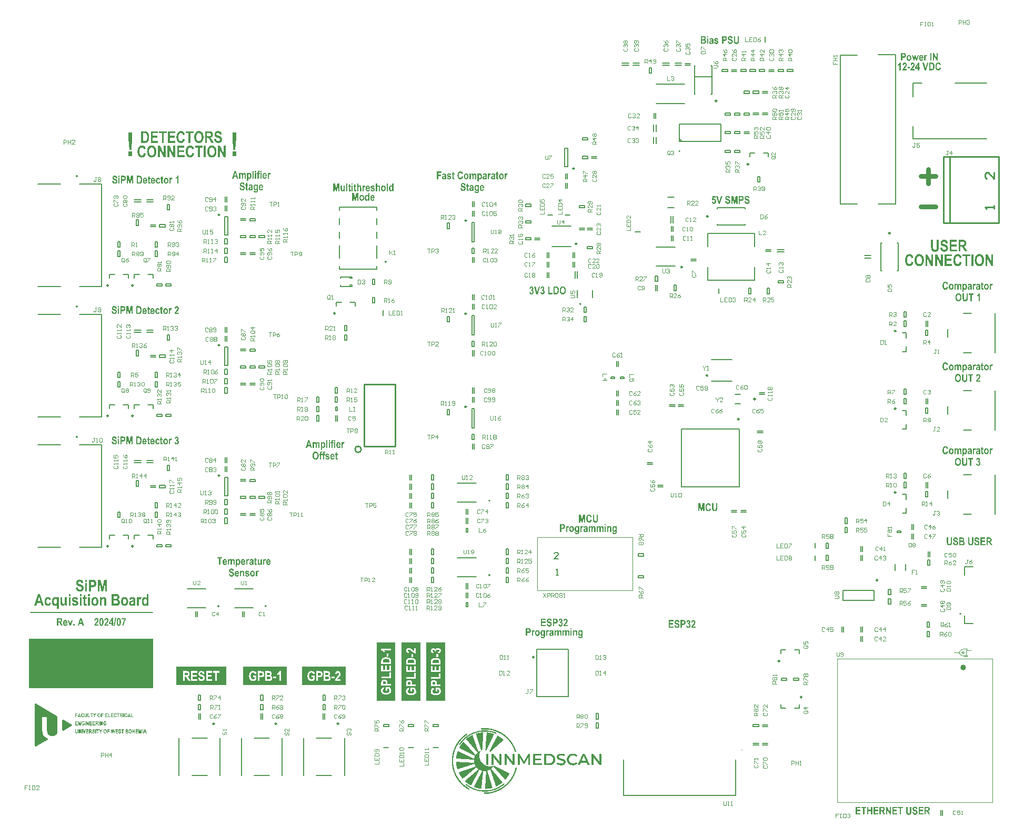
<source format=gto>
G04*
G04 #@! TF.GenerationSoftware,Altium Limited,Altium Designer,24.5.1 (21)*
G04*
G04 Layer_Color=65535*
%FSLAX25Y25*%
%MOIN*%
G70*
G04*
G04 #@! TF.SameCoordinates,BF01A39B-E5BE-45C2-AD7E-2E88940229C6*
G04*
G04*
G04 #@! TF.FilePolarity,Positive*
G04*
G01*
G75*
%ADD10C,0.01000*%
%ADD11C,0.00984*%
%ADD12C,0.00787*%
%ADD13C,0.01968*%
%ADD14C,0.00394*%
%ADD15C,0.01181*%
%ADD16C,0.00800*%
%ADD17C,0.00500*%
%ADD18C,0.03150*%
%ADD19C,0.00472*%
%ADD20C,0.00600*%
G36*
X608723Y111690D02*
X608718D01*
Y111685D01*
X608713D01*
Y111680D01*
X608708D01*
Y111675D01*
X608703D01*
Y111670D01*
X608698D01*
Y111665D01*
X608693D01*
Y111660D01*
X608688D01*
Y111650D01*
X608682D01*
Y111645D01*
X608677D01*
Y111640D01*
X608673D01*
Y111630D01*
X608662D01*
Y111620D01*
X608657D01*
Y111615D01*
X608652D01*
Y111610D01*
X608647D01*
Y111605D01*
X608642D01*
Y111595D01*
X608637D01*
Y111590D01*
X608632D01*
Y111584D01*
X608627D01*
Y111580D01*
X608622D01*
Y111569D01*
X608617D01*
Y111564D01*
X608612D01*
Y111559D01*
X608607D01*
Y111554D01*
X608602D01*
Y111549D01*
X608597D01*
Y111544D01*
X608592D01*
Y111534D01*
X608587D01*
Y111529D01*
X608582D01*
Y111524D01*
X608577D01*
Y111514D01*
X608572D01*
Y111509D01*
X608567D01*
Y111504D01*
X608562D01*
Y111499D01*
X608557D01*
Y111494D01*
X608552D01*
Y111484D01*
X608547D01*
Y111479D01*
X608542D01*
Y111474D01*
X608537D01*
Y111469D01*
X608532D01*
Y111464D01*
X608527D01*
Y111454D01*
X608522D01*
Y111449D01*
X608517D01*
Y111444D01*
X608512D01*
Y111439D01*
X608507D01*
Y111429D01*
X608502D01*
Y111424D01*
X608497D01*
Y111419D01*
X608492D01*
Y111414D01*
X608487D01*
Y111409D01*
X608482D01*
Y111399D01*
X608476D01*
Y111394D01*
X608471D01*
Y111383D01*
X608466D01*
Y111379D01*
X608461D01*
Y111373D01*
X608456D01*
Y111363D01*
X608451D01*
Y111358D01*
X608446D01*
Y111353D01*
X608441D01*
Y111343D01*
X608436D01*
Y111338D01*
X608431D01*
Y111328D01*
X608426D01*
Y111323D01*
X608421D01*
Y111313D01*
X608416D01*
Y111308D01*
X608411D01*
Y111298D01*
X608406D01*
Y111293D01*
X608401D01*
Y111288D01*
X608396D01*
Y111278D01*
X608391D01*
Y111273D01*
X608386D01*
Y111263D01*
X608381D01*
Y111258D01*
X608376D01*
Y111248D01*
X608371D01*
Y111238D01*
X608366D01*
Y111233D01*
X608361D01*
Y111223D01*
X608356D01*
Y111218D01*
X608351D01*
Y111208D01*
X608346D01*
Y111198D01*
X608341D01*
Y111193D01*
X608336D01*
Y111182D01*
X608331D01*
Y111178D01*
X608326D01*
Y111167D01*
X608321D01*
Y111157D01*
X608316D01*
Y111147D01*
X608311D01*
Y111137D01*
X608306D01*
Y111132D01*
X608301D01*
Y111122D01*
X608296D01*
Y111117D01*
X608291D01*
Y111107D01*
X608286D01*
Y111097D01*
X608281D01*
Y111092D01*
X608276D01*
Y111077D01*
X608271D01*
Y111072D01*
X608265D01*
Y111062D01*
X608260D01*
Y111052D01*
X608255D01*
Y111042D01*
X608250D01*
Y111032D01*
X608245D01*
Y111027D01*
X608240D01*
Y111012D01*
X608235D01*
Y111007D01*
X608230D01*
Y110997D01*
X608225D01*
Y110986D01*
X608220D01*
Y110977D01*
X608215D01*
Y110966D01*
X608210D01*
Y110961D01*
X608205D01*
Y110946D01*
X608200D01*
Y110936D01*
X608195D01*
Y110926D01*
X608190D01*
Y110916D01*
X608185D01*
Y110906D01*
X608180D01*
Y110891D01*
X608175D01*
Y110886D01*
X608170D01*
Y110876D01*
X608165D01*
Y110866D01*
X608160D01*
Y110856D01*
X608155D01*
Y110841D01*
X608150D01*
Y110836D01*
X608145D01*
Y110821D01*
X608140D01*
Y110811D01*
X608135D01*
Y110801D01*
X608130D01*
Y110785D01*
X608125D01*
Y110781D01*
X608120D01*
Y110760D01*
X608115D01*
Y110755D01*
X608110D01*
Y110740D01*
X608105D01*
Y110730D01*
X608100D01*
Y110720D01*
X608095D01*
Y110705D01*
X608090D01*
Y110695D01*
X608085D01*
Y110680D01*
X608079D01*
Y110670D01*
X608075D01*
Y110660D01*
X608070D01*
Y110645D01*
X608065D01*
Y110635D01*
X608059D01*
Y110620D01*
X608065D01*
Y110615D01*
X608079D01*
Y110620D01*
X610999D01*
Y110615D01*
X611009D01*
Y110620D01*
X611019D01*
Y110615D01*
X611029D01*
Y110379D01*
X611019D01*
Y110373D01*
X611009D01*
Y110379D01*
X607979D01*
Y110373D01*
X607969D01*
Y110363D01*
X607964D01*
Y110343D01*
X607959D01*
Y110328D01*
X607954D01*
Y110313D01*
X607949D01*
Y110293D01*
X607944D01*
Y110278D01*
X607939D01*
Y110258D01*
X607934D01*
Y110243D01*
X607929D01*
Y110218D01*
X607924D01*
Y110203D01*
X607919D01*
Y110187D01*
X607914D01*
Y110162D01*
X607909D01*
Y110147D01*
X607904D01*
Y110117D01*
X607899D01*
Y110102D01*
X607894D01*
Y110077D01*
X607889D01*
Y110052D01*
X607884D01*
Y110037D01*
X607878D01*
Y110002D01*
X607873D01*
Y109986D01*
X607868D01*
Y109951D01*
X607864D01*
Y109926D01*
X607858D01*
Y109906D01*
X607853D01*
Y109866D01*
X607848D01*
Y109846D01*
X607843D01*
Y109796D01*
X607838D01*
Y109770D01*
X607833D01*
Y109735D01*
X607828D01*
Y109680D01*
X607823D01*
Y109650D01*
X607818D01*
Y109569D01*
X607813D01*
Y109529D01*
X607808D01*
Y109394D01*
X607803D01*
Y109193D01*
X607808D01*
Y109057D01*
X607813D01*
Y109012D01*
X607818D01*
Y108931D01*
X607823D01*
Y108901D01*
X607828D01*
Y108851D01*
X607833D01*
Y108811D01*
X607838D01*
Y108785D01*
X607843D01*
Y108735D01*
X607848D01*
Y108715D01*
X607853D01*
Y108680D01*
X607858D01*
Y108655D01*
X607864D01*
Y108630D01*
X607868D01*
Y108600D01*
X607873D01*
Y108580D01*
X607878D01*
Y108544D01*
X607884D01*
Y108529D01*
X607889D01*
Y108504D01*
X607894D01*
Y108484D01*
X607899D01*
Y108464D01*
X607904D01*
Y108434D01*
X607909D01*
Y108424D01*
X607914D01*
Y108399D01*
X607919D01*
Y108379D01*
X607924D01*
Y108363D01*
X607929D01*
Y108338D01*
X607934D01*
Y108328D01*
X607939D01*
Y108303D01*
X607944D01*
Y108288D01*
X607949D01*
Y108273D01*
X607954D01*
Y108253D01*
X607959D01*
Y108238D01*
X607964D01*
Y108218D01*
X607969D01*
Y108208D01*
X611024D01*
Y108203D01*
X611029D01*
Y107966D01*
X608059D01*
Y107946D01*
X608065D01*
Y107936D01*
X608070D01*
Y107921D01*
X608075D01*
Y107911D01*
X608079D01*
Y107901D01*
X608085D01*
Y107886D01*
X608090D01*
Y107876D01*
X608095D01*
Y107861D01*
X608100D01*
Y107851D01*
X608105D01*
Y107841D01*
X608110D01*
Y107826D01*
X608115D01*
Y107821D01*
X608120D01*
Y107806D01*
X608125D01*
Y107796D01*
X608130D01*
Y107781D01*
X608135D01*
Y107770D01*
X608140D01*
Y107760D01*
X608145D01*
Y107745D01*
X608150D01*
Y107740D01*
X608155D01*
Y107725D01*
X608160D01*
Y107720D01*
X608165D01*
Y107710D01*
X608170D01*
Y107695D01*
X608175D01*
Y107690D01*
X608180D01*
Y107675D01*
X608185D01*
Y107670D01*
X608190D01*
Y107655D01*
X608195D01*
Y107645D01*
X608200D01*
Y107640D01*
X608205D01*
Y107625D01*
X608210D01*
Y107615D01*
X608215D01*
Y107605D01*
X608220D01*
Y107595D01*
X608225D01*
Y107589D01*
X608230D01*
Y107574D01*
X608235D01*
Y107569D01*
X608240D01*
Y107559D01*
X608245D01*
Y107549D01*
X608250D01*
Y107539D01*
X608255D01*
Y107529D01*
X608260D01*
Y107524D01*
X608265D01*
Y107509D01*
X608271D01*
Y107504D01*
X608276D01*
Y107494D01*
X608281D01*
Y107484D01*
X608286D01*
Y107479D01*
X608291D01*
Y107469D01*
X608296D01*
Y107459D01*
X608301D01*
Y107449D01*
X608306D01*
Y107444D01*
X608311D01*
Y107434D01*
X608316D01*
Y107424D01*
X608321D01*
Y107419D01*
X608326D01*
Y107404D01*
X608331D01*
Y107399D01*
X608336D01*
Y107388D01*
X608341D01*
Y107384D01*
X608346D01*
Y107373D01*
X608351D01*
Y107363D01*
X608356D01*
Y107358D01*
X608361D01*
Y107348D01*
X608366D01*
Y107343D01*
X608371D01*
Y107333D01*
X608376D01*
Y107328D01*
X608381D01*
Y107318D01*
X608386D01*
Y107308D01*
X608391D01*
Y107303D01*
X608396D01*
Y107293D01*
X608401D01*
Y107288D01*
X608406D01*
Y107283D01*
X608411D01*
Y107273D01*
X608416D01*
Y107268D01*
X608421D01*
Y107258D01*
X608426D01*
Y107253D01*
X608431D01*
Y107243D01*
X608436D01*
Y107238D01*
X608441D01*
Y107233D01*
X608446D01*
Y107223D01*
X608451D01*
Y107218D01*
X608456D01*
Y107208D01*
X608461D01*
Y107203D01*
X608466D01*
Y107198D01*
X608471D01*
Y107187D01*
X608476D01*
Y107183D01*
X608482D01*
Y107177D01*
X608487D01*
Y107172D01*
X608492D01*
Y107162D01*
X608497D01*
Y107157D01*
X608502D01*
Y107152D01*
X608507D01*
Y107147D01*
X608512D01*
Y107142D01*
X608517D01*
Y107132D01*
X608522D01*
Y107127D01*
X608527D01*
Y107122D01*
X608532D01*
Y107112D01*
X608537D01*
Y107107D01*
X608542D01*
Y107102D01*
X608547D01*
Y107097D01*
X608552D01*
Y107092D01*
X608557D01*
Y107082D01*
X608562D01*
Y107077D01*
X608567D01*
Y107072D01*
X608572D01*
Y107067D01*
X608577D01*
Y107057D01*
X608582D01*
Y107052D01*
X608587D01*
Y107047D01*
X608592D01*
Y107042D01*
X608597D01*
Y107037D01*
X608602D01*
Y107027D01*
X608607D01*
Y107022D01*
X608612D01*
Y107017D01*
X608617D01*
Y107012D01*
X608622D01*
Y107007D01*
X608627D01*
Y106997D01*
X608632D01*
Y106992D01*
X608637D01*
Y106986D01*
X608642D01*
Y106982D01*
X608647D01*
Y106976D01*
X608652D01*
Y106966D01*
X608657D01*
Y106961D01*
X608662D01*
Y106956D01*
X608668D01*
Y106951D01*
X608673D01*
Y106941D01*
X608677D01*
Y106936D01*
X608682D01*
Y106931D01*
X608688D01*
Y106926D01*
X608693D01*
Y106921D01*
X608698D01*
Y106911D01*
X608703D01*
Y106906D01*
X608708D01*
Y106901D01*
X608713D01*
Y106896D01*
X608718D01*
Y106891D01*
X608723D01*
Y106881D01*
X606441D01*
Y106886D01*
X606356D01*
Y106891D01*
X606260D01*
Y106896D01*
X606200D01*
Y106901D01*
X606155D01*
Y106906D01*
X606090D01*
Y106911D01*
X606059D01*
Y106916D01*
X606004D01*
Y106921D01*
X605979D01*
Y106926D01*
X605944D01*
Y106931D01*
X605909D01*
Y106936D01*
X605889D01*
Y106941D01*
X605843D01*
Y106946D01*
X605823D01*
Y106951D01*
X605788D01*
Y106956D01*
X605768D01*
Y106961D01*
X605748D01*
Y106966D01*
X605713D01*
Y106971D01*
X605698D01*
Y106976D01*
X605667D01*
Y106982D01*
X605647D01*
Y106986D01*
X605627D01*
Y106992D01*
X605602D01*
Y106997D01*
X605587D01*
Y107002D01*
X605557D01*
Y107007D01*
X605547D01*
Y107012D01*
X605522D01*
Y107017D01*
X605502D01*
Y107022D01*
X605487D01*
Y107027D01*
X605461D01*
Y107032D01*
X605451D01*
Y107037D01*
X605426D01*
Y107042D01*
X605416D01*
Y107047D01*
X605396D01*
Y107052D01*
X605376D01*
Y107057D01*
X605366D01*
Y107062D01*
X605341D01*
Y107067D01*
X605331D01*
Y107072D01*
X605311D01*
Y107077D01*
X605296D01*
Y107082D01*
X605286D01*
Y107087D01*
X605266D01*
Y107092D01*
X605255D01*
Y107097D01*
X605235D01*
Y107102D01*
X605225D01*
Y107107D01*
X605210D01*
Y107112D01*
X605195D01*
Y107117D01*
X605185D01*
Y107122D01*
X605165D01*
Y107127D01*
X605155D01*
Y107132D01*
X605140D01*
Y107137D01*
X605125D01*
Y107142D01*
X605115D01*
Y107147D01*
X605095D01*
Y107152D01*
X605090D01*
Y107157D01*
X605069D01*
Y107162D01*
X605059D01*
Y107167D01*
X605049D01*
Y107172D01*
X605034D01*
Y107177D01*
X605024D01*
Y107183D01*
X605009D01*
Y107187D01*
X604999D01*
Y107193D01*
X604984D01*
Y107198D01*
X604974D01*
Y107203D01*
X604964D01*
Y107208D01*
X604949D01*
Y107213D01*
X604944D01*
Y107218D01*
X604929D01*
Y107223D01*
X604919D01*
Y107228D01*
X604909D01*
Y107233D01*
X604894D01*
Y107238D01*
X604889D01*
Y107243D01*
X604874D01*
Y107248D01*
X604864D01*
Y107253D01*
X604848D01*
Y107258D01*
X604838D01*
Y107263D01*
X604828D01*
Y107268D01*
X604818D01*
Y107273D01*
X604813D01*
Y107278D01*
X604798D01*
Y107283D01*
X604788D01*
Y107288D01*
X604778D01*
Y107293D01*
X604768D01*
Y107298D01*
X604758D01*
Y107303D01*
X604743D01*
Y107308D01*
X604738D01*
Y107313D01*
X604728D01*
Y107318D01*
X604718D01*
Y107323D01*
X604708D01*
Y107328D01*
X604698D01*
Y107333D01*
X604693D01*
Y107338D01*
X604677D01*
Y107343D01*
X604672D01*
Y107348D01*
X604662D01*
Y107353D01*
X604652D01*
Y107358D01*
X604642D01*
Y107363D01*
X604632D01*
Y107368D01*
X604627D01*
Y107373D01*
X604612D01*
Y107378D01*
X604607D01*
Y107384D01*
X604597D01*
Y107388D01*
X604587D01*
Y107394D01*
X604582D01*
Y107399D01*
X604567D01*
Y107404D01*
X604562D01*
Y107409D01*
X604552D01*
Y107414D01*
X604542D01*
Y107419D01*
X604537D01*
Y107424D01*
X604527D01*
Y107429D01*
X604522D01*
Y107434D01*
X604512D01*
Y107439D01*
X604502D01*
Y107444D01*
X604497D01*
Y107449D01*
X604487D01*
Y107454D01*
X604476D01*
Y107459D01*
X604466D01*
Y107464D01*
X604461D01*
Y107469D01*
X604451D01*
Y107474D01*
X604441D01*
Y107479D01*
X604436D01*
Y107484D01*
X604426D01*
Y107489D01*
X604421D01*
Y107494D01*
X604411D01*
Y107499D01*
X604406D01*
Y107504D01*
X604396D01*
Y107509D01*
X604391D01*
Y107514D01*
X604381D01*
Y107519D01*
X604371D01*
Y107524D01*
X604366D01*
Y107529D01*
X604361D01*
Y107534D01*
X604351D01*
Y107539D01*
X604346D01*
Y107544D01*
X604336D01*
Y107549D01*
X604331D01*
Y107554D01*
X604321D01*
Y107559D01*
X604311D01*
Y107564D01*
X604306D01*
Y107569D01*
X604296D01*
Y107574D01*
X604291D01*
Y107580D01*
X604286D01*
Y107585D01*
X604276D01*
Y107589D01*
X604271D01*
Y107595D01*
X604260D01*
Y107600D01*
X604255D01*
Y107605D01*
X604250D01*
Y107610D01*
X604245D01*
Y107615D01*
X604235D01*
Y107620D01*
X604230D01*
Y107625D01*
X604220D01*
Y107630D01*
X604215D01*
Y107635D01*
X604210D01*
Y107640D01*
X604200D01*
Y107645D01*
X604195D01*
Y107650D01*
X604185D01*
Y107655D01*
X604180D01*
Y107660D01*
X604175D01*
Y107665D01*
X604165D01*
Y107670D01*
X604160D01*
Y107675D01*
X604150D01*
Y107680D01*
X604145D01*
Y107685D01*
X604140D01*
Y107690D01*
X604130D01*
Y107695D01*
X604125D01*
Y107700D01*
X604120D01*
Y107705D01*
X604115D01*
Y107710D01*
X604105D01*
Y107715D01*
X604100D01*
Y107720D01*
X604095D01*
Y107725D01*
X604085D01*
Y107730D01*
X604079D01*
Y107735D01*
X604074D01*
Y107740D01*
X604070D01*
Y107745D01*
X604065D01*
Y107750D01*
X604054D01*
Y107755D01*
X604049D01*
Y107760D01*
X604044D01*
Y107765D01*
X604039D01*
Y107770D01*
X604029D01*
Y107775D01*
X604024D01*
Y107781D01*
X604019D01*
Y107785D01*
X604014D01*
Y107791D01*
X604009D01*
Y107796D01*
X603999D01*
Y107801D01*
X603994D01*
Y107806D01*
X603989D01*
Y107811D01*
X603984D01*
Y107816D01*
X603979D01*
Y107821D01*
X603969D01*
Y107826D01*
X603964D01*
Y107831D01*
X603959D01*
Y107836D01*
X603954D01*
Y107841D01*
X603949D01*
Y107846D01*
X603939D01*
Y107851D01*
X603934D01*
Y107856D01*
X603929D01*
Y107861D01*
X603924D01*
Y107866D01*
X603919D01*
Y107871D01*
X603914D01*
Y107876D01*
X603909D01*
Y107881D01*
X603904D01*
Y107886D01*
X603899D01*
Y107891D01*
X603894D01*
Y107896D01*
X603884D01*
Y107901D01*
X603878D01*
Y107906D01*
X603873D01*
Y107911D01*
X603868D01*
Y107916D01*
X603863D01*
Y107921D01*
X603858D01*
Y107926D01*
X603853D01*
Y107931D01*
X603848D01*
Y107936D01*
X603843D01*
Y107941D01*
X603838D01*
Y107946D01*
X603833D01*
Y107951D01*
X603823D01*
Y107956D01*
X603818D01*
Y107961D01*
X603813D01*
Y107966D01*
X603808D01*
Y107971D01*
X603803D01*
Y107976D01*
X603798D01*
Y107982D01*
X603793D01*
Y107986D01*
X603788D01*
Y107992D01*
X603783D01*
Y107997D01*
X603778D01*
Y108002D01*
X603773D01*
Y108007D01*
X603768D01*
Y108012D01*
X603763D01*
Y108017D01*
X603758D01*
Y108022D01*
X603753D01*
Y108027D01*
X603748D01*
Y108032D01*
X603743D01*
Y108037D01*
X603738D01*
Y108042D01*
X603733D01*
Y108047D01*
X603728D01*
Y108052D01*
X603723D01*
Y108057D01*
X603718D01*
Y108062D01*
X603713D01*
Y108067D01*
X603708D01*
Y108072D01*
X603703D01*
Y108077D01*
X603698D01*
Y108082D01*
X603693D01*
Y108087D01*
X603688D01*
Y108092D01*
X603683D01*
Y108097D01*
X603678D01*
Y108102D01*
X603673D01*
Y108107D01*
X603667D01*
Y108112D01*
X603662D01*
Y108117D01*
X603657D01*
Y108122D01*
X603652D01*
Y108127D01*
X603647D01*
Y108132D01*
X603642D01*
Y108137D01*
X603637D01*
Y108142D01*
X603632D01*
Y108152D01*
X603627D01*
Y108157D01*
X603622D01*
Y108162D01*
X603617D01*
Y108167D01*
X603612D01*
Y108172D01*
X603607D01*
Y108177D01*
X603602D01*
Y108183D01*
X603597D01*
Y108187D01*
X603592D01*
Y108193D01*
X603587D01*
Y108198D01*
X603582D01*
Y108208D01*
X603577D01*
Y108213D01*
X603572D01*
Y108218D01*
X603567D01*
Y108223D01*
X603562D01*
Y108228D01*
X603557D01*
Y108233D01*
X603552D01*
Y108238D01*
X603547D01*
Y108243D01*
X603542D01*
Y108248D01*
X603537D01*
Y108258D01*
X603532D01*
Y108263D01*
X603527D01*
Y108268D01*
X603522D01*
Y108273D01*
X603517D01*
Y108278D01*
X603512D01*
Y108283D01*
X603507D01*
Y108288D01*
X603502D01*
Y108298D01*
X603497D01*
Y108303D01*
X603492D01*
Y108308D01*
X603487D01*
Y108313D01*
X603481D01*
Y108318D01*
X603476D01*
Y108328D01*
X603472D01*
Y108333D01*
X603467D01*
Y108338D01*
X603461D01*
Y108343D01*
X603456D01*
Y108348D01*
X603451D01*
Y108358D01*
X603446D01*
Y108363D01*
X603441D01*
Y108368D01*
X603436D01*
Y108373D01*
X603431D01*
Y108379D01*
X603426D01*
Y108388D01*
X603421D01*
Y108394D01*
X603416D01*
Y108399D01*
X603411D01*
Y108404D01*
X603406D01*
Y108414D01*
X603401D01*
Y108419D01*
X603396D01*
Y108424D01*
X603391D01*
Y108434D01*
X603386D01*
Y108439D01*
X603381D01*
Y108444D01*
X603376D01*
Y108449D01*
X603371D01*
Y108454D01*
X603366D01*
Y108464D01*
X603361D01*
Y108469D01*
X603356D01*
Y108479D01*
X603351D01*
Y108484D01*
X603346D01*
Y108489D01*
X603341D01*
Y108494D01*
X603336D01*
Y108499D01*
X603331D01*
Y108509D01*
X603326D01*
Y108514D01*
X603321D01*
Y108524D01*
X603316D01*
Y108529D01*
X603311D01*
Y108534D01*
X603306D01*
Y108544D01*
X603301D01*
Y108549D01*
X603296D01*
Y108554D01*
X603291D01*
Y108559D01*
X603286D01*
Y108569D01*
X603280D01*
Y108574D01*
X603275D01*
Y108584D01*
X603270D01*
Y108589D01*
X603265D01*
Y108595D01*
X603260D01*
Y108605D01*
X603255D01*
Y108610D01*
X603250D01*
Y108620D01*
X603245D01*
Y108625D01*
X603240D01*
Y108630D01*
X603235D01*
Y108640D01*
X603230D01*
Y108645D01*
X603225D01*
Y108655D01*
X603220D01*
Y108660D01*
X603215D01*
Y108665D01*
X603210D01*
Y108675D01*
X603205D01*
Y108680D01*
X603200D01*
Y108690D01*
X603195D01*
Y108695D01*
X603190D01*
Y108705D01*
X603185D01*
Y108710D01*
X603180D01*
Y108715D01*
X603175D01*
Y108725D01*
X603170D01*
Y108730D01*
X603165D01*
Y108740D01*
X603160D01*
Y108745D01*
X603155D01*
Y108755D01*
X603150D01*
Y108760D01*
X603145D01*
Y108770D01*
X603140D01*
Y108781D01*
X603135D01*
Y108785D01*
X603130D01*
Y108791D01*
X603125D01*
Y108801D01*
X603120D01*
Y108806D01*
X603115D01*
Y108816D01*
X603110D01*
Y108821D01*
X603105D01*
Y108831D01*
X603100D01*
Y108836D01*
X603090D01*
Y108856D01*
X603085D01*
Y108861D01*
X603080D01*
Y108866D01*
X603075D01*
Y108871D01*
X603069D01*
Y108876D01*
X603064D01*
Y108881D01*
X603069D01*
Y108886D01*
X603064D01*
Y108891D01*
X603059D01*
Y108896D01*
X603054D01*
Y108916D01*
X603049D01*
Y108921D01*
X603044D01*
Y108926D01*
X603039D01*
Y108931D01*
X603029D01*
Y108951D01*
X603024D01*
Y108956D01*
X603019D01*
Y108961D01*
X603014D01*
Y108966D01*
X603009D01*
Y108971D01*
X603004D01*
Y108976D01*
X603009D01*
Y108986D01*
X603004D01*
Y108992D01*
X602994D01*
Y109012D01*
X602989D01*
Y109017D01*
X602984D01*
Y109037D01*
X602974D01*
Y109042D01*
X602969D01*
Y109047D01*
X602964D01*
Y109052D01*
X602959D01*
Y109072D01*
X602954D01*
Y109077D01*
X602949D01*
Y109082D01*
X602944D01*
Y109087D01*
X602949D01*
Y109092D01*
X602944D01*
Y109097D01*
X602939D01*
Y109102D01*
X602934D01*
Y109132D01*
X602929D01*
Y109137D01*
X602924D01*
Y109142D01*
X602919D01*
Y109147D01*
X602914D01*
Y109152D01*
X602909D01*
Y109172D01*
X600105D01*
Y109177D01*
X600090D01*
Y109183D01*
X600079D01*
Y109187D01*
X600070D01*
Y109193D01*
X600065D01*
Y109198D01*
X600054D01*
Y109203D01*
X600049D01*
Y109208D01*
X600044D01*
Y109218D01*
X600039D01*
Y109223D01*
X600034D01*
Y109228D01*
X600029D01*
Y109243D01*
X600024D01*
Y109253D01*
X600019D01*
Y109268D01*
X600014D01*
Y109313D01*
X600019D01*
Y109333D01*
X600024D01*
Y109343D01*
X600029D01*
Y109353D01*
X600034D01*
Y109358D01*
X600039D01*
Y109368D01*
X600044D01*
Y109373D01*
X600049D01*
Y109379D01*
X600054D01*
Y109383D01*
X600059D01*
Y109388D01*
X600070D01*
Y109394D01*
X600074D01*
Y109399D01*
X600090D01*
Y109404D01*
X600100D01*
Y109409D01*
X600120D01*
Y109414D01*
X602924D01*
Y109434D01*
X602929D01*
Y109439D01*
X602934D01*
Y109469D01*
X602939D01*
Y109474D01*
X602944D01*
Y109479D01*
X602949D01*
Y109484D01*
X602944D01*
Y109489D01*
X602949D01*
Y109494D01*
X602954D01*
Y109499D01*
X602959D01*
Y109519D01*
X602969D01*
Y109539D01*
X602974D01*
Y109544D01*
X602979D01*
Y109549D01*
X602984D01*
Y109569D01*
X602994D01*
Y109590D01*
X602999D01*
Y109595D01*
X603004D01*
Y109600D01*
X603009D01*
Y109605D01*
X603004D01*
Y109610D01*
X603009D01*
Y109615D01*
X603014D01*
Y109620D01*
X603019D01*
Y109625D01*
X603024D01*
Y109630D01*
X603029D01*
Y109635D01*
X603034D01*
Y109640D01*
X603039D01*
Y109645D01*
X603044D01*
Y109665D01*
X603054D01*
Y109685D01*
X603059D01*
Y109690D01*
X603064D01*
Y109695D01*
X603069D01*
Y109700D01*
X603064D01*
Y109705D01*
X603069D01*
Y109710D01*
X603075D01*
Y109715D01*
X603080D01*
Y109725D01*
X603090D01*
Y109745D01*
X603095D01*
Y109750D01*
X603105D01*
Y109760D01*
X603110D01*
Y109765D01*
X603115D01*
Y109775D01*
X603120D01*
Y109781D01*
X603125D01*
Y109791D01*
X603130D01*
Y109801D01*
X603135D01*
Y109806D01*
X603140D01*
Y109816D01*
X603145D01*
Y109821D01*
X603150D01*
Y109831D01*
X603155D01*
Y109836D01*
X603160D01*
Y109841D01*
X603165D01*
Y109851D01*
X603170D01*
Y109856D01*
X603175D01*
Y109866D01*
X603180D01*
Y109871D01*
X603185D01*
Y109881D01*
X603190D01*
Y109891D01*
X603195D01*
Y109896D01*
X603200D01*
Y109906D01*
X603205D01*
Y109911D01*
X603210D01*
Y109916D01*
X603215D01*
Y109926D01*
X603220D01*
Y109931D01*
X603225D01*
Y109941D01*
X603230D01*
Y109946D01*
X603235D01*
Y109951D01*
X603240D01*
Y109961D01*
X603245D01*
Y109966D01*
X603250D01*
Y109976D01*
X603255D01*
Y109982D01*
X603260D01*
Y109986D01*
X603265D01*
Y109992D01*
X603270D01*
Y110002D01*
X603275D01*
Y110007D01*
X603280D01*
Y110017D01*
X603286D01*
Y110022D01*
X603291D01*
Y110027D01*
X603296D01*
Y110037D01*
X603301D01*
Y110042D01*
X603306D01*
Y110052D01*
X603311D01*
Y110057D01*
X603316D01*
Y110062D01*
X603321D01*
Y110072D01*
X603326D01*
Y110077D01*
X603331D01*
Y110082D01*
X603336D01*
Y110087D01*
X603341D01*
Y110097D01*
X603346D01*
Y110102D01*
X603351D01*
Y110107D01*
X603356D01*
Y110117D01*
X603361D01*
Y110122D01*
X603366D01*
Y110127D01*
X603371D01*
Y110137D01*
X603376D01*
Y110142D01*
X603381D01*
Y110147D01*
X603386D01*
Y110152D01*
X603391D01*
Y110162D01*
X603396D01*
Y110167D01*
X603401D01*
Y110172D01*
X603406D01*
Y110182D01*
X603411D01*
Y110187D01*
X603416D01*
Y110193D01*
X603421D01*
Y110198D01*
X603426D01*
Y110203D01*
X603431D01*
Y110213D01*
X603436D01*
Y110218D01*
X603441D01*
Y110223D01*
X603446D01*
Y110228D01*
X603451D01*
Y110238D01*
X603456D01*
Y110243D01*
X603461D01*
Y110248D01*
X603467D01*
Y110253D01*
X603472D01*
Y110258D01*
X603476D01*
Y110268D01*
X603481D01*
Y110273D01*
X603487D01*
Y110278D01*
X603492D01*
Y110283D01*
X603497D01*
Y110288D01*
X603502D01*
Y110298D01*
X603507D01*
Y110303D01*
X603512D01*
Y110308D01*
X603517D01*
Y110313D01*
X603522D01*
Y110318D01*
X603527D01*
Y110323D01*
X603532D01*
Y110328D01*
X603537D01*
Y110338D01*
X603542D01*
Y110343D01*
X603547D01*
Y110348D01*
X603552D01*
Y110353D01*
X603557D01*
Y110358D01*
X603562D01*
Y110363D01*
X603567D01*
Y110368D01*
X603572D01*
Y110379D01*
X603577D01*
Y110383D01*
X603582D01*
Y110389D01*
X603587D01*
Y110394D01*
X603592D01*
Y110399D01*
X603597D01*
Y110404D01*
X603602D01*
Y110409D01*
X603607D01*
Y110414D01*
X603612D01*
Y110424D01*
X603622D01*
Y110434D01*
X603627D01*
Y110439D01*
X603632D01*
Y110444D01*
X603637D01*
Y110449D01*
X603642D01*
Y110454D01*
X603647D01*
Y110459D01*
X603652D01*
Y110464D01*
X603657D01*
Y110469D01*
X603662D01*
Y110474D01*
X603667D01*
Y110479D01*
X603673D01*
Y110484D01*
X603678D01*
Y110489D01*
X603683D01*
Y110494D01*
X603688D01*
Y110499D01*
X603693D01*
Y110504D01*
X603698D01*
Y110509D01*
X603703D01*
Y110514D01*
X603708D01*
Y110519D01*
X603713D01*
Y110524D01*
X603718D01*
Y110534D01*
X603728D01*
Y110539D01*
X603733D01*
Y110544D01*
X603738D01*
Y110549D01*
X603743D01*
Y110559D01*
X603753D01*
Y110569D01*
X603763D01*
Y110574D01*
X603768D01*
Y110580D01*
X603773D01*
Y110584D01*
X603778D01*
Y110590D01*
X603783D01*
Y110595D01*
X603788D01*
Y110600D01*
X603793D01*
Y110605D01*
X603798D01*
Y110610D01*
X603803D01*
Y110615D01*
X603808D01*
Y110620D01*
X603813D01*
Y110625D01*
X603818D01*
Y110630D01*
X603823D01*
Y110635D01*
X603828D01*
Y110640D01*
X603833D01*
Y110645D01*
X603838D01*
Y110650D01*
X603843D01*
Y110655D01*
X603848D01*
Y110660D01*
X603853D01*
Y110665D01*
X603858D01*
Y110670D01*
X603863D01*
Y110675D01*
X603868D01*
Y110680D01*
X603878D01*
Y110685D01*
X603884D01*
Y110690D01*
X603889D01*
Y110695D01*
X603894D01*
Y110700D01*
X603899D01*
Y110705D01*
X603904D01*
Y110710D01*
X603909D01*
Y110715D01*
X603914D01*
Y110720D01*
X603924D01*
Y110725D01*
X603929D01*
Y110730D01*
X603934D01*
Y110735D01*
X603939D01*
Y110740D01*
X603944D01*
Y110745D01*
X603949D01*
Y110750D01*
X603959D01*
Y110760D01*
X603969D01*
Y110765D01*
X603974D01*
Y110770D01*
X603979D01*
Y110775D01*
X603984D01*
Y110781D01*
X603989D01*
Y110785D01*
X603994D01*
Y110791D01*
X603999D01*
Y110796D01*
X604009D01*
Y110801D01*
X604014D01*
Y110806D01*
X604019D01*
Y110811D01*
X604029D01*
Y110816D01*
X604034D01*
Y110821D01*
X604039D01*
Y110826D01*
X604044D01*
Y110831D01*
X604049D01*
Y110836D01*
X604054D01*
Y110841D01*
X604059D01*
Y110846D01*
X604070D01*
Y110851D01*
X604074D01*
Y110856D01*
X604079D01*
Y110861D01*
X604090D01*
Y110866D01*
X604095D01*
Y110871D01*
X604100D01*
Y110876D01*
X604105D01*
Y110881D01*
X604115D01*
Y110886D01*
X604120D01*
Y110891D01*
X604125D01*
Y110896D01*
X604135D01*
Y110901D01*
X604140D01*
Y110906D01*
X604145D01*
Y110911D01*
X604150D01*
Y110916D01*
X604160D01*
Y110921D01*
X604165D01*
Y110926D01*
X604170D01*
Y110931D01*
X604180D01*
Y110936D01*
X604185D01*
Y110941D01*
X604195D01*
Y110946D01*
X604200D01*
Y110951D01*
X604205D01*
Y110956D01*
X604210D01*
Y110961D01*
X604220D01*
Y110966D01*
X604225D01*
Y110971D01*
X604230D01*
Y110977D01*
X604240D01*
Y110982D01*
X604245D01*
Y110986D01*
X604250D01*
Y110992D01*
X604260D01*
Y110997D01*
X604265D01*
Y111002D01*
X604276D01*
Y111007D01*
X604281D01*
Y111012D01*
X604291D01*
Y111017D01*
X604296D01*
Y111022D01*
X604301D01*
Y111027D01*
X604311D01*
Y111032D01*
X604316D01*
Y111037D01*
X604326D01*
Y111042D01*
X604331D01*
Y111047D01*
X604341D01*
Y111052D01*
X604346D01*
Y111057D01*
X604351D01*
Y111062D01*
X604361D01*
Y111067D01*
X604371D01*
Y111072D01*
X604376D01*
Y111077D01*
X604386D01*
Y111082D01*
X604391D01*
Y111087D01*
X604401D01*
Y111092D01*
X604406D01*
Y111097D01*
X604416D01*
Y111102D01*
X604426D01*
Y111107D01*
X604431D01*
Y111112D01*
X604441D01*
Y111117D01*
X604446D01*
Y111122D01*
X604456D01*
Y111127D01*
X604461D01*
Y111132D01*
X604471D01*
Y111137D01*
X604482D01*
Y111142D01*
X604487D01*
Y111147D01*
X604497D01*
Y111152D01*
X604502D01*
Y111157D01*
X604512D01*
Y111162D01*
X604522D01*
Y111167D01*
X604527D01*
Y111172D01*
X604542D01*
Y111178D01*
X604547D01*
Y111182D01*
X604557D01*
Y111188D01*
X604562D01*
Y111193D01*
X604572D01*
Y111198D01*
X604582D01*
Y111203D01*
X604587D01*
Y111208D01*
X604602D01*
Y111213D01*
X604607D01*
Y111218D01*
X604617D01*
Y111223D01*
X604627D01*
Y111228D01*
X604632D01*
Y111233D01*
X604647D01*
Y111238D01*
X604652D01*
Y111243D01*
X604668D01*
Y111248D01*
X604672D01*
Y111253D01*
X604682D01*
Y111258D01*
X604693D01*
Y111263D01*
X604698D01*
Y111268D01*
X604713D01*
Y111273D01*
X604718D01*
Y111278D01*
X604733D01*
Y111283D01*
X604738D01*
Y111288D01*
X604748D01*
Y111293D01*
X604763D01*
Y111298D01*
X604768D01*
Y111303D01*
X604783D01*
Y111308D01*
X604788D01*
Y111313D01*
X604798D01*
Y111318D01*
X604813D01*
Y111323D01*
X604818D01*
Y111328D01*
X604833D01*
Y111333D01*
X604843D01*
Y111338D01*
X604853D01*
Y111343D01*
X604864D01*
Y111348D01*
X604874D01*
Y111353D01*
X604889D01*
Y111358D01*
X604894D01*
Y111363D01*
X604909D01*
Y111368D01*
X604919D01*
Y111373D01*
X604929D01*
Y111379D01*
X604944D01*
Y111383D01*
X604954D01*
Y111389D01*
X604969D01*
Y111394D01*
X604974D01*
Y111399D01*
X604989D01*
Y111404D01*
X605004D01*
Y111409D01*
X605009D01*
Y111414D01*
X605024D01*
Y111419D01*
X605034D01*
Y111424D01*
X605054D01*
Y111429D01*
X605064D01*
Y111434D01*
X605075D01*
Y111439D01*
X605090D01*
Y111444D01*
X605100D01*
Y111449D01*
X605120D01*
Y111454D01*
X605125D01*
Y111459D01*
X605145D01*
Y111464D01*
X605160D01*
Y111469D01*
X605170D01*
Y111474D01*
X605190D01*
Y111479D01*
X605195D01*
Y111484D01*
X605215D01*
Y111489D01*
X605230D01*
Y111494D01*
X605245D01*
Y111499D01*
X605260D01*
Y111504D01*
X605270D01*
Y111509D01*
X605291D01*
Y111514D01*
X605301D01*
Y111519D01*
X605321D01*
Y111524D01*
X605336D01*
Y111529D01*
X605351D01*
Y111534D01*
X605376D01*
Y111539D01*
X605386D01*
Y111544D01*
X605406D01*
Y111549D01*
X605421D01*
Y111554D01*
X605441D01*
Y111559D01*
X605461D01*
Y111564D01*
X605477D01*
Y111569D01*
X605502D01*
Y111574D01*
X605517D01*
Y111580D01*
X605537D01*
Y111584D01*
X605557D01*
Y111590D01*
X605577D01*
Y111595D01*
X605607D01*
Y111600D01*
X605622D01*
Y111605D01*
X605652D01*
Y111610D01*
X605667D01*
Y111615D01*
X605693D01*
Y111620D01*
X605723D01*
Y111625D01*
X605738D01*
Y111630D01*
X605778D01*
Y111635D01*
X605798D01*
Y111640D01*
X605833D01*
Y111645D01*
X605864D01*
Y111650D01*
X605889D01*
Y111655D01*
X605929D01*
Y111660D01*
X605954D01*
Y111665D01*
X606009D01*
Y111670D01*
X606044D01*
Y111675D01*
X606090D01*
Y111680D01*
X606150D01*
Y111685D01*
X606190D01*
Y111690D01*
X606291D01*
Y111695D01*
X606366D01*
Y111700D01*
X608723D01*
Y111690D01*
D02*
G37*
G36*
X92520Y86614D02*
X13780D01*
Y118110D01*
X92520D01*
Y86614D01*
D02*
G37*
G36*
X303798Y61325D02*
X304731D01*
Y61247D01*
X305353D01*
Y61170D01*
X305898D01*
Y61092D01*
X306364D01*
Y61014D01*
X306831D01*
Y60936D01*
X307142D01*
Y60859D01*
X307453D01*
Y60781D01*
X307764D01*
Y60703D01*
X308075D01*
Y60625D01*
X308386D01*
Y60548D01*
X308619D01*
Y60470D01*
X308853D01*
Y60392D01*
X309164D01*
Y60314D01*
X309319D01*
Y60237D01*
X309553D01*
Y60159D01*
X309786D01*
Y60081D01*
X310019D01*
Y60003D01*
X310252D01*
Y59926D01*
X310408D01*
Y59848D01*
X310563D01*
Y59770D01*
X310797D01*
Y59692D01*
X310952D01*
Y59615D01*
X311108D01*
Y59537D01*
X311341D01*
Y59459D01*
X311497D01*
Y59381D01*
X311652D01*
Y59303D01*
X311808D01*
Y59226D01*
X311963D01*
Y59148D01*
X312119D01*
Y59070D01*
X312274D01*
Y58992D01*
X312430D01*
Y58915D01*
X312585D01*
Y58837D01*
X312741D01*
Y58759D01*
X312819D01*
Y58681D01*
X312974D01*
Y58604D01*
X313130D01*
Y58526D01*
X313285D01*
Y58448D01*
X313363D01*
Y58370D01*
X313518D01*
Y58293D01*
X313596D01*
Y58215D01*
X313752D01*
Y58137D01*
X313907D01*
Y58059D01*
X313985D01*
Y57982D01*
X314141D01*
Y57904D01*
X314218D01*
Y57826D01*
X314374D01*
Y57748D01*
X314452D01*
Y57670D01*
X314607D01*
Y57593D01*
X314685D01*
Y57515D01*
X314763D01*
Y57437D01*
X314918D01*
Y57359D01*
X314996D01*
Y57282D01*
X315151D01*
Y57204D01*
X315229D01*
Y57126D01*
X315307D01*
Y57048D01*
X315385D01*
Y56971D01*
X315540D01*
Y56893D01*
X315618D01*
Y56815D01*
X315696D01*
Y56737D01*
X315774D01*
Y56660D01*
X315929D01*
Y56582D01*
X316007D01*
Y56504D01*
X316085D01*
Y56426D01*
X316162D01*
Y56349D01*
X316240D01*
Y56271D01*
X316396D01*
Y56193D01*
X316473D01*
Y56115D01*
X316551D01*
Y56038D01*
X316629D01*
Y55960D01*
X316707D01*
Y55882D01*
X316784D01*
Y55804D01*
X316862D01*
Y55726D01*
X316940D01*
Y55649D01*
X317018D01*
Y55571D01*
X317095D01*
Y55493D01*
X317173D01*
Y55415D01*
X317251D01*
Y55338D01*
X317329D01*
Y55260D01*
X317407D01*
Y55182D01*
X317484D01*
Y55104D01*
X317562D01*
Y55027D01*
X317640D01*
Y54949D01*
X317718D01*
Y54871D01*
X317795D01*
Y54793D01*
X317873D01*
Y54716D01*
X317951D01*
Y54638D01*
X318029D01*
Y54560D01*
X318106D01*
Y54482D01*
X318184D01*
Y54405D01*
X318262D01*
Y54327D01*
X318340D01*
Y54171D01*
X318417D01*
Y54093D01*
X318495D01*
Y54016D01*
X318573D01*
Y53938D01*
X318651D01*
Y53860D01*
X318728D01*
Y53705D01*
X318806D01*
Y53627D01*
X318884D01*
Y53549D01*
X318962D01*
Y53471D01*
X319040D01*
Y53316D01*
X319117D01*
Y53238D01*
X319195D01*
Y53160D01*
X319273D01*
Y53005D01*
X319351D01*
Y52927D01*
X319428D01*
Y52849D01*
X319506D01*
Y52694D01*
X319584D01*
Y52616D01*
X319662D01*
Y52538D01*
X319739D01*
Y52383D01*
X319817D01*
Y52305D01*
X319895D01*
Y52149D01*
X319973D01*
Y52072D01*
X320050D01*
Y51916D01*
X320128D01*
Y51838D01*
X320206D01*
Y51683D01*
X320284D01*
Y51527D01*
X320361D01*
Y51450D01*
X320439D01*
Y51294D01*
X320517D01*
Y51216D01*
X320595D01*
Y51061D01*
X320672D01*
Y50905D01*
X320750D01*
Y50750D01*
X320828D01*
Y50672D01*
X320906D01*
Y50516D01*
X320984D01*
Y50361D01*
X321061D01*
Y50205D01*
X321139D01*
Y50050D01*
X321217D01*
Y49894D01*
X321294D01*
Y49739D01*
X321372D01*
Y49583D01*
X321450D01*
Y49428D01*
X321528D01*
Y49272D01*
X321606D01*
Y49039D01*
X321683D01*
Y48884D01*
X321761D01*
Y48728D01*
X321839D01*
Y48495D01*
X321917D01*
Y48339D01*
X321994D01*
Y48184D01*
X322072D01*
Y47950D01*
X322150D01*
Y47717D01*
X322228D01*
Y47484D01*
X322305D01*
Y47251D01*
X322383D01*
Y47017D01*
X322461D01*
Y46862D01*
X322539D01*
Y46551D01*
X322228D01*
Y46473D01*
X321994D01*
Y46395D01*
X321761D01*
Y46551D01*
X321683D01*
Y46784D01*
X321606D01*
Y47017D01*
X321528D01*
Y47251D01*
X321450D01*
Y47484D01*
X321372D01*
Y47639D01*
X321294D01*
Y47873D01*
X321217D01*
Y48106D01*
X321139D01*
Y48261D01*
X321061D01*
Y48417D01*
X320984D01*
Y48650D01*
X320906D01*
Y48806D01*
X320828D01*
Y48961D01*
X320750D01*
Y49117D01*
X320672D01*
Y49272D01*
X320595D01*
Y49428D01*
X320517D01*
Y49583D01*
X320439D01*
Y49739D01*
X320361D01*
Y49894D01*
X320284D01*
Y50050D01*
X320206D01*
Y50205D01*
X320128D01*
Y50361D01*
X320050D01*
Y50439D01*
X319973D01*
Y50594D01*
X319895D01*
Y50750D01*
X319817D01*
Y50905D01*
X319739D01*
Y50983D01*
X319662D01*
Y51139D01*
X319584D01*
Y51216D01*
X319506D01*
Y51372D01*
X319428D01*
Y51527D01*
X319351D01*
Y51605D01*
X319273D01*
Y51761D01*
X319195D01*
Y51838D01*
X319117D01*
Y51916D01*
X319040D01*
Y52072D01*
X318962D01*
Y52149D01*
X318884D01*
Y52305D01*
X318806D01*
Y52383D01*
X318728D01*
Y52461D01*
X318651D01*
Y52616D01*
X318573D01*
Y52694D01*
X318495D01*
Y52772D01*
X318417D01*
Y52927D01*
X318340D01*
Y53005D01*
X318262D01*
Y53083D01*
X318184D01*
Y53160D01*
X318106D01*
Y53316D01*
X318029D01*
Y53394D01*
X317951D01*
Y53471D01*
X317873D01*
Y53549D01*
X317795D01*
Y53627D01*
X317718D01*
Y53705D01*
X317640D01*
Y53860D01*
X317562D01*
Y53938D01*
X317484D01*
Y54016D01*
X317407D01*
Y54093D01*
X317329D01*
Y54171D01*
X317251D01*
Y54249D01*
X317173D01*
Y54327D01*
X317095D01*
Y54405D01*
X317018D01*
Y54482D01*
X316940D01*
Y54560D01*
X316862D01*
Y54638D01*
X316784D01*
Y54716D01*
X316707D01*
Y54793D01*
X316629D01*
Y54871D01*
X316551D01*
Y54949D01*
X316473D01*
Y55027D01*
X316396D01*
Y55104D01*
X316318D01*
Y55182D01*
X316240D01*
Y55260D01*
X316162D01*
Y55338D01*
X316085D01*
Y55415D01*
X316007D01*
Y55493D01*
X315929D01*
Y55571D01*
X315774D01*
Y55649D01*
X315696D01*
Y55726D01*
X315618D01*
Y55804D01*
X315540D01*
Y55882D01*
X315462D01*
Y55960D01*
X315385D01*
Y56038D01*
X315229D01*
Y56115D01*
X315151D01*
Y56193D01*
X315074D01*
Y56271D01*
X314996D01*
Y56349D01*
X314840D01*
Y56426D01*
X314763D01*
Y56504D01*
X314685D01*
Y56582D01*
X314529D01*
Y56660D01*
X314452D01*
Y56737D01*
X314374D01*
Y56815D01*
X314218D01*
Y56893D01*
X314141D01*
Y56971D01*
X313985D01*
Y57048D01*
X313907D01*
Y57126D01*
X313752D01*
Y57204D01*
X313674D01*
Y57282D01*
X313518D01*
Y57359D01*
X313441D01*
Y57437D01*
X313285D01*
Y57515D01*
X313207D01*
Y57593D01*
X313052D01*
Y57670D01*
X312896D01*
Y57748D01*
X312819D01*
Y57826D01*
X312663D01*
Y57904D01*
X312508D01*
Y57982D01*
X312430D01*
Y58059D01*
X312274D01*
Y58137D01*
X312119D01*
Y58215D01*
X311963D01*
Y58293D01*
X311808D01*
Y58370D01*
X311652D01*
Y58448D01*
X311497D01*
Y58526D01*
X311341D01*
Y58604D01*
X311186D01*
Y58681D01*
X311030D01*
Y58759D01*
X310875D01*
Y58837D01*
X310719D01*
Y58915D01*
X310486D01*
Y58992D01*
X310330D01*
Y59070D01*
X310097D01*
Y59148D01*
X309941D01*
Y59226D01*
X309708D01*
Y59303D01*
X309553D01*
Y59381D01*
X309319D01*
Y59459D01*
X309086D01*
Y59537D01*
X308853D01*
Y59615D01*
X308619D01*
Y59692D01*
X308386D01*
Y59770D01*
X308075D01*
Y59848D01*
X307842D01*
Y59926D01*
X307531D01*
Y60003D01*
X307220D01*
Y60081D01*
X306831D01*
Y60159D01*
X306442D01*
Y60237D01*
X306053D01*
Y60314D01*
X305587D01*
Y60392D01*
X304965D01*
Y60470D01*
X304187D01*
Y60548D01*
X301077D01*
Y60470D01*
X300455D01*
Y60703D01*
X300377D01*
Y61247D01*
X300532D01*
Y61325D01*
X301543D01*
Y61403D01*
X303643D01*
Y61325D01*
X303721D01*
Y61403D01*
X303798D01*
Y61325D01*
D02*
G37*
G36*
X301777Y58370D02*
X301854D01*
Y58293D01*
X301777D01*
Y58370D01*
X301699D01*
Y58215D01*
X301777D01*
Y58137D01*
X301699D01*
Y57282D01*
X301621D01*
Y57204D01*
X301699D01*
Y57048D01*
X301621D01*
Y55960D01*
X301543D01*
Y55882D01*
X301621D01*
Y55649D01*
X301543D01*
Y55260D01*
X301621D01*
Y55182D01*
X301543D01*
Y55104D01*
X301621D01*
Y55027D01*
X301543D01*
Y54716D01*
X301466D01*
Y54638D01*
X301543D01*
Y54560D01*
X301466D01*
Y54482D01*
X301543D01*
Y54327D01*
X301466D01*
Y54171D01*
X301543D01*
Y54016D01*
X301466D01*
Y53860D01*
Y53782D01*
Y53316D01*
X301388D01*
Y53238D01*
X301466D01*
Y53160D01*
X301388D01*
Y52849D01*
X301466D01*
Y52616D01*
X301388D01*
Y52149D01*
X301466D01*
Y52072D01*
X301388D01*
Y51838D01*
X301310D01*
Y51527D01*
X301388D01*
Y51294D01*
X301310D01*
Y51061D01*
X301388D01*
Y50983D01*
X301310D01*
Y50905D01*
X301232D01*
Y50828D01*
X301388D01*
Y50750D01*
X301310D01*
Y50361D01*
X301232D01*
Y50050D01*
X301310D01*
Y49894D01*
X301232D01*
Y49661D01*
X301310D01*
Y49583D01*
X301232D01*
Y48650D01*
X301154D01*
Y47950D01*
X301077D01*
Y47873D01*
X301154D01*
Y47795D01*
X301077D01*
Y47717D01*
X301154D01*
Y47562D01*
X301077D01*
Y47406D01*
X300843D01*
Y47328D01*
X300610D01*
Y47251D01*
X300377D01*
Y47484D01*
X300299D01*
Y47717D01*
X300221D01*
Y47950D01*
X300144D01*
Y48184D01*
X300066D01*
Y48417D01*
X299988D01*
Y48650D01*
X299910D01*
Y48884D01*
X299833D01*
Y49195D01*
X299755D01*
Y49428D01*
X299677D01*
Y49661D01*
X299599D01*
Y49894D01*
X299521D01*
Y50128D01*
X299444D01*
Y50361D01*
X299366D01*
Y50594D01*
X299288D01*
Y50828D01*
X299210D01*
Y51061D01*
X299133D01*
Y51294D01*
X299055D01*
Y51605D01*
X298977D01*
Y51838D01*
X298899D01*
Y52072D01*
X298822D01*
Y52305D01*
X298744D01*
Y52538D01*
X298666D01*
Y52772D01*
X298588D01*
Y53083D01*
X298511D01*
Y53316D01*
X298433D01*
Y53549D01*
X298355D01*
Y53782D01*
X298277D01*
Y54016D01*
X298200D01*
Y54249D01*
X298122D01*
Y54482D01*
X298044D01*
Y54716D01*
X297966D01*
Y55027D01*
X297888D01*
Y55260D01*
X297811D01*
Y55493D01*
X297733D01*
Y55726D01*
X297655D01*
Y55960D01*
X297578D01*
Y56193D01*
X297500D01*
Y56426D01*
X297422D01*
Y56660D01*
X297344D01*
Y56971D01*
X297266D01*
Y57204D01*
X297189D01*
Y57437D01*
X297111D01*
Y57670D01*
X297033D01*
Y57904D01*
X297189D01*
Y57982D01*
X297422D01*
Y58059D01*
X297733D01*
Y58137D01*
X298044D01*
Y58215D01*
X298355D01*
Y58293D01*
X298744D01*
Y58370D01*
X299133D01*
Y58448D01*
X299599D01*
Y58526D01*
X300144D01*
Y58604D01*
X301077D01*
Y58681D01*
X301777D01*
Y58370D01*
D02*
G37*
G36*
X303410Y59926D02*
X304498D01*
Y59848D01*
X305198D01*
Y59770D01*
X305742D01*
Y59692D01*
X306209D01*
Y59615D01*
X306598D01*
Y59537D01*
X306909D01*
Y59459D01*
X307298D01*
Y59381D01*
X307609D01*
Y59303D01*
X307842D01*
Y59226D01*
X308153D01*
Y59148D01*
X308386D01*
Y59070D01*
X308619D01*
Y58992D01*
X308853D01*
Y58915D01*
X309086D01*
Y58837D01*
X309319D01*
Y58759D01*
X309553D01*
Y58681D01*
X309708D01*
Y58604D01*
X309941D01*
Y58526D01*
X310019D01*
Y58448D01*
X309941D01*
Y58215D01*
X309864D01*
Y58059D01*
X309786D01*
Y57826D01*
X309630D01*
Y57904D01*
X309397D01*
Y57982D01*
X309242D01*
Y58059D01*
X309008D01*
Y58137D01*
X308775D01*
Y58215D01*
X308542D01*
Y58293D01*
X308309D01*
Y58370D01*
X308075D01*
Y58448D01*
X307842D01*
Y58526D01*
X307531D01*
Y58604D01*
X307220D01*
Y58681D01*
X306909D01*
Y58759D01*
X306598D01*
Y58837D01*
X306209D01*
Y58915D01*
X305742D01*
Y58992D01*
X305276D01*
Y59070D01*
X304654D01*
Y59148D01*
X303721D01*
Y59226D01*
X301543D01*
Y59148D01*
X300610D01*
Y59070D01*
X299988D01*
Y58992D01*
X299521D01*
Y58915D01*
X299055D01*
Y58837D01*
X298666D01*
Y58759D01*
X298355D01*
Y58681D01*
X298044D01*
Y58604D01*
X297733D01*
Y58526D01*
X297422D01*
Y58448D01*
X297189D01*
Y58370D01*
X296955D01*
Y58293D01*
X296722D01*
Y58215D01*
X296489D01*
Y58137D01*
X296255D01*
Y58059D01*
X296022D01*
Y57982D01*
X295867D01*
Y57904D01*
X295633D01*
Y57826D01*
X295478D01*
Y57748D01*
X295245D01*
Y57670D01*
X295089D01*
Y57593D01*
X294934D01*
Y57515D01*
X294778D01*
Y57437D01*
X294622D01*
Y57359D01*
X294389D01*
Y57282D01*
X294234D01*
Y57204D01*
X294156D01*
Y57126D01*
X294001D01*
Y57048D01*
X293845D01*
Y56971D01*
X293689D01*
Y56893D01*
X293534D01*
Y56815D01*
X293378D01*
Y56737D01*
X293301D01*
Y56660D01*
X293145D01*
Y56582D01*
X292990D01*
Y56504D01*
X292912D01*
Y56426D01*
X292756D01*
Y56349D01*
X292601D01*
Y56271D01*
X292523D01*
Y56193D01*
X292368D01*
Y56115D01*
X292290D01*
Y56038D01*
X292134D01*
Y55960D01*
X292056D01*
Y55882D01*
X291901D01*
Y55804D01*
X291823D01*
Y55726D01*
X291745D01*
Y55649D01*
X291590D01*
Y55571D01*
X291512D01*
Y55493D01*
X291434D01*
Y55415D01*
X291279D01*
Y55338D01*
X291201D01*
Y55260D01*
X291123D01*
Y55182D01*
X290968D01*
Y55104D01*
X290890D01*
Y55027D01*
X290812D01*
Y54949D01*
X290735D01*
Y54871D01*
X290657D01*
Y54793D01*
X290501D01*
Y54716D01*
X290423D01*
Y54638D01*
X290346D01*
Y54560D01*
X290268D01*
Y54482D01*
X290190D01*
Y54405D01*
X290112D01*
Y54327D01*
X290035D01*
Y54249D01*
X289957D01*
Y54171D01*
X289801D01*
Y54093D01*
X289724D01*
Y54016D01*
X289646D01*
Y53938D01*
X289568D01*
Y53860D01*
X289490D01*
Y53782D01*
X289413D01*
Y53705D01*
X289335D01*
Y53627D01*
X289257D01*
Y53549D01*
X289179D01*
Y53471D01*
X289102D01*
Y53394D01*
X289024D01*
Y53238D01*
X288946D01*
Y53160D01*
X288868D01*
Y53083D01*
X288790D01*
Y53005D01*
X288713D01*
Y52927D01*
X288635D01*
Y52849D01*
X288557D01*
Y52772D01*
X288479D01*
Y52694D01*
X288402D01*
Y52538D01*
X288324D01*
Y52461D01*
X288246D01*
Y52383D01*
X288168D01*
Y52305D01*
X288091D01*
Y52227D01*
X288013D01*
Y52072D01*
X287935D01*
Y51994D01*
X287857D01*
Y51916D01*
X287780D01*
Y51761D01*
X287702D01*
Y51683D01*
X287624D01*
Y51605D01*
X287546D01*
Y51450D01*
X287469D01*
Y51372D01*
X287391D01*
Y51294D01*
X287313D01*
Y51139D01*
X287235D01*
Y51061D01*
X287158D01*
Y50905D01*
X287080D01*
Y50828D01*
X287002D01*
Y50750D01*
X286846D01*
Y50828D01*
X286691D01*
Y50905D01*
X286613D01*
Y50983D01*
X286458D01*
Y51061D01*
X286380D01*
Y51294D01*
X286458D01*
Y51372D01*
X286535D01*
Y51527D01*
X286613D01*
Y51605D01*
X286691D01*
Y51683D01*
X286769D01*
Y51838D01*
X286846D01*
Y51916D01*
X286924D01*
Y52072D01*
X287002D01*
Y52149D01*
X287080D01*
Y52227D01*
X287158D01*
Y52383D01*
X287235D01*
Y52461D01*
X287313D01*
Y52538D01*
X287391D01*
Y52694D01*
X287469D01*
Y52772D01*
X287546D01*
Y52849D01*
X287624D01*
Y52927D01*
X287702D01*
Y53005D01*
X287780D01*
Y53160D01*
X287857D01*
Y53238D01*
X287935D01*
Y53316D01*
X288013D01*
Y53394D01*
X288091D01*
Y53471D01*
X288168D01*
Y53549D01*
X288246D01*
Y53627D01*
X288324D01*
Y53782D01*
X288402D01*
Y53860D01*
X288479D01*
Y53938D01*
X288557D01*
Y54016D01*
X288635D01*
Y54093D01*
X288713D01*
Y54171D01*
X288790D01*
Y54249D01*
X288868D01*
Y54327D01*
X288946D01*
Y54405D01*
X289024D01*
Y54482D01*
X289102D01*
Y54560D01*
X289179D01*
Y54638D01*
X289257D01*
Y54716D01*
X289335D01*
Y54793D01*
X289413D01*
Y54871D01*
X289568D01*
Y54949D01*
X289646D01*
Y55027D01*
X289724D01*
Y55104D01*
X289801D01*
Y55182D01*
X289879D01*
Y55260D01*
X289957D01*
Y55338D01*
X290035D01*
Y55415D01*
X290190D01*
Y55493D01*
X290268D01*
Y55571D01*
X290346D01*
Y55649D01*
X290423D01*
Y55726D01*
X290501D01*
Y55804D01*
X290657D01*
Y55882D01*
X290735D01*
Y55960D01*
X290812D01*
Y56038D01*
X290968D01*
Y56115D01*
X291045D01*
Y56193D01*
X291123D01*
Y56271D01*
X291279D01*
Y56349D01*
X291357D01*
Y56426D01*
X291512D01*
Y56504D01*
X291590D01*
Y56582D01*
X291745D01*
Y56660D01*
X291823D01*
Y56737D01*
X291979D01*
Y56815D01*
X292056D01*
Y56893D01*
X292212D01*
Y56971D01*
X292290D01*
Y57048D01*
X292445D01*
Y57126D01*
X292523D01*
Y57204D01*
X292678D01*
Y57282D01*
X292834D01*
Y57359D01*
X292990D01*
Y57437D01*
X293067D01*
Y57515D01*
X293223D01*
Y57593D01*
X293378D01*
Y57670D01*
X293534D01*
Y57748D01*
X293689D01*
Y57826D01*
X293845D01*
Y57904D01*
X293923D01*
Y57982D01*
X294156D01*
Y58059D01*
X294311D01*
Y58137D01*
X294467D01*
Y58215D01*
X294622D01*
Y58293D01*
X294778D01*
Y58370D01*
X295011D01*
Y58448D01*
X295167D01*
Y58526D01*
X295322D01*
Y58604D01*
X295556D01*
Y58681D01*
X295789D01*
Y58759D01*
X295944D01*
Y58837D01*
X296178D01*
Y58915D01*
X296411D01*
Y58992D01*
X296644D01*
Y59070D01*
X296878D01*
Y59148D01*
X297111D01*
Y59226D01*
X297422D01*
Y59303D01*
X297733D01*
Y59381D01*
X297966D01*
Y59459D01*
X298355D01*
Y59537D01*
X298666D01*
Y59615D01*
X299055D01*
Y59692D01*
X299521D01*
Y59770D01*
X300066D01*
Y59848D01*
X300688D01*
Y59926D01*
X301854D01*
Y60003D01*
X303410D01*
Y59926D01*
D02*
G37*
G36*
X301466Y51061D02*
X301388D01*
Y51139D01*
X301466D01*
Y51061D01*
D02*
G37*
G36*
X293301Y48495D02*
X293223D01*
Y48572D01*
X293301D01*
Y48495D01*
D02*
G37*
G36*
X304109Y58604D02*
X304809D01*
Y58526D01*
X305276D01*
Y58448D01*
X305742D01*
Y58370D01*
X306131D01*
Y58293D01*
X306442D01*
Y58215D01*
X306753D01*
Y58137D01*
X307064D01*
Y58059D01*
X307375D01*
Y57982D01*
X307609D01*
Y57904D01*
X307842D01*
Y57826D01*
X308075D01*
Y57748D01*
X308309D01*
Y57670D01*
X308464D01*
Y57593D01*
X308542D01*
Y57359D01*
X308386D01*
Y57282D01*
X308309D01*
Y57204D01*
X308386D01*
Y57126D01*
X308309D01*
Y56893D01*
X308231D01*
Y56737D01*
X308153D01*
Y56660D01*
X308075D01*
Y56426D01*
X307997D01*
Y56271D01*
X307920D01*
Y56038D01*
X307842D01*
Y55960D01*
X307764D01*
Y55804D01*
X307686D01*
Y55571D01*
X307531D01*
Y55493D01*
X307609D01*
Y55415D01*
X307531D01*
Y55260D01*
X307453D01*
Y55182D01*
X307375D01*
Y55104D01*
X307453D01*
Y54949D01*
X307298D01*
Y54793D01*
X307220D01*
Y54638D01*
X307142D01*
Y54482D01*
X307064D01*
Y54405D01*
X306986D01*
Y54093D01*
X306909D01*
Y54016D01*
X306831D01*
Y53938D01*
X306909D01*
Y53860D01*
X306831D01*
Y53782D01*
X306676D01*
Y53549D01*
X306598D01*
Y53394D01*
X306520D01*
Y53160D01*
X306442D01*
Y53005D01*
X306364D01*
Y52849D01*
X306287D01*
Y52694D01*
X306209D01*
Y52538D01*
X306131D01*
Y52383D01*
X306053D01*
Y52227D01*
X305976D01*
Y51994D01*
X305898D01*
Y51916D01*
X305820D01*
Y51761D01*
Y51683D01*
X305742D01*
Y51527D01*
X305665D01*
Y51372D01*
X305587D01*
Y51294D01*
X305509D01*
Y51061D01*
X305431D01*
Y50828D01*
X305353D01*
Y50750D01*
X305276D01*
Y50594D01*
X305120D01*
Y50516D01*
X305198D01*
Y50361D01*
X305120D01*
Y50283D01*
X305043D01*
Y50050D01*
X304965D01*
Y49817D01*
X304887D01*
Y49739D01*
X304809D01*
Y49506D01*
X304654D01*
Y49272D01*
X304576D01*
Y49117D01*
X304498D01*
Y48884D01*
X304420D01*
Y48806D01*
X304343D01*
Y48650D01*
X304265D01*
Y48495D01*
X304187D01*
Y48261D01*
X304109D01*
Y48106D01*
X304032D01*
Y47950D01*
X303954D01*
Y47795D01*
X303876D01*
Y47639D01*
X303798D01*
Y47562D01*
X303876D01*
Y47484D01*
X303254D01*
Y47562D01*
X303021D01*
Y48106D01*
X303099D01*
Y49039D01*
X303176D01*
Y50050D01*
X303254D01*
Y51061D01*
X303332D01*
Y52072D01*
X303410D01*
Y53005D01*
X303487D01*
Y54016D01*
X303565D01*
Y55027D01*
X303643D01*
Y55960D01*
X303721D01*
Y56893D01*
X303798D01*
Y57904D01*
X303876D01*
Y58681D01*
X304109D01*
Y58604D01*
D02*
G37*
G36*
X301232Y47406D02*
X301154D01*
Y47484D01*
X301232D01*
Y47406D01*
D02*
G37*
G36*
X307064Y46940D02*
X306986D01*
Y47017D01*
X307064D01*
Y46940D01*
D02*
G37*
G36*
X310875Y56582D02*
X311030D01*
Y56504D01*
X311186D01*
Y56426D01*
X311263D01*
Y56349D01*
X311419D01*
Y56271D01*
X311574D01*
Y56193D01*
X311652D01*
Y56115D01*
X311808D01*
Y56038D01*
X311963D01*
Y55960D01*
X312041D01*
Y55882D01*
X312196D01*
Y55804D01*
X312274D01*
Y55726D01*
X312430D01*
Y55649D01*
X312508D01*
Y55571D01*
X312663D01*
Y55493D01*
X312741D01*
Y55415D01*
X312819D01*
Y55338D01*
X312974D01*
Y55260D01*
X313052D01*
Y55182D01*
X313207D01*
Y55104D01*
X313285D01*
Y55027D01*
X313363D01*
Y54949D01*
X313441D01*
Y54871D01*
X313596D01*
Y54793D01*
X313674D01*
Y54716D01*
X313752D01*
Y54638D01*
X313829D01*
Y54560D01*
X313985D01*
Y54405D01*
X314141D01*
Y54327D01*
X314218D01*
Y54249D01*
X314296D01*
Y54171D01*
X314374D01*
Y54093D01*
X314452D01*
Y54016D01*
X314529D01*
Y53860D01*
X314607D01*
Y53782D01*
X314452D01*
Y53705D01*
X314374D01*
Y53627D01*
X314296D01*
Y53549D01*
X314218D01*
Y53471D01*
X314063D01*
Y53394D01*
X313985D01*
Y53316D01*
X313907D01*
Y53238D01*
X313829D01*
Y53160D01*
X313752D01*
Y53083D01*
X313674D01*
Y52927D01*
X313518D01*
Y52849D01*
X313441D01*
Y52772D01*
X313363D01*
Y52694D01*
X313207D01*
Y52616D01*
X313130D01*
Y52538D01*
X313052D01*
Y52461D01*
X312974D01*
Y52383D01*
X312896D01*
Y52305D01*
X312819D01*
Y52227D01*
X312663D01*
Y52149D01*
X312585D01*
Y52072D01*
X312508D01*
Y51994D01*
X312430D01*
Y51916D01*
X312274D01*
Y51761D01*
X312119D01*
Y51683D01*
X312041D01*
Y51527D01*
X311963D01*
Y51450D01*
X311730D01*
Y51372D01*
X311808D01*
Y51294D01*
X311730D01*
Y51216D01*
X311574D01*
Y51139D01*
X311497D01*
Y51061D01*
X311419D01*
Y50983D01*
X311263D01*
Y50905D01*
X311186D01*
Y50828D01*
X311108D01*
Y50750D01*
X311030D01*
Y50672D01*
X310952D01*
Y50594D01*
X310875D01*
Y50516D01*
X310797D01*
Y50439D01*
X310719D01*
Y50361D01*
X310641D01*
Y50283D01*
X310563D01*
Y50205D01*
X310408D01*
Y50128D01*
X310330D01*
Y50050D01*
X310252D01*
Y49972D01*
X310175D01*
Y49894D01*
X310097D01*
Y49817D01*
X310019D01*
Y49739D01*
X309864D01*
Y49583D01*
X309786D01*
Y49506D01*
X309708D01*
Y49428D01*
X309553D01*
Y49350D01*
X309397D01*
Y49117D01*
X309164D01*
Y49039D01*
X309086D01*
Y48961D01*
X309008D01*
Y48884D01*
X308931D01*
Y48728D01*
X308775D01*
Y48650D01*
X308619D01*
Y48572D01*
X308697D01*
Y48495D01*
X308542D01*
Y48417D01*
X308386D01*
Y48339D01*
X308309D01*
Y48261D01*
X308231D01*
Y48184D01*
X308153D01*
Y48106D01*
X308075D01*
Y48028D01*
X307920D01*
Y47873D01*
X307842D01*
Y47795D01*
X307764D01*
Y47717D01*
X307686D01*
Y47639D01*
X307531D01*
Y47562D01*
X307453D01*
Y47484D01*
X307375D01*
Y47406D01*
X307298D01*
Y47328D01*
X307142D01*
Y47173D01*
X307064D01*
Y47095D01*
X306909D01*
Y46940D01*
X306753D01*
Y46784D01*
X306598D01*
Y46628D01*
X306520D01*
Y46706D01*
X306442D01*
Y46551D01*
X306287D01*
Y46473D01*
X306131D01*
Y46551D01*
X305976D01*
Y46628D01*
X305898D01*
Y46706D01*
X305742D01*
Y46784D01*
X305587D01*
Y46862D01*
X305665D01*
Y47017D01*
X305742D01*
Y47173D01*
X305820D01*
Y47328D01*
X305898D01*
Y47484D01*
X305976D01*
Y47639D01*
X306053D01*
Y47795D01*
X306131D01*
Y47950D01*
X306209D01*
Y48106D01*
X306287D01*
Y48261D01*
X306364D01*
Y48417D01*
X306442D01*
Y48495D01*
X306520D01*
Y48650D01*
X306598D01*
Y48806D01*
X306676D01*
Y48961D01*
X306753D01*
Y49117D01*
X306831D01*
Y49272D01*
X306909D01*
Y49428D01*
X306986D01*
Y49583D01*
X307064D01*
Y49739D01*
X307142D01*
Y49894D01*
X307220D01*
Y50050D01*
X307298D01*
Y50205D01*
X307375D01*
Y50361D01*
X307453D01*
Y50516D01*
X307531D01*
Y50672D01*
X307609D01*
Y50750D01*
X307686D01*
Y50905D01*
X307764D01*
Y51061D01*
X307842D01*
Y51216D01*
X307920D01*
Y51372D01*
X307997D01*
Y51527D01*
X308075D01*
Y51683D01*
X308153D01*
Y51838D01*
X308231D01*
Y51994D01*
X308309D01*
Y52149D01*
X308386D01*
Y52305D01*
X308464D01*
Y52461D01*
X308542D01*
Y52616D01*
X308619D01*
Y52772D01*
X308697D01*
Y52849D01*
X308775D01*
Y53005D01*
X308853D01*
Y53160D01*
X308931D01*
Y53394D01*
X309008D01*
Y53549D01*
X309086D01*
Y53627D01*
X309164D01*
Y53782D01*
X309242D01*
Y53938D01*
X309319D01*
Y54093D01*
X309397D01*
Y54249D01*
X309475D01*
Y54405D01*
X309553D01*
Y54560D01*
X309630D01*
Y54716D01*
X309708D01*
Y54871D01*
X309786D01*
Y55027D01*
X309864D01*
Y55182D01*
X309941D01*
Y55260D01*
Y55338D01*
X310019D01*
Y55493D01*
X310097D01*
Y55649D01*
X310175D01*
Y55726D01*
X310252D01*
Y55882D01*
X310330D01*
Y56038D01*
X310408D01*
Y56193D01*
X310486D01*
Y56349D01*
X310563D01*
Y56504D01*
X310641D01*
Y56660D01*
X310875D01*
Y56582D01*
D02*
G37*
G36*
X294934Y56815D02*
X295011D01*
Y56660D01*
X295089D01*
Y56271D01*
X295245D01*
Y56193D01*
X295167D01*
Y56038D01*
X295245D01*
Y55960D01*
X295322D01*
Y55649D01*
X295400D01*
Y55493D01*
X295478D01*
Y55338D01*
X295556D01*
Y55104D01*
X295633D01*
Y54793D01*
X295711D01*
Y54638D01*
X295789D01*
Y54327D01*
X295944D01*
Y54016D01*
X295867D01*
Y53938D01*
X296022D01*
Y53782D01*
X296100D01*
Y53549D01*
X296178D01*
Y53238D01*
X296255D01*
Y53160D01*
X296333D01*
Y53005D01*
X296255D01*
Y52927D01*
X296333D01*
Y52849D01*
X296411D01*
Y52694D01*
X296489D01*
Y52461D01*
X296567D01*
Y52227D01*
X296644D01*
Y52072D01*
X296722D01*
Y51761D01*
X296800D01*
Y51605D01*
X296878D01*
Y51372D01*
X296955D01*
Y51294D01*
X296878D01*
Y51216D01*
X296955D01*
Y51139D01*
X297033D01*
Y50905D01*
X297111D01*
Y50594D01*
X297189D01*
Y50439D01*
X297266D01*
Y50205D01*
X297344D01*
Y49894D01*
X297422D01*
Y49817D01*
X297500D01*
Y49583D01*
X297578D01*
Y49350D01*
X297655D01*
Y49117D01*
X297733D01*
Y48806D01*
X297811D01*
Y48650D01*
X297888D01*
Y48495D01*
X297966D01*
Y48339D01*
X298044D01*
Y48184D01*
X298122D01*
Y47950D01*
X298200D01*
Y47873D01*
X298122D01*
Y47795D01*
X298200D01*
Y47562D01*
X298277D01*
Y47484D01*
X298355D01*
Y47406D01*
X298277D01*
Y47328D01*
X298355D01*
Y47095D01*
X298433D01*
Y46940D01*
X298511D01*
Y46862D01*
X298433D01*
Y46784D01*
X298511D01*
Y46706D01*
X298588D01*
Y46551D01*
X298666D01*
Y46395D01*
X298744D01*
Y46473D01*
X298899D01*
Y46551D01*
X299055D01*
Y46628D01*
X299210D01*
Y46706D01*
X299366D01*
Y46784D01*
X299521D01*
Y46862D01*
X299677D01*
Y46940D01*
X299833D01*
Y47017D01*
X299988D01*
Y46940D01*
X299910D01*
Y46784D01*
X299833D01*
Y46551D01*
X299755D01*
Y46395D01*
X299677D01*
Y46240D01*
X299599D01*
Y46006D01*
X299521D01*
Y45773D01*
X299444D01*
Y45462D01*
X299366D01*
Y45073D01*
X299288D01*
Y44529D01*
X299210D01*
Y43207D01*
X299288D01*
Y42663D01*
X299366D01*
Y42274D01*
X299444D01*
Y42041D01*
X299521D01*
Y41730D01*
X299599D01*
Y41574D01*
X299677D01*
Y41341D01*
X299755D01*
Y41185D01*
X299833D01*
Y41030D01*
X299910D01*
Y40796D01*
X299988D01*
Y40719D01*
X300066D01*
Y40563D01*
X300144D01*
Y40408D01*
X300221D01*
Y40252D01*
X300299D01*
Y40174D01*
X300377D01*
Y40019D01*
X300455D01*
Y39941D01*
X300532D01*
Y39863D01*
X300610D01*
Y39708D01*
X300688D01*
Y39630D01*
X300766D01*
Y39552D01*
X300843D01*
Y39474D01*
X300921D01*
Y39397D01*
X300999D01*
Y39319D01*
X301077D01*
Y39241D01*
X301154D01*
Y39163D01*
X301232D01*
Y39086D01*
X301310D01*
Y39008D01*
X301388D01*
Y38930D01*
X301466D01*
Y38852D01*
X301543D01*
Y38775D01*
X301621D01*
Y38697D01*
X301699D01*
Y38619D01*
X301854D01*
Y38541D01*
X301932D01*
Y38464D01*
X302010D01*
Y38386D01*
X302165D01*
Y38308D01*
X302243D01*
Y38230D01*
X302399D01*
Y38153D01*
X302476D01*
Y38075D01*
X302632D01*
Y37997D01*
X302787D01*
Y37919D01*
X302943D01*
Y37841D01*
X303099D01*
Y37764D01*
X303254D01*
Y37686D01*
X303410D01*
Y37608D01*
X303643D01*
Y37530D01*
X303876D01*
Y37453D01*
X304109D01*
Y37375D01*
X304420D01*
Y37297D01*
X304809D01*
Y37219D01*
X305431D01*
Y37142D01*
X306364D01*
Y37219D01*
X307064D01*
Y37297D01*
X307453D01*
Y37375D01*
X307764D01*
Y37453D01*
X307997D01*
Y37530D01*
X308231D01*
Y37608D01*
X308619D01*
Y37530D01*
X308775D01*
Y37453D01*
X308931D01*
Y37375D01*
X309086D01*
Y37297D01*
X309242D01*
Y37219D01*
X309397D01*
Y37142D01*
X309553D01*
Y37064D01*
X309708D01*
Y36986D01*
X309864D01*
Y36908D01*
X310019D01*
Y36831D01*
X310175D01*
Y36753D01*
X310330D01*
Y36675D01*
X310486D01*
Y36597D01*
X310641D01*
Y36520D01*
X310797D01*
Y36442D01*
X310952D01*
Y36364D01*
X311108D01*
Y36286D01*
X311263D01*
Y36209D01*
X311419D01*
Y36131D01*
X311574D01*
Y36053D01*
X311730D01*
Y35975D01*
X311885D01*
Y35897D01*
X312041D01*
Y35820D01*
X312196D01*
Y35742D01*
X312352D01*
Y35664D01*
X312508D01*
Y35586D01*
X312663D01*
Y35509D01*
X312741D01*
Y35431D01*
X312896D01*
Y35353D01*
X313052D01*
Y35275D01*
X313207D01*
Y35198D01*
X313363D01*
Y35120D01*
X313518D01*
Y35042D01*
X313674D01*
Y34964D01*
X313829D01*
Y34887D01*
X313985D01*
Y34809D01*
X314141D01*
Y34731D01*
X314296D01*
Y34653D01*
X314452D01*
Y34576D01*
X314607D01*
Y34498D01*
X314763D01*
Y34420D01*
X314918D01*
Y34342D01*
X315074D01*
Y34264D01*
X315229D01*
Y34187D01*
X315385D01*
Y34109D01*
X315540D01*
Y34031D01*
X315696D01*
Y33953D01*
X315851D01*
Y33876D01*
X316007D01*
Y33798D01*
X316162D01*
Y33720D01*
X316318D01*
Y33642D01*
X316473D01*
Y33565D01*
X316629D01*
Y33487D01*
X316784D01*
Y33409D01*
X316940D01*
Y33331D01*
X317095D01*
Y33254D01*
X317251D01*
Y33176D01*
X317407D01*
Y33098D01*
X317562D01*
Y33020D01*
X317718D01*
Y32943D01*
X317873D01*
Y32865D01*
X318029D01*
Y32787D01*
X318106D01*
Y32709D01*
X318262D01*
Y32631D01*
X318417D01*
Y32476D01*
X318340D01*
Y32320D01*
X318262D01*
Y32243D01*
X318184D01*
Y32087D01*
X318106D01*
Y31932D01*
X318029D01*
Y31776D01*
X317951D01*
Y31698D01*
X317873D01*
Y31543D01*
X317795D01*
Y31387D01*
X317718D01*
Y31310D01*
X317640D01*
Y31154D01*
X317562D01*
Y31076D01*
X317484D01*
Y30921D01*
X317407D01*
Y30843D01*
X317329D01*
Y30687D01*
X317251D01*
Y30610D01*
X317173D01*
Y30454D01*
X317095D01*
Y30376D01*
X317018D01*
Y30221D01*
X316940D01*
Y30143D01*
X316862D01*
Y30065D01*
X316784D01*
Y29910D01*
X316707D01*
Y29832D01*
X316629D01*
Y29754D01*
X316551D01*
Y29677D01*
X316473D01*
Y29521D01*
X316396D01*
Y29443D01*
X316318D01*
Y29366D01*
X316240D01*
Y29288D01*
X316162D01*
Y29210D01*
X316085D01*
Y29132D01*
X316007D01*
Y28977D01*
X315929D01*
Y28899D01*
X315851D01*
Y28821D01*
X315774D01*
Y28743D01*
X315696D01*
Y28666D01*
X315618D01*
Y28743D01*
X315540D01*
Y28899D01*
X315385D01*
Y29054D01*
X315229D01*
Y29132D01*
X315151D01*
Y29288D01*
X315074D01*
Y29366D01*
X314996D01*
Y29443D01*
X314918D01*
Y29521D01*
X314840D01*
Y29677D01*
X314763D01*
Y29754D01*
X314685D01*
Y29832D01*
X314529D01*
Y29910D01*
X314452D01*
Y30065D01*
X314374D01*
Y30143D01*
X314218D01*
Y30376D01*
X314063D01*
Y30454D01*
X313985D01*
Y30532D01*
X313907D01*
Y30687D01*
X313829D01*
Y30610D01*
X313752D01*
Y30765D01*
X313674D01*
Y30843D01*
X313596D01*
Y30999D01*
X313518D01*
Y31076D01*
X313363D01*
Y31232D01*
X313285D01*
Y31310D01*
X313130D01*
Y31465D01*
X313052D01*
Y31621D01*
X312896D01*
Y31776D01*
X312819D01*
Y31854D01*
X312741D01*
Y32009D01*
X312585D01*
Y32087D01*
X312508D01*
Y32243D01*
X312430D01*
Y32320D01*
X312274D01*
Y32398D01*
X312196D01*
Y32476D01*
X312119D01*
Y32709D01*
X311963D01*
Y32787D01*
X311885D01*
Y32865D01*
X311808D01*
Y33020D01*
X311652D01*
Y33098D01*
X311574D01*
Y33254D01*
X311497D01*
Y33331D01*
X311419D01*
Y33409D01*
X311341D01*
Y33487D01*
X311263D01*
Y33565D01*
X311186D01*
Y33642D01*
X311108D01*
Y33720D01*
X311030D01*
Y33876D01*
X310952D01*
Y33953D01*
X310875D01*
Y34031D01*
X310719D01*
Y34187D01*
X310641D01*
Y34264D01*
X310563D01*
Y34342D01*
X310486D01*
Y34498D01*
X310330D01*
Y34653D01*
X310175D01*
Y34809D01*
X310019D01*
Y34964D01*
X309941D01*
Y35042D01*
X309864D01*
Y35120D01*
X309786D01*
Y35275D01*
X309630D01*
Y35353D01*
X309553D01*
Y35431D01*
X309475D01*
Y35509D01*
X309397D01*
Y35586D01*
X309319D01*
Y35664D01*
X309242D01*
Y35820D01*
X309164D01*
Y35975D01*
X309008D01*
Y36053D01*
X308853D01*
Y36131D01*
X308931D01*
Y36209D01*
X308697D01*
Y36286D01*
X308619D01*
Y36364D01*
X308697D01*
Y36442D01*
X308542D01*
Y36520D01*
X308464D01*
Y36753D01*
X308386D01*
Y36675D01*
X308309D01*
Y36831D01*
X308153D01*
Y36908D01*
X308231D01*
Y36986D01*
X307997D01*
Y36908D01*
X307920D01*
Y36831D01*
X307842D01*
Y36753D01*
X307764D01*
Y36597D01*
X307686D01*
Y36520D01*
X307609D01*
Y36442D01*
X307531D01*
Y36364D01*
X307453D01*
Y36286D01*
X307375D01*
Y36209D01*
X307298D01*
Y36131D01*
X307220D01*
Y36053D01*
X307142D01*
Y35975D01*
X307064D01*
Y35897D01*
X306986D01*
Y35820D01*
X306831D01*
Y35742D01*
X306753D01*
Y35664D01*
X306676D01*
Y35586D01*
X306753D01*
Y35509D01*
X306831D01*
Y35431D01*
X306909D01*
Y35353D01*
X306986D01*
Y35198D01*
X307064D01*
Y35120D01*
X307142D01*
Y35042D01*
X307220D01*
Y34964D01*
X307298D01*
Y34887D01*
X307375D01*
Y34731D01*
X307453D01*
Y34653D01*
X307531D01*
Y34576D01*
X307609D01*
Y34498D01*
X307686D01*
Y34420D01*
X307764D01*
Y34342D01*
X307842D01*
Y34187D01*
X307920D01*
Y34109D01*
X307997D01*
Y34031D01*
X308075D01*
Y33953D01*
X308153D01*
Y33876D01*
X308231D01*
Y33720D01*
X308309D01*
Y33642D01*
X308386D01*
Y33565D01*
X308464D01*
Y33487D01*
X308542D01*
Y33409D01*
X308619D01*
Y33254D01*
X308697D01*
Y33176D01*
X308775D01*
Y33098D01*
X308853D01*
Y33020D01*
X308931D01*
Y32943D01*
X309008D01*
Y32787D01*
X309086D01*
Y32709D01*
X309164D01*
Y32631D01*
X309242D01*
Y32554D01*
X309319D01*
Y32476D01*
X309397D01*
Y32320D01*
X309475D01*
Y32243D01*
X309553D01*
Y32165D01*
X309630D01*
Y32087D01*
X309708D01*
Y32009D01*
X309786D01*
Y31854D01*
X309864D01*
Y31776D01*
X309941D01*
Y31698D01*
X310019D01*
Y31621D01*
X310097D01*
Y31543D01*
X310175D01*
Y31465D01*
X310252D01*
Y31310D01*
X310330D01*
Y31232D01*
X310408D01*
Y31154D01*
X310486D01*
Y31076D01*
X310563D01*
Y30999D01*
X310641D01*
Y30843D01*
X310719D01*
Y30765D01*
X310797D01*
Y30687D01*
X310875D01*
Y30610D01*
X310952D01*
Y30532D01*
X311030D01*
Y30376D01*
X311108D01*
Y30299D01*
X311186D01*
Y30221D01*
X311263D01*
Y30143D01*
X311341D01*
Y30065D01*
X311419D01*
Y29910D01*
X311497D01*
Y29832D01*
X311574D01*
Y29754D01*
X311652D01*
Y29677D01*
X311730D01*
Y29599D01*
X311808D01*
Y29443D01*
X311885D01*
Y29366D01*
X311963D01*
Y29288D01*
X312041D01*
Y29210D01*
X312119D01*
Y29132D01*
X312196D01*
Y28977D01*
X312274D01*
Y28899D01*
X312352D01*
Y28821D01*
X312430D01*
Y28743D01*
X312508D01*
Y28666D01*
X312585D01*
Y28588D01*
X312663D01*
Y28432D01*
X312741D01*
Y28355D01*
X312819D01*
Y28277D01*
X312896D01*
Y28199D01*
X312974D01*
Y28121D01*
X313052D01*
Y27966D01*
X313130D01*
Y27888D01*
X313207D01*
Y27810D01*
X313285D01*
Y27733D01*
X313363D01*
Y27655D01*
X313441D01*
Y27499D01*
X313518D01*
Y27422D01*
X313596D01*
Y27344D01*
X313674D01*
Y27266D01*
X313752D01*
Y27188D01*
X313829D01*
Y27033D01*
X313907D01*
Y26955D01*
X313829D01*
Y26877D01*
X313752D01*
Y26799D01*
X313674D01*
Y26722D01*
X313596D01*
Y26644D01*
X313518D01*
Y26566D01*
X313363D01*
Y26488D01*
X313285D01*
Y26411D01*
X313130D01*
Y26333D01*
X313052D01*
Y26255D01*
X312974D01*
Y26177D01*
X312819D01*
Y26100D01*
X312741D01*
Y26022D01*
X312585D01*
Y25944D01*
X312508D01*
Y25866D01*
X312352D01*
Y25789D01*
X312274D01*
Y25711D01*
X312119D01*
Y25633D01*
X312041D01*
Y25555D01*
X311885D01*
Y25477D01*
X311808D01*
Y25400D01*
X311652D01*
Y25322D01*
X311497D01*
Y25244D01*
X311341D01*
Y25166D01*
X311186D01*
Y25089D01*
X311108D01*
Y25011D01*
X310952D01*
Y24933D01*
X310797D01*
Y24855D01*
X310641D01*
Y24778D01*
X310486D01*
Y24700D01*
X310330D01*
Y24622D01*
X310097D01*
Y24544D01*
X309941D01*
Y24467D01*
X309786D01*
Y24544D01*
X309708D01*
Y24622D01*
X309786D01*
Y24544D01*
X309864D01*
Y24622D01*
X309786D01*
Y24700D01*
X309708D01*
Y24933D01*
X309630D01*
Y25166D01*
X309553D01*
Y25322D01*
X309475D01*
Y25555D01*
X309397D01*
Y25789D01*
X309319D01*
Y26100D01*
X309242D01*
Y26411D01*
X309164D01*
Y26488D01*
X309086D01*
Y26722D01*
X309008D01*
Y26955D01*
X308931D01*
Y27344D01*
X308853D01*
Y27499D01*
X308775D01*
Y27733D01*
X308697D01*
Y27810D01*
X308619D01*
Y28121D01*
X308542D01*
Y28432D01*
X308386D01*
Y28588D01*
X308464D01*
Y28666D01*
X308386D01*
Y28743D01*
X308309D01*
Y29054D01*
X308231D01*
Y29210D01*
X308153D01*
Y29521D01*
X308075D01*
Y29754D01*
X307997D01*
Y30065D01*
X307920D01*
Y30143D01*
X307842D01*
Y30454D01*
X307764D01*
Y30610D01*
X307686D01*
Y30921D01*
X307609D01*
Y31154D01*
X307531D01*
Y31310D01*
X307453D01*
Y31387D01*
X307375D01*
Y31621D01*
X307298D01*
Y31854D01*
X307220D01*
Y31932D01*
X307298D01*
Y32009D01*
X307220D01*
Y32087D01*
X307142D01*
Y32165D01*
X307220D01*
Y32243D01*
X307142D01*
Y32398D01*
X307064D01*
Y32631D01*
X306986D01*
Y32787D01*
X306909D01*
Y33098D01*
X306831D01*
Y33254D01*
X306753D01*
Y33487D01*
X306676D01*
Y33642D01*
X306598D01*
Y33798D01*
X306520D01*
Y33953D01*
X306598D01*
Y34031D01*
X306520D01*
Y34187D01*
X306442D01*
Y34264D01*
X306364D01*
Y34576D01*
X306287D01*
Y34653D01*
X306364D01*
Y34731D01*
X306209D01*
Y34809D01*
X306287D01*
Y34887D01*
X306209D01*
Y35120D01*
X305976D01*
Y35042D01*
X305820D01*
Y34964D01*
X305665D01*
Y34887D01*
X305509D01*
Y34809D01*
X305353D01*
Y34731D01*
X305198D01*
Y34653D01*
X304965D01*
Y34576D01*
X304731D01*
Y34498D01*
X304420D01*
Y34420D01*
X304343D01*
Y34109D01*
X304420D01*
Y33876D01*
X304498D01*
Y33642D01*
X304576D01*
Y33331D01*
X304654D01*
Y33098D01*
X304731D01*
Y32865D01*
X304809D01*
Y32554D01*
X304887D01*
Y32320D01*
X304965D01*
Y32009D01*
X305043D01*
Y31776D01*
X305120D01*
Y31543D01*
X305198D01*
Y31232D01*
X305276D01*
Y31076D01*
X305353D01*
Y30765D01*
X305431D01*
Y30532D01*
X305509D01*
Y30221D01*
X305587D01*
Y29988D01*
X305665D01*
Y29754D01*
X305742D01*
Y29443D01*
X305820D01*
Y29210D01*
X305898D01*
Y28977D01*
X305976D01*
Y28666D01*
X306053D01*
Y28432D01*
X306131D01*
Y28199D01*
X306209D01*
Y27888D01*
X306287D01*
Y27655D01*
X306364D01*
Y27422D01*
X306442D01*
Y27110D01*
X306520D01*
Y26877D01*
X306598D01*
Y26644D01*
X306676D01*
Y26333D01*
X306753D01*
Y26100D01*
X306831D01*
Y25866D01*
X306909D01*
Y25555D01*
X306986D01*
Y25322D01*
X307064D01*
Y25089D01*
X307142D01*
Y24855D01*
X307220D01*
Y24544D01*
X307298D01*
Y24311D01*
X307375D01*
Y24000D01*
X307453D01*
Y23767D01*
X307531D01*
Y23534D01*
X307375D01*
Y23456D01*
X307064D01*
Y23378D01*
X306753D01*
Y23300D01*
X306442D01*
Y23222D01*
X306053D01*
Y23145D01*
X305665D01*
Y23067D01*
X305120D01*
Y22989D01*
X304576D01*
Y22911D01*
X303721D01*
Y22834D01*
X303643D01*
Y22911D01*
X303565D01*
Y22834D01*
X302865D01*
Y22911D01*
X302787D01*
Y23378D01*
X302865D01*
Y23611D01*
X302787D01*
Y23689D01*
X302865D01*
Y24311D01*
X302943D01*
Y24622D01*
X302865D01*
Y24700D01*
X302943D01*
Y25089D01*
X303021D01*
Y25166D01*
X302943D01*
Y25555D01*
X303021D01*
Y26411D01*
X303099D01*
Y27499D01*
X303176D01*
Y28355D01*
X303254D01*
Y28432D01*
X303176D01*
Y28510D01*
X303254D01*
Y29521D01*
X303332D01*
Y29832D01*
X303254D01*
Y29910D01*
X303332D01*
Y30065D01*
X303254D01*
Y30143D01*
X303332D01*
Y30221D01*
X303410D01*
Y30299D01*
X303332D01*
Y30532D01*
X303410D01*
Y30765D01*
X303332D01*
Y30843D01*
X303410D01*
Y30921D01*
X303332D01*
Y30999D01*
X303410D01*
Y31621D01*
X303487D01*
Y31932D01*
X303410D01*
Y32009D01*
X303487D01*
Y32787D01*
X303565D01*
Y32943D01*
X303487D01*
Y33020D01*
X303565D01*
Y33176D01*
X303487D01*
Y33254D01*
X303565D01*
Y33565D01*
X303643D01*
Y33642D01*
X303565D01*
Y33798D01*
X303643D01*
Y33876D01*
X303565D01*
Y33953D01*
X303643D01*
Y34187D01*
X302787D01*
Y34109D01*
X302554D01*
Y34187D01*
X301699D01*
Y34031D01*
X301621D01*
Y33254D01*
X301543D01*
Y32554D01*
X301466D01*
Y31854D01*
X301388D01*
Y31154D01*
X301310D01*
Y30376D01*
X301232D01*
Y29599D01*
X301154D01*
Y28899D01*
X301077D01*
Y28199D01*
X300999D01*
Y27499D01*
X300921D01*
Y26722D01*
X300843D01*
Y26022D01*
X300766D01*
Y25322D01*
X300688D01*
Y24622D01*
X300610D01*
Y23844D01*
X300532D01*
Y23145D01*
X300455D01*
Y22911D01*
X300144D01*
Y22989D01*
X299677D01*
Y23067D01*
X299210D01*
Y23145D01*
X298822D01*
Y23222D01*
X298433D01*
Y23300D01*
X298122D01*
Y23378D01*
X297811D01*
Y23456D01*
X297578D01*
Y23534D01*
X297266D01*
Y23611D01*
X297033D01*
Y23689D01*
X296800D01*
Y23767D01*
X296567D01*
Y23844D01*
X296411D01*
Y23922D01*
X296178D01*
Y24000D01*
X295944D01*
Y24078D01*
X295789D01*
Y24233D01*
X295867D01*
Y24311D01*
X295944D01*
Y24389D01*
X296022D01*
Y24622D01*
X296100D01*
Y24778D01*
X296178D01*
Y24855D01*
X296255D01*
Y25089D01*
X296333D01*
Y25322D01*
X296411D01*
Y25400D01*
X296489D01*
Y25633D01*
X296644D01*
Y25789D01*
X296722D01*
Y25944D01*
X296800D01*
Y26100D01*
X296878D01*
Y26333D01*
X296955D01*
Y26488D01*
X297033D01*
Y26644D01*
X297111D01*
Y26722D01*
X297189D01*
Y26799D01*
X297266D01*
Y26877D01*
X297189D01*
Y26955D01*
X297266D01*
Y27033D01*
X297344D01*
Y27266D01*
X297422D01*
Y27344D01*
X297500D01*
Y27499D01*
X297578D01*
Y27655D01*
X297655D01*
Y27810D01*
X297733D01*
Y27966D01*
X297811D01*
Y28199D01*
X297888D01*
Y28355D01*
X297966D01*
Y28432D01*
X298044D01*
Y28588D01*
X298122D01*
Y28743D01*
X298200D01*
Y28899D01*
X298277D01*
Y29054D01*
X298355D01*
Y29210D01*
X298433D01*
Y29366D01*
X298511D01*
Y29521D01*
X298588D01*
Y29599D01*
X298666D01*
Y29832D01*
X298744D01*
Y29910D01*
X298822D01*
Y30143D01*
X298899D01*
Y30299D01*
X298977D01*
Y30376D01*
X299055D01*
Y30610D01*
X299133D01*
Y30843D01*
X299210D01*
Y30921D01*
X299288D01*
Y31076D01*
X299366D01*
Y31154D01*
X299444D01*
Y31310D01*
X299521D01*
Y31465D01*
X299599D01*
Y31698D01*
X299677D01*
Y31776D01*
X299755D01*
Y31932D01*
X299833D01*
Y32009D01*
X299910D01*
Y32165D01*
X299988D01*
Y32398D01*
X300066D01*
Y32476D01*
X300144D01*
Y32631D01*
X300221D01*
Y32787D01*
X300299D01*
Y32865D01*
X300221D01*
Y32943D01*
X300299D01*
Y33098D01*
X300455D01*
Y33254D01*
X300532D01*
Y33409D01*
X300610D01*
Y33642D01*
X300688D01*
Y33720D01*
X300766D01*
Y33876D01*
X300843D01*
Y34031D01*
X300921D01*
Y34342D01*
X300688D01*
Y34420D01*
X300455D01*
Y34498D01*
X300221D01*
Y34576D01*
X300066D01*
Y34653D01*
X299910D01*
Y34731D01*
X299677D01*
Y34809D01*
X299521D01*
Y34887D01*
X299444D01*
Y34964D01*
X299210D01*
Y34809D01*
X299133D01*
Y34653D01*
X299055D01*
Y34420D01*
X298977D01*
Y34342D01*
X298899D01*
Y34187D01*
X298822D01*
Y34031D01*
X298744D01*
Y33876D01*
X298666D01*
Y33720D01*
X298588D01*
Y33565D01*
X298511D01*
Y33409D01*
X298433D01*
Y33331D01*
X298355D01*
Y33176D01*
X298277D01*
Y33020D01*
X298200D01*
Y32865D01*
X298122D01*
Y32709D01*
X298044D01*
Y32554D01*
X297966D01*
Y32398D01*
X297888D01*
Y32320D01*
X297811D01*
Y32165D01*
X297733D01*
Y32009D01*
X297655D01*
Y31854D01*
X297578D01*
Y31698D01*
X297500D01*
Y31543D01*
X297422D01*
Y31387D01*
X297344D01*
Y31310D01*
X297266D01*
Y31154D01*
X297189D01*
Y30999D01*
X297111D01*
Y30843D01*
X297033D01*
Y30687D01*
X296955D01*
Y30532D01*
X296878D01*
Y30376D01*
X296800D01*
Y30221D01*
X296722D01*
Y30143D01*
X296644D01*
Y29988D01*
X296567D01*
Y29832D01*
X296489D01*
Y29677D01*
X296411D01*
Y29521D01*
X296333D01*
Y29366D01*
X296255D01*
Y29210D01*
X296178D01*
Y29132D01*
X296100D01*
Y28977D01*
X296022D01*
Y28821D01*
X295944D01*
Y28666D01*
X295867D01*
Y28510D01*
X295789D01*
Y28355D01*
X295711D01*
Y28199D01*
X295633D01*
Y28044D01*
X295556D01*
Y27888D01*
X295478D01*
Y27810D01*
X295400D01*
Y27655D01*
X295322D01*
Y27499D01*
X295245D01*
Y27344D01*
X295167D01*
Y27188D01*
X295089D01*
Y27033D01*
X295011D01*
Y26877D01*
X294934D01*
Y26799D01*
X294856D01*
Y26644D01*
X294778D01*
Y26488D01*
X294700D01*
Y26333D01*
X294622D01*
Y26177D01*
X294545D01*
Y26022D01*
X294467D01*
Y25866D01*
X294389D01*
Y25711D01*
X294311D01*
Y25633D01*
X294234D01*
Y25477D01*
X294156D01*
Y25322D01*
X294078D01*
Y25166D01*
X294001D01*
Y25011D01*
X293923D01*
Y24933D01*
X293845D01*
Y25011D01*
X293767D01*
Y25089D01*
X293612D01*
Y25166D01*
X293456D01*
Y25244D01*
X293301D01*
Y25322D01*
X293223D01*
Y25400D01*
X293067D01*
Y25477D01*
X292912D01*
Y25555D01*
X292834D01*
Y25633D01*
X292678D01*
Y25711D01*
X292601D01*
Y25789D01*
X292445D01*
Y25866D01*
X292368D01*
Y25944D01*
X292212D01*
Y26022D01*
X292134D01*
Y26100D01*
X292056D01*
Y26177D01*
X291901D01*
Y26255D01*
X291823D01*
Y26333D01*
X291745D01*
Y26411D01*
X291590D01*
Y26488D01*
X291512D01*
Y26566D01*
X291434D01*
Y26644D01*
X291279D01*
Y26722D01*
X291201D01*
Y26799D01*
X291123D01*
Y26877D01*
X291045D01*
Y26955D01*
X290890D01*
Y27033D01*
X290812D01*
Y27110D01*
X290735D01*
Y27188D01*
X290657D01*
Y27266D01*
X290579D01*
Y27344D01*
X290501D01*
Y27422D01*
X290423D01*
Y27499D01*
X290346D01*
Y27577D01*
X290268D01*
Y27655D01*
X290190D01*
Y27733D01*
X290112D01*
Y27810D01*
X290035D01*
Y27888D01*
X290112D01*
Y27966D01*
X290035D01*
Y28044D01*
X290112D01*
Y27966D01*
X290190D01*
Y27888D01*
X290268D01*
Y28121D01*
X290346D01*
Y28044D01*
X290423D01*
Y28199D01*
X290501D01*
Y28277D01*
X290423D01*
Y28355D01*
X290501D01*
Y28277D01*
X290657D01*
Y28432D01*
X290735D01*
Y28510D01*
X290968D01*
Y28666D01*
X291123D01*
Y28743D01*
X291201D01*
Y28899D01*
X291357D01*
Y28977D01*
X291434D01*
Y29054D01*
X291512D01*
Y29132D01*
X291590D01*
Y29210D01*
X291668D01*
Y29288D01*
X291823D01*
Y29366D01*
X291901D01*
Y29443D01*
X291979D01*
Y29521D01*
X292056D01*
Y29599D01*
X292134D01*
Y29677D01*
X292056D01*
Y29754D01*
X292134D01*
Y29677D01*
X292290D01*
Y29832D01*
X292368D01*
Y29910D01*
X292523D01*
Y29988D01*
X292601D01*
Y30143D01*
X292834D01*
Y30299D01*
X292990D01*
Y30454D01*
X293067D01*
Y30532D01*
X293145D01*
Y30610D01*
X293301D01*
Y30687D01*
X293378D01*
Y30765D01*
X293456D01*
Y30843D01*
X293534D01*
Y30921D01*
X293612D01*
Y30999D01*
X293767D01*
Y31076D01*
X293923D01*
Y31232D01*
X294078D01*
Y31387D01*
X294234D01*
Y31543D01*
X294311D01*
Y31621D01*
X294467D01*
Y31776D01*
X294778D01*
Y31932D01*
X294856D01*
Y32009D01*
X295011D01*
Y32165D01*
X295089D01*
Y32243D01*
X295167D01*
Y32320D01*
X295322D01*
Y32476D01*
X295478D01*
Y32554D01*
X295556D01*
Y32631D01*
X295633D01*
Y32709D01*
X295711D01*
Y32787D01*
X295867D01*
Y32865D01*
X295944D01*
Y33020D01*
X296100D01*
Y33098D01*
X296178D01*
Y33176D01*
X296255D01*
Y33254D01*
X296333D01*
Y33331D01*
X296489D01*
Y33409D01*
X296567D01*
Y33565D01*
X296722D01*
Y33642D01*
X296644D01*
Y33720D01*
X296722D01*
Y33642D01*
X296800D01*
Y33720D01*
X296878D01*
Y33798D01*
X296955D01*
Y33876D01*
X297111D01*
Y33953D01*
X297189D01*
Y34031D01*
X297266D01*
Y34109D01*
X297344D01*
Y34187D01*
X297422D01*
Y34264D01*
X297500D01*
Y34342D01*
X297578D01*
Y34420D01*
X297733D01*
Y34576D01*
X297888D01*
Y34653D01*
X298044D01*
Y34731D01*
X298122D01*
Y34887D01*
X298277D01*
Y34964D01*
X298355D01*
Y35042D01*
X298433D01*
Y35120D01*
X298511D01*
Y35198D01*
X298588D01*
Y35120D01*
X298666D01*
Y35198D01*
X298588D01*
Y35275D01*
X298666D01*
Y35353D01*
X298588D01*
Y35431D01*
X298511D01*
Y35509D01*
X298355D01*
Y35586D01*
X298277D01*
Y35664D01*
X298200D01*
Y35742D01*
X298122D01*
Y35820D01*
X298044D01*
Y35897D01*
X297966D01*
Y35975D01*
X297888D01*
Y36053D01*
X297811D01*
Y36131D01*
X297733D01*
Y36209D01*
X297655D01*
Y36286D01*
X297578D01*
Y36364D01*
X297500D01*
Y36442D01*
X297422D01*
Y36520D01*
X297266D01*
Y36442D01*
X297189D01*
Y36364D01*
X297111D01*
Y36286D01*
X296955D01*
Y36209D01*
X296878D01*
Y36131D01*
X296800D01*
Y36053D01*
X296722D01*
Y35975D01*
X296644D01*
Y35897D01*
X296567D01*
Y35820D01*
X296489D01*
Y35742D01*
X296333D01*
Y35664D01*
X296255D01*
Y35586D01*
X296178D01*
Y35509D01*
X296100D01*
Y35431D01*
X296022D01*
Y35353D01*
X295867D01*
Y35275D01*
X295789D01*
Y35198D01*
X295711D01*
Y35120D01*
X295633D01*
Y35042D01*
X295556D01*
Y34964D01*
X295400D01*
Y34887D01*
X295322D01*
Y34809D01*
X295245D01*
Y34731D01*
X295167D01*
Y34653D01*
X295089D01*
Y34576D01*
X295011D01*
Y34498D01*
X294856D01*
Y34420D01*
X294778D01*
Y34342D01*
X294700D01*
Y34264D01*
X294622D01*
Y34187D01*
X294545D01*
Y34109D01*
X294389D01*
Y34031D01*
X294311D01*
Y33953D01*
X294234D01*
Y33876D01*
X294156D01*
Y33798D01*
X294078D01*
Y33720D01*
X293923D01*
Y33642D01*
X293845D01*
Y33565D01*
X293767D01*
Y33487D01*
X293689D01*
Y33409D01*
X293612D01*
Y33331D01*
X293534D01*
Y33254D01*
X293378D01*
Y33176D01*
X293301D01*
Y33098D01*
X293223D01*
Y33020D01*
X293145D01*
Y32943D01*
X293067D01*
Y32865D01*
X292912D01*
Y32787D01*
X292834D01*
Y32709D01*
X292756D01*
Y32631D01*
X292678D01*
Y32554D01*
X292601D01*
Y32476D01*
X292445D01*
Y32398D01*
X292368D01*
Y32320D01*
X292290D01*
Y32243D01*
X292212D01*
Y32165D01*
X292134D01*
Y32087D01*
X291979D01*
Y32009D01*
X291901D01*
Y31932D01*
X291823D01*
Y31854D01*
X291745D01*
Y31776D01*
X291668D01*
Y31698D01*
X291590D01*
Y31621D01*
X291434D01*
Y31543D01*
X291357D01*
Y31465D01*
X291279D01*
Y31387D01*
X291201D01*
Y31310D01*
X291123D01*
Y31232D01*
X290968D01*
Y31154D01*
X290890D01*
Y31076D01*
X290812D01*
Y30999D01*
X290735D01*
Y30921D01*
X290657D01*
Y30843D01*
X290501D01*
Y30765D01*
X290423D01*
Y30687D01*
X290346D01*
Y30610D01*
X290268D01*
Y30532D01*
X290190D01*
Y30454D01*
X290035D01*
Y30376D01*
X289957D01*
Y30299D01*
X289879D01*
Y30221D01*
X289801D01*
Y30143D01*
X289724D01*
Y30065D01*
X289646D01*
Y29988D01*
X289490D01*
Y29910D01*
X289413D01*
Y29832D01*
X289335D01*
Y29754D01*
X289257D01*
Y29677D01*
X289179D01*
Y29599D01*
X289024D01*
Y29521D01*
X288946D01*
Y29443D01*
X288868D01*
Y29366D01*
X288790D01*
Y29288D01*
X288713D01*
Y29210D01*
X288635D01*
Y29288D01*
X288557D01*
Y29443D01*
X288479D01*
Y29521D01*
X288402D01*
Y29599D01*
X288324D01*
Y29677D01*
X288246D01*
Y29832D01*
X288168D01*
Y29910D01*
X288091D01*
Y29988D01*
X288013D01*
Y30143D01*
X287935D01*
Y30221D01*
X287857D01*
Y30299D01*
X287780D01*
Y30454D01*
X287702D01*
Y30532D01*
X287624D01*
Y30687D01*
X287546D01*
Y30765D01*
X287469D01*
Y30921D01*
X287391D01*
Y30999D01*
X287313D01*
Y31154D01*
X287235D01*
Y31232D01*
X287158D01*
Y31387D01*
X287080D01*
Y31543D01*
X287002D01*
Y31698D01*
X286924D01*
Y31776D01*
X286846D01*
Y31932D01*
X286769D01*
Y32087D01*
X286691D01*
Y32243D01*
X286613D01*
Y32398D01*
X286535D01*
Y32554D01*
X286458D01*
Y32709D01*
X286380D01*
Y32865D01*
X286302D01*
Y33020D01*
X286224D01*
Y33176D01*
X286147D01*
Y33409D01*
X286380D01*
Y33331D01*
X286458D01*
Y33409D01*
X286613D01*
Y33487D01*
X286691D01*
Y33565D01*
X286924D01*
Y33642D01*
X287235D01*
Y33720D01*
X287313D01*
Y33798D01*
X287469D01*
Y33876D01*
X287702D01*
Y33953D01*
X288013D01*
Y34031D01*
X288402D01*
Y34187D01*
X288479D01*
Y34109D01*
X288557D01*
Y34187D01*
X288713D01*
Y34264D01*
X288868D01*
Y34342D01*
X289179D01*
Y34420D01*
X289257D01*
Y34342D01*
X289335D01*
Y34420D01*
X289413D01*
Y34498D01*
X289646D01*
Y34576D01*
X289801D01*
Y34653D01*
X289879D01*
Y34576D01*
X289957D01*
Y34653D01*
X290035D01*
Y34731D01*
X290112D01*
Y34653D01*
X290190D01*
Y34731D01*
X290268D01*
Y34809D01*
X290501D01*
Y34887D01*
X290657D01*
Y34964D01*
X290968D01*
Y35042D01*
X291123D01*
Y35120D01*
X291434D01*
Y35198D01*
X291512D01*
Y35275D01*
X291668D01*
Y35198D01*
X291745D01*
Y35275D01*
X291901D01*
Y35353D01*
X292056D01*
Y35431D01*
X292212D01*
Y35509D01*
X292445D01*
Y35586D01*
X292678D01*
Y35664D01*
X292756D01*
Y35586D01*
X292834D01*
Y35664D01*
X292990D01*
Y35742D01*
X293145D01*
Y35820D01*
X293223D01*
Y35742D01*
X293301D01*
Y35897D01*
X293612D01*
Y35975D01*
X293767D01*
Y36053D01*
X293845D01*
Y35975D01*
X293923D01*
Y36053D01*
X294078D01*
Y36131D01*
X294311D01*
Y36209D01*
X294389D01*
Y36131D01*
X294467D01*
Y36209D01*
X294622D01*
Y36364D01*
X294700D01*
Y36286D01*
X294778D01*
Y36364D01*
X295011D01*
Y36442D01*
X295322D01*
Y36597D01*
X295400D01*
Y36520D01*
X295478D01*
Y36597D01*
X295633D01*
Y36675D01*
X295944D01*
Y36753D01*
X296022D01*
Y36831D01*
X296255D01*
Y36908D01*
X296567D01*
Y36986D01*
X296722D01*
Y37064D01*
X296878D01*
Y37219D01*
X296800D01*
Y37375D01*
X296722D01*
Y37530D01*
X296644D01*
Y37686D01*
X296567D01*
Y37841D01*
X296489D01*
Y37997D01*
X296411D01*
Y38153D01*
X296333D01*
Y38386D01*
X296255D01*
Y38619D01*
X296178D01*
Y38775D01*
X296022D01*
Y38697D01*
X295789D01*
Y38619D01*
X295556D01*
Y38541D01*
X295322D01*
Y38464D01*
X295089D01*
Y38386D01*
X294856D01*
Y38308D01*
X294622D01*
Y38230D01*
X294389D01*
Y38153D01*
X294078D01*
Y38075D01*
X293845D01*
Y37997D01*
X293612D01*
Y37919D01*
X293378D01*
Y37841D01*
X293145D01*
Y37764D01*
X292912D01*
Y37686D01*
X292678D01*
Y37608D01*
X292445D01*
Y37530D01*
X292212D01*
Y37453D01*
X291979D01*
Y37375D01*
X291745D01*
Y37297D01*
X291512D01*
Y37219D01*
X291279D01*
Y37142D01*
X290968D01*
Y37064D01*
X290735D01*
Y36986D01*
X290501D01*
Y36908D01*
X290268D01*
Y36831D01*
X290035D01*
Y36753D01*
X289801D01*
Y36675D01*
X289568D01*
Y36597D01*
X289335D01*
Y36520D01*
X289102D01*
Y36442D01*
X288868D01*
Y36364D01*
X288635D01*
Y36286D01*
X288324D01*
Y36209D01*
X288091D01*
Y36131D01*
X287857D01*
Y36053D01*
X287624D01*
Y35975D01*
X287391D01*
Y35897D01*
X287158D01*
Y35820D01*
X286924D01*
Y35742D01*
X286691D01*
Y35664D01*
X286458D01*
Y35586D01*
X286224D01*
Y35509D01*
X285991D01*
Y35431D01*
X285758D01*
Y35353D01*
X285447D01*
Y35275D01*
X285291D01*
Y35509D01*
X285213D01*
Y35820D01*
X285136D01*
Y36053D01*
X285058D01*
Y36364D01*
X284980D01*
Y36675D01*
X284902D01*
Y37064D01*
X284825D01*
Y37453D01*
X284747D01*
Y37919D01*
X284669D01*
Y38541D01*
X284591D01*
Y39397D01*
X284514D01*
Y39941D01*
X284591D01*
Y40019D01*
X284669D01*
Y40097D01*
X284825D01*
Y40019D01*
X285291D01*
Y39941D01*
X285369D01*
Y40019D01*
X285447D01*
Y39941D01*
X285525D01*
Y40019D01*
X285758D01*
Y39941D01*
X286147D01*
Y39863D01*
X286302D01*
Y39941D01*
X286769D01*
Y39863D01*
X287002D01*
Y39941D01*
X287080D01*
Y39863D01*
X287235D01*
Y39941D01*
X287391D01*
Y39863D01*
X288246D01*
Y39786D01*
X289568D01*
Y39708D01*
X289646D01*
Y39786D01*
X289724D01*
Y39708D01*
X290035D01*
Y39786D01*
X290112D01*
Y39708D01*
X290423D01*
Y39786D01*
X290501D01*
Y39708D01*
X291123D01*
Y39630D01*
X291201D01*
Y39708D01*
X291357D01*
Y39630D01*
X292290D01*
Y39708D01*
X292368D01*
Y39630D01*
X292601D01*
Y39552D01*
X292834D01*
Y39630D01*
X293067D01*
Y39552D01*
X293301D01*
Y39630D01*
X293534D01*
Y39552D01*
X294234D01*
Y39474D01*
X294389D01*
Y39552D01*
X294622D01*
Y39474D01*
X295167D01*
Y39552D01*
X295245D01*
Y39474D01*
X295711D01*
Y39397D01*
X295789D01*
Y39474D01*
X295867D01*
Y39397D01*
X295944D01*
Y39630D01*
X295867D01*
Y40252D01*
X295789D01*
Y41107D01*
X295867D01*
Y41263D01*
X295789D01*
Y41341D01*
X294934D01*
Y41418D01*
X293923D01*
Y41496D01*
X292912D01*
Y41574D01*
X291823D01*
Y41652D01*
X290812D01*
Y41730D01*
X289801D01*
Y41807D01*
X288713D01*
Y41885D01*
X287702D01*
Y41963D01*
X286769D01*
Y42041D01*
X285680D01*
Y42118D01*
X284747D01*
Y42196D01*
X284514D01*
Y42507D01*
X284591D01*
Y43129D01*
X284669D01*
Y43674D01*
X284747D01*
Y44062D01*
X284825D01*
Y44451D01*
X284902D01*
Y44762D01*
X284980D01*
Y45151D01*
X285058D01*
Y45384D01*
X285136D01*
Y45695D01*
X285213D01*
Y45929D01*
X285291D01*
Y46162D01*
X285369D01*
Y46395D01*
X285447D01*
Y46628D01*
X285525D01*
Y46862D01*
X285680D01*
Y46784D01*
X285913D01*
Y46628D01*
X285991D01*
Y46706D01*
X286069D01*
Y46628D01*
X286147D01*
Y46551D01*
X286302D01*
Y46473D01*
X286380D01*
Y46395D01*
X286458D01*
Y46473D01*
X286380D01*
Y46551D01*
X286458D01*
Y46473D01*
X286613D01*
Y46395D01*
X286769D01*
Y46317D01*
X286924D01*
Y46162D01*
X287002D01*
Y46240D01*
X287080D01*
Y46162D01*
X287158D01*
Y46084D01*
X287313D01*
Y45929D01*
X287391D01*
Y46006D01*
X287546D01*
Y45929D01*
X287702D01*
Y45851D01*
X287857D01*
Y45773D01*
X287935D01*
Y45695D01*
X288168D01*
Y45618D01*
X288246D01*
Y45540D01*
X288402D01*
Y45462D01*
X288479D01*
Y45540D01*
X288557D01*
Y45462D01*
X288635D01*
Y45384D01*
X288713D01*
Y45540D01*
X288790D01*
Y45384D01*
X288868D01*
Y45307D01*
X289024D01*
Y45229D01*
X289257D01*
Y45151D01*
X289335D01*
Y45073D01*
X289413D01*
Y44995D01*
X289724D01*
Y44918D01*
X289801D01*
Y44840D01*
X289957D01*
Y44762D01*
X290112D01*
Y44684D01*
X290346D01*
Y44529D01*
X290423D01*
Y44607D01*
X290579D01*
Y44529D01*
X290735D01*
Y44451D01*
X290812D01*
Y44373D01*
X290890D01*
Y44296D01*
X291123D01*
Y44218D01*
X291279D01*
Y44140D01*
X291512D01*
Y44062D01*
X291590D01*
Y43985D01*
X291823D01*
Y43907D01*
X291979D01*
Y43829D01*
X292134D01*
Y43751D01*
X292368D01*
Y43596D01*
X292445D01*
Y43674D01*
X292523D01*
Y43596D01*
X292678D01*
Y43518D01*
X292756D01*
Y43440D01*
X292912D01*
Y43363D01*
X293145D01*
Y43285D01*
X293223D01*
Y43207D01*
X293301D01*
Y43129D01*
X293378D01*
Y43207D01*
X293456D01*
Y43129D01*
X293612D01*
Y43051D01*
X293767D01*
Y42974D01*
X293923D01*
Y42896D01*
X294156D01*
Y42818D01*
X294234D01*
Y42740D01*
X294467D01*
Y42663D01*
X294622D01*
Y42585D01*
X294700D01*
Y42507D01*
X294856D01*
Y42429D01*
X295167D01*
Y42274D01*
X295400D01*
Y42196D01*
X295633D01*
Y42118D01*
X295789D01*
Y42041D01*
X295867D01*
Y42118D01*
X295944D01*
Y42429D01*
X296022D01*
Y42740D01*
X296100D01*
Y42896D01*
X296178D01*
Y43129D01*
X296255D01*
Y43285D01*
X296333D01*
Y43518D01*
X296411D01*
Y43674D01*
X296489D01*
Y43829D01*
X296411D01*
Y43907D01*
X296178D01*
Y43985D01*
X296022D01*
Y44062D01*
X295867D01*
Y44140D01*
X295711D01*
Y44218D01*
X295556D01*
Y44296D01*
X295400D01*
Y44373D01*
X295245D01*
Y44451D01*
X295167D01*
Y44529D01*
X295011D01*
Y44607D01*
X294856D01*
Y44684D01*
X294700D01*
Y44762D01*
X294545D01*
Y44840D01*
X294389D01*
Y44918D01*
X294234D01*
Y44995D01*
X294078D01*
Y45073D01*
X293923D01*
Y45151D01*
X293767D01*
Y45229D01*
X293612D01*
Y45307D01*
X293456D01*
Y45384D01*
X293301D01*
Y45462D01*
X293145D01*
Y45540D01*
X292990D01*
Y45618D01*
X292834D01*
Y45695D01*
X292678D01*
Y45773D01*
X292523D01*
Y45851D01*
X292368D01*
Y45929D01*
X292212D01*
Y46006D01*
X292056D01*
Y46084D01*
X291901D01*
Y46162D01*
X291745D01*
Y46240D01*
X291590D01*
Y46317D01*
X291434D01*
Y46395D01*
X291279D01*
Y46473D01*
X291123D01*
Y46551D01*
X290968D01*
Y46628D01*
X290812D01*
Y46706D01*
X290657D01*
Y46784D01*
X290501D01*
Y46862D01*
X290346D01*
Y46940D01*
X290190D01*
Y47017D01*
X290035D01*
Y47095D01*
X289879D01*
Y47173D01*
X289724D01*
Y47251D01*
X289568D01*
Y47328D01*
X289413D01*
Y47406D01*
X289257D01*
Y47484D01*
X289102D01*
Y47562D01*
X288946D01*
Y47639D01*
X288790D01*
Y47717D01*
X288635D01*
Y47795D01*
X288479D01*
Y47873D01*
X288324D01*
Y47950D01*
X288168D01*
Y48028D01*
X288013D01*
Y48106D01*
X287857D01*
Y48184D01*
X287702D01*
Y48261D01*
X287546D01*
Y48339D01*
X287391D01*
Y48417D01*
X287235D01*
Y48495D01*
X287158D01*
Y48572D01*
X287002D01*
Y48650D01*
X286846D01*
Y48728D01*
X286691D01*
Y48806D01*
X286535D01*
Y48884D01*
X286458D01*
Y49039D01*
X286535D01*
Y49195D01*
X286613D01*
Y49350D01*
X286691D01*
Y49506D01*
X286769D01*
Y49583D01*
X286846D01*
Y49739D01*
X286924D01*
Y49894D01*
X287002D01*
Y50050D01*
X287080D01*
Y50128D01*
X287158D01*
Y50283D01*
X287235D01*
Y50361D01*
X287313D01*
Y50516D01*
X287391D01*
Y50594D01*
X287469D01*
Y50750D01*
X287546D01*
Y50828D01*
X287624D01*
Y50983D01*
X287702D01*
Y51061D01*
X287780D01*
Y51216D01*
X287857D01*
Y51294D01*
X287935D01*
Y51372D01*
X288013D01*
Y51527D01*
X288091D01*
Y51605D01*
X288168D01*
Y51683D01*
X288246D01*
Y51838D01*
X288324D01*
Y51916D01*
X288402D01*
Y51994D01*
X288479D01*
Y52072D01*
X288557D01*
Y52227D01*
X288713D01*
Y52383D01*
X288790D01*
Y52461D01*
X288868D01*
Y52538D01*
X288946D01*
Y52616D01*
X289024D01*
Y52694D01*
X289102D01*
Y52772D01*
X289257D01*
Y52694D01*
X289335D01*
Y52616D01*
X289413D01*
Y52538D01*
X289490D01*
Y52461D01*
X289646D01*
Y52305D01*
X289724D01*
Y52227D01*
X289801D01*
Y52149D01*
X289879D01*
Y52072D01*
X289957D01*
Y51994D01*
X290035D01*
Y51761D01*
X290190D01*
Y51683D01*
X290346D01*
Y51527D01*
X290423D01*
Y51450D01*
X290501D01*
Y51294D01*
X290579D01*
Y51216D01*
X290735D01*
Y51139D01*
X290812D01*
Y51061D01*
X290890D01*
Y50983D01*
X290968D01*
Y50828D01*
X291123D01*
Y50750D01*
X291201D01*
Y50594D01*
X291279D01*
Y50439D01*
X291434D01*
Y50361D01*
X291357D01*
Y50283D01*
X291590D01*
Y50128D01*
X291745D01*
Y49972D01*
X291823D01*
Y49894D01*
X291901D01*
Y49817D01*
X291979D01*
Y49661D01*
X292056D01*
Y49583D01*
X292212D01*
Y49428D01*
X292368D01*
Y49350D01*
X292445D01*
Y49195D01*
X292523D01*
Y49117D01*
X292601D01*
Y49039D01*
X292678D01*
Y48961D01*
X292834D01*
Y48884D01*
X292756D01*
Y48806D01*
X292990D01*
Y48572D01*
X293067D01*
Y48495D01*
X293145D01*
Y48339D01*
X293223D01*
Y48261D01*
X293301D01*
Y48184D01*
X293456D01*
Y48106D01*
X293534D01*
Y48028D01*
X293612D01*
Y47873D01*
X293689D01*
Y47795D01*
X293767D01*
Y47717D01*
X293845D01*
Y47639D01*
X293923D01*
Y47562D01*
X294001D01*
Y47484D01*
X294156D01*
Y47328D01*
X294234D01*
Y47251D01*
X294311D01*
Y47173D01*
X294467D01*
Y47095D01*
X294389D01*
Y47017D01*
X294467D01*
Y46940D01*
X294545D01*
Y46862D01*
X294622D01*
Y46784D01*
X294778D01*
Y46628D01*
X294856D01*
Y46551D01*
X294934D01*
Y46473D01*
X295011D01*
Y46317D01*
X295167D01*
Y46240D01*
X295245D01*
Y46084D01*
X295322D01*
Y46006D01*
X295478D01*
Y45851D01*
X295556D01*
Y45773D01*
X295633D01*
Y45695D01*
X295711D01*
Y45618D01*
X295789D01*
Y45540D01*
X295867D01*
Y45384D01*
X296022D01*
Y45229D01*
X296100D01*
Y45151D01*
X296178D01*
Y45073D01*
X296255D01*
Y44995D01*
X296333D01*
Y44840D01*
X296411D01*
Y44762D01*
X296567D01*
Y44684D01*
X296644D01*
Y44607D01*
X296722D01*
Y44529D01*
X296800D01*
Y44451D01*
X296878D01*
Y44607D01*
X296955D01*
Y44684D01*
X297033D01*
Y44762D01*
X297111D01*
Y44840D01*
X297189D01*
Y44995D01*
X297266D01*
Y45073D01*
X297344D01*
Y45151D01*
X297422D01*
Y45229D01*
X297500D01*
Y45307D01*
X297578D01*
Y45384D01*
X297655D01*
Y45462D01*
X297733D01*
Y45540D01*
X297811D01*
Y45618D01*
X297888D01*
Y45695D01*
X297966D01*
Y45773D01*
X298044D01*
Y45851D01*
X298122D01*
Y45929D01*
X298044D01*
Y46006D01*
X297966D01*
Y46084D01*
X297888D01*
Y46162D01*
X297811D01*
Y46317D01*
X297733D01*
Y46395D01*
X297655D01*
Y46473D01*
X297578D01*
Y46551D01*
X297500D01*
Y46628D01*
X297422D01*
Y46784D01*
X297344D01*
Y46862D01*
X297266D01*
Y46940D01*
X297189D01*
Y47017D01*
X297111D01*
Y47095D01*
X297033D01*
Y47173D01*
X296955D01*
Y47328D01*
X296878D01*
Y47406D01*
X296800D01*
Y47484D01*
X296722D01*
Y47562D01*
X296644D01*
Y47639D01*
X296567D01*
Y47717D01*
X296489D01*
Y47873D01*
X296411D01*
Y47950D01*
X296333D01*
Y48028D01*
X296255D01*
Y48106D01*
X296178D01*
Y48184D01*
X296100D01*
Y48261D01*
X296022D01*
Y48417D01*
X295944D01*
Y48495D01*
X295867D01*
Y48572D01*
X295789D01*
Y48650D01*
X295711D01*
Y48728D01*
X295633D01*
Y48806D01*
X295556D01*
Y48961D01*
X295478D01*
Y49039D01*
X295400D01*
Y49117D01*
X295322D01*
Y49195D01*
X295245D01*
Y49272D01*
X295167D01*
Y49428D01*
X295089D01*
Y49506D01*
X295011D01*
Y49583D01*
X294934D01*
Y49661D01*
X294856D01*
Y49739D01*
X294778D01*
Y49817D01*
X294700D01*
Y49972D01*
X294622D01*
Y50050D01*
X294545D01*
Y50128D01*
X294467D01*
Y50205D01*
X294389D01*
Y50283D01*
X294311D01*
Y50439D01*
X294234D01*
Y50516D01*
X294156D01*
Y50594D01*
X294078D01*
Y50672D01*
X294001D01*
Y50750D01*
X293923D01*
Y50828D01*
X293845D01*
Y50983D01*
X293767D01*
Y51061D01*
X293689D01*
Y51139D01*
X293612D01*
Y51216D01*
X293534D01*
Y51294D01*
X293456D01*
Y51372D01*
X293378D01*
Y51527D01*
X293301D01*
Y51605D01*
X293223D01*
Y51683D01*
X293145D01*
Y51761D01*
X293067D01*
Y51838D01*
X292990D01*
Y51916D01*
X292912D01*
Y52072D01*
X292834D01*
Y52149D01*
X292756D01*
Y52227D01*
X292678D01*
Y52305D01*
X292601D01*
Y52383D01*
X292523D01*
Y52538D01*
X292445D01*
Y52616D01*
X292368D01*
Y52694D01*
X292290D01*
Y52772D01*
X292212D01*
Y52849D01*
X292134D01*
Y52927D01*
X292056D01*
Y53083D01*
X291979D01*
Y53160D01*
X291901D01*
Y53238D01*
X291823D01*
Y53316D01*
X291745D01*
Y53394D01*
X291668D01*
Y53471D01*
X291590D01*
Y53627D01*
X291512D01*
Y53705D01*
X291434D01*
Y53782D01*
X291357D01*
Y53860D01*
X291279D01*
Y53938D01*
X291201D01*
Y54093D01*
X291123D01*
Y54171D01*
X291045D01*
Y54249D01*
X290968D01*
Y54327D01*
X290890D01*
Y54405D01*
X290812D01*
Y54482D01*
X290890D01*
Y54560D01*
X290968D01*
Y54638D01*
X291045D01*
Y54716D01*
X291201D01*
Y54793D01*
X291279D01*
Y54871D01*
X291357D01*
Y54949D01*
X291434D01*
Y55027D01*
X291590D01*
Y55104D01*
X291668D01*
Y55182D01*
X291745D01*
Y55260D01*
X291901D01*
Y55338D01*
X291979D01*
Y55415D01*
X292134D01*
Y55493D01*
X292212D01*
Y55571D01*
X292368D01*
Y55649D01*
X292445D01*
Y55726D01*
X292601D01*
Y55804D01*
X292678D01*
Y55882D01*
X292834D01*
Y55960D01*
X292912D01*
Y56038D01*
X293067D01*
Y56115D01*
X293223D01*
Y56193D01*
X293301D01*
Y56271D01*
X293456D01*
Y56349D01*
X293612D01*
Y56426D01*
X293767D01*
Y56504D01*
X293923D01*
Y56582D01*
X294078D01*
Y56660D01*
X294234D01*
Y56737D01*
X294389D01*
Y56815D01*
X294545D01*
Y56893D01*
X294700D01*
Y56971D01*
X294934D01*
Y56815D01*
D02*
G37*
G36*
X351544Y45151D02*
X352166D01*
Y45073D01*
X352477D01*
Y44995D01*
X352788D01*
Y44918D01*
X352943D01*
Y44840D01*
X353176D01*
Y44762D01*
X353332D01*
Y44684D01*
X353410D01*
Y44607D01*
X353565D01*
Y44451D01*
X353488D01*
Y44296D01*
X353410D01*
Y44062D01*
X353332D01*
Y43907D01*
X353254D01*
Y43674D01*
X353176D01*
Y43596D01*
X352943D01*
Y43674D01*
X352788D01*
Y43751D01*
X352632D01*
Y43829D01*
X352399D01*
Y43907D01*
X352166D01*
Y43985D01*
X351855D01*
Y44062D01*
X351233D01*
Y44140D01*
X351077D01*
Y44062D01*
X350455D01*
Y43985D01*
X350222D01*
Y43907D01*
X350066D01*
Y43829D01*
X349911D01*
Y43751D01*
X349833D01*
Y43674D01*
X349755D01*
Y43596D01*
X349677D01*
Y43363D01*
X349600D01*
Y42896D01*
X349677D01*
Y42740D01*
X349755D01*
Y42585D01*
X349911D01*
Y42507D01*
X349988D01*
Y42429D01*
X350144D01*
Y42352D01*
X350377D01*
Y42274D01*
X350610D01*
Y42196D01*
X350844D01*
Y42118D01*
X351155D01*
Y42041D01*
X351544D01*
Y41963D01*
X351777D01*
Y41885D01*
X352088D01*
Y41807D01*
X352321D01*
Y41730D01*
X352554D01*
Y41652D01*
X352710D01*
Y41574D01*
X352866D01*
Y41496D01*
X353021D01*
Y41418D01*
X353176D01*
Y41341D01*
X353254D01*
Y41263D01*
X353332D01*
Y41185D01*
X353410D01*
Y41107D01*
X353488D01*
Y41030D01*
X353565D01*
Y40952D01*
X353643D01*
Y40796D01*
X353721D01*
Y40641D01*
X353799D01*
Y40330D01*
X353876D01*
Y39630D01*
X353799D01*
Y39319D01*
X353721D01*
Y39163D01*
X353643D01*
Y39008D01*
X353565D01*
Y38852D01*
X353488D01*
Y38775D01*
X353410D01*
Y38697D01*
X353332D01*
Y38619D01*
X353254D01*
Y38541D01*
X353176D01*
Y38464D01*
X353099D01*
Y38386D01*
X353021D01*
Y38308D01*
X352866D01*
Y38230D01*
X352788D01*
Y38153D01*
X352632D01*
Y38075D01*
X352399D01*
Y37997D01*
X352166D01*
Y37919D01*
X351855D01*
Y37841D01*
X350144D01*
Y37919D01*
X349677D01*
Y37997D01*
X349444D01*
Y38075D01*
X349133D01*
Y38153D01*
X348977D01*
Y38230D01*
X348822D01*
Y38308D01*
X348666D01*
Y38386D01*
X348511D01*
Y38464D01*
X348355D01*
Y38541D01*
X348278D01*
Y38619D01*
X348122D01*
Y38775D01*
X348200D01*
Y38930D01*
X348278D01*
Y39086D01*
X348355D01*
Y39241D01*
X348433D01*
Y39474D01*
X348511D01*
Y39630D01*
X348589D01*
Y39708D01*
X348666D01*
Y39630D01*
X348744D01*
Y39552D01*
X348900D01*
Y39474D01*
X348977D01*
Y39397D01*
X349133D01*
Y39319D01*
X349289D01*
Y39241D01*
X349522D01*
Y39163D01*
X349755D01*
Y39086D01*
X349988D01*
Y39008D01*
X350377D01*
Y38930D01*
X351544D01*
Y39008D01*
X351855D01*
Y39086D01*
X352088D01*
Y39163D01*
X352166D01*
Y39241D01*
X352321D01*
Y39319D01*
X352399D01*
Y39474D01*
X352477D01*
Y39630D01*
X352554D01*
Y40097D01*
X352477D01*
Y40252D01*
X352399D01*
Y40330D01*
X352321D01*
Y40408D01*
X352243D01*
Y40485D01*
X352088D01*
Y40563D01*
X351932D01*
Y40641D01*
X351777D01*
Y40719D01*
X351544D01*
Y40796D01*
X351233D01*
Y40874D01*
X350922D01*
Y40952D01*
X350610D01*
Y41030D01*
X350299D01*
Y41107D01*
X349988D01*
Y41185D01*
X349755D01*
Y41263D01*
X349600D01*
Y41341D01*
X349366D01*
Y41418D01*
X349211D01*
Y41496D01*
X349133D01*
Y41574D01*
X348977D01*
Y41652D01*
X348900D01*
Y41730D01*
X348822D01*
Y41807D01*
X348744D01*
Y41885D01*
X348666D01*
Y41963D01*
X348589D01*
Y42041D01*
X348511D01*
Y42196D01*
X348433D01*
Y42352D01*
X348355D01*
Y42663D01*
X348278D01*
Y43440D01*
X348355D01*
Y43751D01*
X348433D01*
Y43907D01*
X348511D01*
Y44062D01*
X348589D01*
Y44218D01*
X348666D01*
Y44296D01*
X348744D01*
Y44373D01*
X348822D01*
Y44451D01*
X348900D01*
Y44529D01*
X348977D01*
Y44607D01*
X349055D01*
Y44684D01*
X349211D01*
Y44762D01*
X349366D01*
Y44840D01*
X349522D01*
Y44918D01*
X349677D01*
Y44995D01*
X349911D01*
Y45073D01*
X350144D01*
Y45151D01*
X350766D01*
Y45229D01*
X351544D01*
Y45151D01*
D02*
G37*
G36*
X358853D02*
X359475D01*
Y45073D01*
X359786D01*
Y44995D01*
X360019D01*
Y44918D01*
X360175D01*
Y44840D01*
X360331D01*
Y44762D01*
X360486D01*
Y44684D01*
X360642D01*
Y44607D01*
X360719D01*
Y44529D01*
X360875D01*
Y44451D01*
X360953D01*
Y44373D01*
X361030D01*
Y44296D01*
X361108D01*
Y44218D01*
X361186D01*
Y44140D01*
X361264D01*
Y44062D01*
X361341D01*
Y43985D01*
X361264D01*
Y43907D01*
X361186D01*
Y43829D01*
X361108D01*
Y43751D01*
X361030D01*
Y43674D01*
X360953D01*
Y43596D01*
X360875D01*
Y43518D01*
X360797D01*
Y43440D01*
X360719D01*
Y43363D01*
X360642D01*
Y43285D01*
X360564D01*
Y43207D01*
X360486D01*
Y43285D01*
X360408D01*
Y43363D01*
X360331D01*
Y43440D01*
X360175D01*
Y43518D01*
X360097D01*
Y43596D01*
X360019D01*
Y43674D01*
X359864D01*
Y43751D01*
X359708D01*
Y43829D01*
X359553D01*
Y43907D01*
X359320D01*
Y43985D01*
X358853D01*
Y44062D01*
X358231D01*
Y43985D01*
X357842D01*
Y43907D01*
X357609D01*
Y43829D01*
X357376D01*
Y43751D01*
X357220D01*
Y43674D01*
X357142D01*
Y43596D01*
X356987D01*
Y43518D01*
X356909D01*
Y43440D01*
X356831D01*
Y43363D01*
X356753D01*
Y43285D01*
X356676D01*
Y43207D01*
X356598D01*
Y43129D01*
X356520D01*
Y43051D01*
X356442D01*
Y42896D01*
X356365D01*
Y42818D01*
X356287D01*
Y42663D01*
X356209D01*
Y42429D01*
X356131D01*
Y42196D01*
X356054D01*
Y41574D01*
X355976D01*
Y41418D01*
X356054D01*
Y40874D01*
X356131D01*
Y40563D01*
X356209D01*
Y40408D01*
X356287D01*
Y40252D01*
X356365D01*
Y40097D01*
X356442D01*
Y40019D01*
X356520D01*
Y39863D01*
X356598D01*
Y39786D01*
X356676D01*
Y39708D01*
X356753D01*
Y39630D01*
X356831D01*
Y39552D01*
X356909D01*
Y39474D01*
X357065D01*
Y39397D01*
X357142D01*
Y39319D01*
X357298D01*
Y39241D01*
X357453D01*
Y39163D01*
X357687D01*
Y39086D01*
X357998D01*
Y39008D01*
X359164D01*
Y39086D01*
X359475D01*
Y39163D01*
X359631D01*
Y39241D01*
X359786D01*
Y39319D01*
X359942D01*
Y39397D01*
X360019D01*
Y39474D01*
X360175D01*
Y39552D01*
X360253D01*
Y39630D01*
X360331D01*
Y39708D01*
X360408D01*
Y39786D01*
X360564D01*
Y39708D01*
X360642D01*
Y39630D01*
X360719D01*
Y39552D01*
X360875D01*
Y39474D01*
X360953D01*
Y39397D01*
X361030D01*
Y39319D01*
X361108D01*
Y39241D01*
X361186D01*
Y39163D01*
X361264D01*
Y39086D01*
X361341D01*
Y38930D01*
X361264D01*
Y38852D01*
X361186D01*
Y38775D01*
X361108D01*
Y38697D01*
X361030D01*
Y38619D01*
X360875D01*
Y38541D01*
X360797D01*
Y38464D01*
X360719D01*
Y38386D01*
X360564D01*
Y38308D01*
X360408D01*
Y38230D01*
X360253D01*
Y38153D01*
X360097D01*
Y38075D01*
X359864D01*
Y37997D01*
X359631D01*
Y37919D01*
X359320D01*
Y37841D01*
X357764D01*
Y37919D01*
X357376D01*
Y37997D01*
X357142D01*
Y38075D01*
X356909D01*
Y38153D01*
X356753D01*
Y38230D01*
X356598D01*
Y38308D01*
X356442D01*
Y38386D01*
X356287D01*
Y38464D01*
X356209D01*
Y38541D01*
X356131D01*
Y38619D01*
X355976D01*
Y38697D01*
X355898D01*
Y38775D01*
X355820D01*
Y38852D01*
X355743D01*
Y38930D01*
X355665D01*
Y39008D01*
X355587D01*
Y39086D01*
X355509D01*
Y39163D01*
X355432D01*
Y39241D01*
X355354D01*
Y39397D01*
X355276D01*
Y39474D01*
X355198D01*
Y39630D01*
X355121D01*
Y39786D01*
X355043D01*
Y39941D01*
X354965D01*
Y40097D01*
X354887D01*
Y40330D01*
X354809D01*
Y40641D01*
X354732D01*
Y41107D01*
X354654D01*
Y41885D01*
X354732D01*
Y42429D01*
X354809D01*
Y42663D01*
X354887D01*
Y42896D01*
X354965D01*
Y43051D01*
X355043D01*
Y43207D01*
X355121D01*
Y43363D01*
X355198D01*
Y43518D01*
X355276D01*
Y43596D01*
X355354D01*
Y43751D01*
X355432D01*
Y43829D01*
X355509D01*
Y43907D01*
X355587D01*
Y43985D01*
X355665D01*
Y44062D01*
X355743D01*
Y44140D01*
X355820D01*
Y44218D01*
X355898D01*
Y44296D01*
X355976D01*
Y44373D01*
X356054D01*
Y44451D01*
X356131D01*
Y44529D01*
X356287D01*
Y44607D01*
X356442D01*
Y44684D01*
X356520D01*
Y44762D01*
X356676D01*
Y44840D01*
X356909D01*
Y44918D01*
X357065D01*
Y44995D01*
X357298D01*
Y45073D01*
X357609D01*
Y45151D01*
X358153D01*
Y45229D01*
X358853D01*
Y45151D01*
D02*
G37*
G36*
X331403Y37919D02*
X330159D01*
Y42585D01*
X330082D01*
Y42507D01*
X330004D01*
Y42352D01*
X329926D01*
Y42196D01*
X329848D01*
Y42118D01*
X329770D01*
Y41963D01*
X329693D01*
Y41885D01*
X329615D01*
Y41730D01*
X329537D01*
Y41574D01*
X329459D01*
Y41496D01*
X329382D01*
Y41341D01*
X329304D01*
Y41185D01*
X329226D01*
Y41107D01*
X329148D01*
Y40952D01*
X329071D01*
Y40796D01*
X328993D01*
Y40641D01*
X328915D01*
Y40563D01*
X328837D01*
Y40408D01*
X328760D01*
Y40330D01*
X328682D01*
Y40174D01*
X328604D01*
Y40019D01*
X328526D01*
Y39941D01*
X328449D01*
Y39786D01*
X328371D01*
Y39630D01*
X328293D01*
Y39474D01*
X328215D01*
Y39397D01*
X328137D01*
Y39241D01*
X328060D01*
Y39163D01*
X327982D01*
Y39008D01*
X327904D01*
Y38852D01*
X327826D01*
Y38775D01*
X327204D01*
Y38852D01*
X327127D01*
Y38930D01*
X327049D01*
Y39086D01*
X326971D01*
Y39241D01*
X326893D01*
Y39319D01*
X326816D01*
Y39474D01*
X326738D01*
Y39630D01*
X326660D01*
Y39708D01*
X326582D01*
Y39863D01*
X326504D01*
Y39941D01*
X326427D01*
Y40097D01*
X326349D01*
Y40252D01*
X326271D01*
Y40330D01*
X326193D01*
Y40485D01*
X326116D01*
Y40641D01*
X326038D01*
Y40719D01*
X325960D01*
Y40874D01*
X325882D01*
Y41030D01*
X325805D01*
Y41107D01*
X325727D01*
Y41263D01*
X325649D01*
Y41341D01*
X325571D01*
Y41496D01*
X325494D01*
Y41652D01*
X325416D01*
Y41730D01*
X325338D01*
Y41885D01*
X325260D01*
Y42041D01*
X325183D01*
Y42118D01*
X325105D01*
Y42274D01*
X325027D01*
Y42429D01*
X324949D01*
Y42507D01*
X324871D01*
Y42585D01*
X324794D01*
Y37919D01*
X323550D01*
Y45073D01*
X324716D01*
Y44918D01*
X324794D01*
Y44840D01*
X324871D01*
Y44684D01*
X324949D01*
Y44529D01*
X325027D01*
Y44451D01*
X325105D01*
Y44296D01*
X325183D01*
Y44140D01*
X325260D01*
Y44062D01*
X325338D01*
Y43907D01*
X325416D01*
Y43751D01*
X325494D01*
Y43674D01*
X325571D01*
Y43518D01*
X325649D01*
Y43363D01*
X325727D01*
Y43285D01*
X325805D01*
Y43129D01*
X325882D01*
Y42974D01*
X325960D01*
Y42896D01*
X326038D01*
Y42740D01*
X326116D01*
Y42585D01*
X326193D01*
Y42507D01*
X326271D01*
Y42352D01*
X326349D01*
Y42196D01*
X326427D01*
Y42118D01*
X326504D01*
Y41963D01*
X326582D01*
Y41807D01*
X326660D01*
Y41730D01*
X326738D01*
Y41574D01*
X326816D01*
Y41418D01*
X326893D01*
Y41341D01*
X326971D01*
Y41185D01*
X327049D01*
Y41030D01*
X327127D01*
Y40952D01*
X327204D01*
Y40796D01*
X327282D01*
Y40641D01*
X327360D01*
Y40563D01*
X327438D01*
Y40408D01*
X327593D01*
Y40485D01*
X327671D01*
Y40641D01*
X327749D01*
Y40796D01*
X327826D01*
Y40874D01*
X327904D01*
Y41030D01*
X327982D01*
Y41185D01*
X328060D01*
Y41263D01*
X328137D01*
Y41418D01*
X328215D01*
Y41574D01*
X328293D01*
Y41652D01*
X328371D01*
Y41807D01*
X328449D01*
Y41963D01*
X328526D01*
Y42118D01*
X328604D01*
Y42274D01*
X328682D01*
Y42352D01*
X328760D01*
Y42507D01*
X328837D01*
Y42663D01*
X328915D01*
Y42740D01*
X328993D01*
Y42896D01*
X329071D01*
Y43051D01*
X329148D01*
Y43129D01*
X329226D01*
Y43285D01*
X329304D01*
Y43440D01*
X329382D01*
Y43596D01*
X329459D01*
Y43674D01*
X329537D01*
Y43829D01*
X329615D01*
Y43985D01*
X329693D01*
Y44062D01*
X329770D01*
Y44218D01*
X329848D01*
Y44373D01*
X329926D01*
Y44451D01*
X330004D01*
Y44607D01*
X330082D01*
Y44762D01*
X330159D01*
Y44840D01*
X330237D01*
Y44995D01*
X330315D01*
Y45073D01*
X331403D01*
Y37919D01*
D02*
G37*
G36*
X376583D02*
X375416D01*
Y38075D01*
X375338D01*
Y38153D01*
X375261D01*
Y38230D01*
X375183D01*
Y38308D01*
X375105D01*
Y38386D01*
X375027D01*
Y38541D01*
X374950D01*
Y38619D01*
X374872D01*
Y38697D01*
X374794D01*
Y38775D01*
X374716D01*
Y38930D01*
X374639D01*
Y39008D01*
X374561D01*
Y39086D01*
X374483D01*
Y39163D01*
X374405D01*
Y39241D01*
X374327D01*
Y39397D01*
X374250D01*
Y39474D01*
X374172D01*
Y39552D01*
X374094D01*
Y39630D01*
X374016D01*
Y39786D01*
X373939D01*
Y39863D01*
X373861D01*
Y39941D01*
X373783D01*
Y40019D01*
X373705D01*
Y40174D01*
X373628D01*
Y40252D01*
X373550D01*
Y40330D01*
X373472D01*
Y40408D01*
X373394D01*
Y40485D01*
X373317D01*
Y40641D01*
X373239D01*
Y40719D01*
X373161D01*
Y40796D01*
X373083D01*
Y40874D01*
X373006D01*
Y41030D01*
X372928D01*
Y41107D01*
X372850D01*
Y41185D01*
X372772D01*
Y41263D01*
X372694D01*
Y41341D01*
X372617D01*
Y41496D01*
X372539D01*
Y41574D01*
X372461D01*
Y41652D01*
X372383D01*
Y41730D01*
X372306D01*
Y41885D01*
X372228D01*
Y41963D01*
X372150D01*
Y42041D01*
X372072D01*
Y42118D01*
X371995D01*
Y42274D01*
X371917D01*
Y42352D01*
X371839D01*
Y42429D01*
X371761D01*
Y42507D01*
X371684D01*
Y42585D01*
X371606D01*
Y42740D01*
X371528D01*
Y37919D01*
X370206D01*
Y45073D01*
X371373D01*
Y44918D01*
X371450D01*
Y44840D01*
X371528D01*
Y44762D01*
X371606D01*
Y44684D01*
X371684D01*
Y44529D01*
X371761D01*
Y44451D01*
X371839D01*
Y44373D01*
X371917D01*
Y44296D01*
X371995D01*
Y44140D01*
X372072D01*
Y44062D01*
X372150D01*
Y43985D01*
X372228D01*
Y43907D01*
X372306D01*
Y43829D01*
X372383D01*
Y43674D01*
X372461D01*
Y43596D01*
X372539D01*
Y43518D01*
X372617D01*
Y43440D01*
X372694D01*
Y43285D01*
X372772D01*
Y43207D01*
X372850D01*
Y43129D01*
X372928D01*
Y43051D01*
X373006D01*
Y42974D01*
X373083D01*
Y42818D01*
X373161D01*
Y42740D01*
X373239D01*
Y42663D01*
X373317D01*
Y42585D01*
X373394D01*
Y42429D01*
X373472D01*
Y42352D01*
X373550D01*
Y42274D01*
X373628D01*
Y42196D01*
X373705D01*
Y42041D01*
X373783D01*
Y41963D01*
X373861D01*
Y41885D01*
X373939D01*
Y41807D01*
X374016D01*
Y41730D01*
X374094D01*
Y41574D01*
X374172D01*
Y41496D01*
X374250D01*
Y41418D01*
X374327D01*
Y41341D01*
X374405D01*
Y41185D01*
X374483D01*
Y41107D01*
X374561D01*
Y41030D01*
X374639D01*
Y40952D01*
X374716D01*
Y40874D01*
Y40796D01*
X374794D01*
Y40719D01*
X374872D01*
Y40641D01*
X374950D01*
Y40563D01*
X375027D01*
Y40485D01*
X375105D01*
Y40330D01*
X375183D01*
Y40252D01*
X375261D01*
Y45073D01*
X376583D01*
Y37919D01*
D02*
G37*
G36*
X321606D02*
X320517D01*
Y37997D01*
X320439D01*
Y38153D01*
X320361D01*
Y38230D01*
X320284D01*
Y38308D01*
X320206D01*
Y38386D01*
X320128D01*
Y38464D01*
X320050D01*
Y38619D01*
X319973D01*
Y38697D01*
X319895D01*
Y38775D01*
X319817D01*
Y38852D01*
X319739D01*
Y39008D01*
X319662D01*
Y39086D01*
X319584D01*
Y39163D01*
X319506D01*
Y39241D01*
X319428D01*
Y39397D01*
X319351D01*
Y39474D01*
X319273D01*
Y39552D01*
X319195D01*
Y39630D01*
X319117D01*
Y39708D01*
X319040D01*
Y39863D01*
X318962D01*
Y39941D01*
X318884D01*
Y40019D01*
X318806D01*
Y40097D01*
X318728D01*
Y40252D01*
X318651D01*
Y40330D01*
X318573D01*
Y40408D01*
X318495D01*
Y40485D01*
X318417D01*
Y40563D01*
X318340D01*
Y40719D01*
X318262D01*
Y40796D01*
X318184D01*
Y40874D01*
X318106D01*
Y40952D01*
X318029D01*
Y41107D01*
X317951D01*
Y41185D01*
X317873D01*
Y41263D01*
X317795D01*
Y41341D01*
X317718D01*
Y41496D01*
X317640D01*
Y41574D01*
X317562D01*
Y41652D01*
X317484D01*
Y41730D01*
X317407D01*
Y41807D01*
X317329D01*
Y41963D01*
X317251D01*
Y42041D01*
X317173D01*
Y42118D01*
X317095D01*
Y42196D01*
X317018D01*
Y42352D01*
X316940D01*
Y42429D01*
X316862D01*
Y42507D01*
X316784D01*
Y42585D01*
X316707D01*
Y42740D01*
X316551D01*
Y37919D01*
X315307D01*
Y41574D01*
Y41652D01*
Y45073D01*
X316396D01*
Y44995D01*
X316473D01*
Y44918D01*
X316551D01*
Y44840D01*
X316629D01*
Y44684D01*
X316707D01*
Y44607D01*
X316784D01*
Y44529D01*
X316862D01*
Y44451D01*
X316940D01*
Y44296D01*
X317018D01*
Y44218D01*
X317095D01*
Y44140D01*
X317173D01*
Y44062D01*
X317251D01*
Y43907D01*
X317329D01*
Y43829D01*
X317407D01*
Y43751D01*
X317484D01*
Y43674D01*
X317562D01*
Y43596D01*
X317640D01*
Y43440D01*
X317718D01*
Y43363D01*
X317795D01*
Y43285D01*
X317873D01*
Y43207D01*
X317951D01*
Y43051D01*
X318029D01*
Y42974D01*
X318106D01*
Y42896D01*
X318184D01*
Y42818D01*
X318262D01*
Y42740D01*
X318340D01*
Y42585D01*
X318417D01*
Y42507D01*
X318495D01*
Y42429D01*
X318573D01*
Y42352D01*
X318651D01*
Y42196D01*
X318728D01*
Y42118D01*
X318806D01*
Y42041D01*
X318884D01*
Y41963D01*
X318962D01*
Y41807D01*
X319040D01*
Y41730D01*
X319117D01*
Y41652D01*
X319195D01*
Y41574D01*
X319273D01*
Y41496D01*
X319351D01*
Y41341D01*
X319428D01*
Y41263D01*
X319506D01*
Y41185D01*
X319584D01*
Y41107D01*
X319662D01*
Y40952D01*
X319739D01*
Y40874D01*
X319817D01*
Y40796D01*
X319895D01*
Y40719D01*
X319973D01*
Y40641D01*
X320050D01*
Y40485D01*
X320128D01*
Y40408D01*
X320206D01*
Y40330D01*
X320284D01*
Y40252D01*
X320361D01*
Y45073D01*
X321606D01*
Y37919D01*
D02*
G37*
G36*
X313285D02*
X312196D01*
Y38075D01*
X312119D01*
Y38153D01*
X312041D01*
Y38230D01*
X311963D01*
Y38308D01*
X311885D01*
Y38386D01*
X311808D01*
Y38541D01*
X311730D01*
Y38619D01*
X311652D01*
Y38697D01*
X311574D01*
Y38775D01*
X311497D01*
Y38930D01*
X311419D01*
Y39008D01*
X311341D01*
Y39086D01*
X311263D01*
Y39163D01*
X311186D01*
Y39319D01*
X311108D01*
Y39397D01*
X311030D01*
Y39474D01*
X310952D01*
Y39552D01*
X310875D01*
Y39630D01*
X310797D01*
Y39786D01*
X310719D01*
Y39863D01*
X310641D01*
Y39941D01*
X310563D01*
Y40019D01*
X310486D01*
Y40174D01*
X310408D01*
Y40252D01*
X310330D01*
Y40330D01*
X310252D01*
Y40408D01*
X310175D01*
Y40485D01*
X310097D01*
Y40641D01*
X310019D01*
Y40719D01*
X309941D01*
Y40796D01*
X309864D01*
Y40874D01*
X309786D01*
Y41030D01*
X309708D01*
Y41107D01*
X309630D01*
Y41185D01*
X309553D01*
Y41263D01*
X309475D01*
Y41418D01*
X309397D01*
Y41496D01*
X309319D01*
Y41574D01*
X309242D01*
Y41652D01*
X309164D01*
Y41730D01*
X309086D01*
Y41885D01*
X309008D01*
Y41963D01*
X308931D01*
Y42041D01*
X308853D01*
Y42118D01*
X308775D01*
Y42274D01*
X308697D01*
Y42352D01*
X308619D01*
Y42429D01*
X308542D01*
Y42507D01*
X308464D01*
Y42585D01*
X308386D01*
Y42740D01*
X308231D01*
Y37919D01*
X306986D01*
Y40952D01*
Y41030D01*
Y45073D01*
X308075D01*
Y44995D01*
X308153D01*
Y44918D01*
X308231D01*
Y44840D01*
X308309D01*
Y44684D01*
X308386D01*
Y44607D01*
X308464D01*
Y44529D01*
X308542D01*
Y44451D01*
X308619D01*
Y44373D01*
X308697D01*
Y44218D01*
X308775D01*
Y44140D01*
X308853D01*
Y44062D01*
X308931D01*
Y43985D01*
X309008D01*
Y43829D01*
X309086D01*
Y43751D01*
X309164D01*
Y43674D01*
X309242D01*
Y43596D01*
X309319D01*
Y43440D01*
X309397D01*
Y43363D01*
X309475D01*
Y43285D01*
X309553D01*
Y43207D01*
X309630D01*
Y43129D01*
X309708D01*
Y42974D01*
X309786D01*
Y42896D01*
X309864D01*
Y42818D01*
X309941D01*
Y42740D01*
X310019D01*
Y42585D01*
X310097D01*
Y42507D01*
X310175D01*
Y42429D01*
X310252D01*
Y42352D01*
X310330D01*
Y42274D01*
X310408D01*
Y42118D01*
X310486D01*
Y42041D01*
X310563D01*
Y41963D01*
X310641D01*
Y41885D01*
X310719D01*
Y41730D01*
X310797D01*
Y41652D01*
X310875D01*
Y41574D01*
X310952D01*
Y41496D01*
X311030D01*
Y41341D01*
X311108D01*
Y41263D01*
X311186D01*
Y41185D01*
X311263D01*
Y41107D01*
X311341D01*
Y41030D01*
X311419D01*
Y40874D01*
X311497D01*
Y40796D01*
X311574D01*
Y40719D01*
X311652D01*
Y40641D01*
X311730D01*
Y40485D01*
X311808D01*
Y40408D01*
X311885D01*
Y40330D01*
X311963D01*
Y40252D01*
X312041D01*
Y45073D01*
X313285D01*
Y37919D01*
D02*
G37*
G36*
X366085Y44840D02*
X366163D01*
Y44684D01*
X366240D01*
Y44529D01*
X366318D01*
Y44373D01*
X366396D01*
Y44218D01*
X366474D01*
Y43985D01*
X366551D01*
Y43829D01*
X366629D01*
Y43674D01*
X366707D01*
Y43518D01*
X366785D01*
Y43285D01*
X366863D01*
Y43129D01*
X366940D01*
Y42974D01*
X367018D01*
Y42818D01*
X367096D01*
Y42663D01*
X367174D01*
Y42429D01*
X367251D01*
Y42274D01*
X367329D01*
Y42118D01*
X367407D01*
Y41963D01*
X367484D01*
Y41807D01*
X367562D01*
Y41574D01*
X367640D01*
Y41418D01*
X367718D01*
Y41263D01*
X367796D01*
Y41107D01*
X367873D01*
Y40874D01*
X367951D01*
Y40719D01*
X368029D01*
Y40563D01*
X368107D01*
Y40408D01*
X368184D01*
Y40252D01*
X368262D01*
Y40019D01*
X368340D01*
Y39863D01*
X368418D01*
Y39708D01*
X368495D01*
Y39552D01*
X368573D01*
Y39397D01*
X368651D01*
Y39163D01*
X368729D01*
Y39008D01*
X368807D01*
Y38852D01*
X368884D01*
Y38697D01*
X368962D01*
Y38464D01*
X369040D01*
Y38308D01*
X369117D01*
Y38153D01*
X369195D01*
Y37997D01*
X369273D01*
Y37919D01*
X367873D01*
Y37997D01*
X367796D01*
Y38230D01*
X367718D01*
Y38386D01*
X367640D01*
Y38541D01*
X367562D01*
Y38775D01*
X367484D01*
Y38930D01*
X367407D01*
Y39086D01*
X367329D01*
Y39319D01*
X367251D01*
Y39474D01*
X367174D01*
Y39552D01*
X363519D01*
Y39397D01*
X363441D01*
Y39163D01*
X363363D01*
Y39008D01*
X363285D01*
Y38852D01*
X363208D01*
Y38619D01*
X363130D01*
Y38464D01*
X363052D01*
Y38308D01*
X362974D01*
Y38075D01*
X362897D01*
Y37919D01*
X361497D01*
Y38075D01*
X361575D01*
Y38230D01*
X361652D01*
Y38386D01*
X361730D01*
Y38541D01*
X361808D01*
Y38775D01*
X361886D01*
Y38930D01*
X361964D01*
Y39086D01*
X362041D01*
Y39241D01*
X362119D01*
Y39397D01*
X362197D01*
Y39630D01*
X362275D01*
Y39786D01*
X362352D01*
Y39941D01*
X362430D01*
Y40097D01*
X362508D01*
Y40330D01*
X362586D01*
Y40485D01*
X362663D01*
Y40641D01*
X362741D01*
Y40796D01*
X362819D01*
Y40952D01*
X362897D01*
Y41185D01*
X362974D01*
Y41341D01*
X363052D01*
Y41496D01*
X363130D01*
Y41652D01*
X363208D01*
Y41885D01*
X363285D01*
Y42041D01*
X363363D01*
Y42196D01*
X363441D01*
Y42352D01*
X363519D01*
Y42507D01*
X363597D01*
Y42740D01*
X363674D01*
Y42896D01*
X363752D01*
Y43051D01*
X363830D01*
Y43207D01*
X363908D01*
Y43440D01*
X363985D01*
Y43596D01*
X364063D01*
Y43751D01*
X364141D01*
Y43907D01*
X364219D01*
Y44062D01*
X364296D01*
Y44296D01*
X364374D01*
Y44451D01*
X364452D01*
Y44607D01*
X364530D01*
Y44762D01*
X364607D01*
Y44995D01*
X364685D01*
Y45073D01*
X366085D01*
Y44840D01*
D02*
G37*
G36*
X344234Y44995D02*
X344623D01*
Y44918D01*
X344934D01*
Y44840D01*
X345089D01*
Y44762D01*
X345323D01*
Y44684D01*
X345478D01*
Y44607D01*
X345634D01*
Y44529D01*
X345711D01*
Y44451D01*
X345867D01*
Y44373D01*
X345945D01*
Y44296D01*
X346023D01*
Y44218D01*
X346178D01*
Y44140D01*
X346256D01*
Y44062D01*
X346334D01*
Y43985D01*
X346411D01*
Y43907D01*
X346489D01*
Y43829D01*
X346567D01*
Y43674D01*
X346645D01*
Y43596D01*
X346722D01*
Y43518D01*
X346800D01*
Y43363D01*
X346878D01*
Y43207D01*
X346956D01*
Y43051D01*
X347033D01*
Y42896D01*
X347111D01*
Y42663D01*
X347189D01*
Y42352D01*
X347267D01*
Y41730D01*
X347344D01*
Y41341D01*
X347267D01*
Y40641D01*
X347189D01*
Y40330D01*
X347111D01*
Y40174D01*
X347033D01*
Y39941D01*
X346956D01*
Y39786D01*
X346878D01*
Y39630D01*
X346800D01*
Y39552D01*
X346722D01*
Y39397D01*
X346645D01*
Y39319D01*
X346567D01*
Y39241D01*
X346489D01*
Y39163D01*
X346411D01*
Y39086D01*
X346334D01*
Y39008D01*
X346256D01*
Y38930D01*
X346178D01*
Y38852D01*
X346100D01*
Y38775D01*
X346023D01*
Y38697D01*
X345945D01*
Y38619D01*
X345789D01*
Y38541D01*
X345711D01*
Y38464D01*
X345556D01*
Y38386D01*
X345400D01*
Y38308D01*
X345245D01*
Y38230D01*
X345012D01*
Y38153D01*
X344778D01*
Y38075D01*
X344467D01*
Y37997D01*
X344001D01*
Y37919D01*
X340268D01*
Y40174D01*
Y40252D01*
Y45073D01*
X344234D01*
Y44995D01*
D02*
G37*
G36*
X338635Y43985D02*
X334669D01*
Y42118D01*
X338169D01*
Y41030D01*
X334669D01*
Y39086D01*
X334747D01*
Y39008D01*
X338791D01*
Y37919D01*
X333348D01*
Y45073D01*
X338635D01*
Y43985D01*
D02*
G37*
G36*
X304965Y39630D02*
Y39552D01*
Y37919D01*
X303721D01*
Y45073D01*
X304965D01*
Y39630D01*
D02*
G37*
G36*
X298044Y28743D02*
X297966D01*
Y28821D01*
X298044D01*
Y28743D01*
D02*
G37*
G36*
X309319Y25711D02*
X309242D01*
Y25789D01*
X309319D01*
Y25711D01*
D02*
G37*
G36*
X291123Y57826D02*
X291201D01*
Y57670D01*
X291279D01*
Y57593D01*
X291357D01*
Y57437D01*
X291434D01*
Y57359D01*
X291512D01*
Y57204D01*
X291434D01*
Y57126D01*
X291357D01*
Y57048D01*
X291279D01*
Y56971D01*
X291123D01*
Y56893D01*
X291045D01*
Y56815D01*
X290890D01*
Y56737D01*
X290812D01*
Y56660D01*
X290735D01*
Y56582D01*
X290579D01*
Y56504D01*
X290501D01*
Y56426D01*
X290423D01*
Y56349D01*
X290268D01*
Y56271D01*
X290190D01*
Y56193D01*
X290112D01*
Y56115D01*
X290035D01*
Y56038D01*
X289879D01*
Y55960D01*
X289801D01*
Y55882D01*
X289724D01*
Y55804D01*
X289646D01*
Y55726D01*
X289568D01*
Y55649D01*
X289490D01*
Y55571D01*
X289335D01*
Y55493D01*
X289257D01*
Y55415D01*
X289179D01*
Y55338D01*
X289102D01*
Y55260D01*
X289024D01*
Y55182D01*
X288946D01*
Y55104D01*
X288868D01*
Y55027D01*
X288790D01*
Y54949D01*
X288713D01*
Y54871D01*
X288635D01*
Y54793D01*
X288557D01*
Y54716D01*
X288479D01*
Y54638D01*
X288402D01*
Y54560D01*
X288324D01*
Y54482D01*
X288246D01*
Y54405D01*
X288168D01*
Y54327D01*
X288091D01*
Y54249D01*
X288013D01*
Y54171D01*
X287935D01*
Y54093D01*
X287857D01*
Y54016D01*
X287780D01*
Y53938D01*
X287702D01*
Y53860D01*
X287624D01*
Y53705D01*
X287546D01*
Y53627D01*
X287469D01*
Y53549D01*
X287391D01*
Y53471D01*
X287313D01*
Y53394D01*
X287235D01*
Y53316D01*
X287158D01*
Y53160D01*
X287080D01*
Y53083D01*
X287002D01*
Y53005D01*
X286924D01*
Y52927D01*
X286846D01*
Y52772D01*
X286769D01*
Y52694D01*
X286691D01*
Y52616D01*
X286613D01*
Y52461D01*
X286535D01*
Y52383D01*
X286458D01*
Y52305D01*
X286380D01*
Y52149D01*
X286302D01*
Y52072D01*
X286224D01*
Y51916D01*
X286147D01*
Y51838D01*
X286069D01*
Y51683D01*
X285991D01*
Y51605D01*
X285913D01*
Y51450D01*
X285836D01*
Y51372D01*
X285758D01*
Y51216D01*
X285680D01*
Y51139D01*
X285602D01*
Y50983D01*
X285525D01*
Y50828D01*
X285447D01*
Y50750D01*
X285369D01*
Y50594D01*
X285291D01*
Y50439D01*
X285213D01*
Y50361D01*
X285136D01*
Y50205D01*
X285058D01*
Y50050D01*
X284980D01*
Y49894D01*
X284902D01*
Y49739D01*
X284825D01*
Y49583D01*
X284747D01*
Y49428D01*
X284669D01*
Y49272D01*
X284591D01*
Y49117D01*
X284514D01*
Y48961D01*
X284436D01*
Y48806D01*
X284358D01*
Y48650D01*
X284280D01*
Y48417D01*
X284203D01*
Y48261D01*
X284125D01*
Y48028D01*
X284047D01*
Y47873D01*
X283969D01*
Y47639D01*
X283892D01*
Y47484D01*
X283814D01*
Y47251D01*
X283736D01*
Y47017D01*
X283658D01*
Y46784D01*
X283580D01*
Y46551D01*
X283503D01*
Y46317D01*
X283425D01*
Y46006D01*
X283347D01*
Y45773D01*
X283269D01*
Y45462D01*
X283192D01*
Y45073D01*
X283114D01*
Y44762D01*
X283036D01*
Y44373D01*
X282958D01*
Y43985D01*
X282881D01*
Y43518D01*
X282803D01*
Y42896D01*
X282725D01*
Y42118D01*
X282647D01*
Y39008D01*
X282725D01*
Y38230D01*
X282803D01*
Y37608D01*
X282881D01*
Y37142D01*
X282958D01*
Y36753D01*
X283036D01*
Y36364D01*
X283114D01*
Y36053D01*
X283192D01*
Y35664D01*
X283269D01*
Y35353D01*
X283347D01*
Y35120D01*
X283425D01*
Y34809D01*
X283503D01*
Y34576D01*
X283580D01*
Y34342D01*
X283658D01*
Y34109D01*
X283736D01*
Y33876D01*
X283814D01*
Y33642D01*
X283892D01*
Y33487D01*
X283969D01*
Y33254D01*
X284047D01*
Y33020D01*
X284125D01*
Y32865D01*
X284203D01*
Y32709D01*
X284280D01*
Y32476D01*
X284358D01*
Y32320D01*
X284436D01*
Y32165D01*
X284514D01*
Y32009D01*
X284591D01*
Y31854D01*
X284669D01*
Y31698D01*
X284747D01*
Y31543D01*
X284825D01*
Y31387D01*
X284902D01*
Y31232D01*
X284980D01*
Y31076D01*
X285058D01*
Y30921D01*
X285136D01*
Y30765D01*
X285213D01*
Y30687D01*
X285291D01*
Y30532D01*
X285369D01*
Y30376D01*
X285447D01*
Y30221D01*
X285525D01*
Y30143D01*
X285602D01*
Y29988D01*
X285680D01*
Y29910D01*
X285758D01*
Y29754D01*
X285836D01*
Y29599D01*
X285913D01*
Y29521D01*
X285991D01*
Y29366D01*
X286069D01*
Y29288D01*
X286147D01*
Y29210D01*
X286224D01*
Y29132D01*
Y29054D01*
X286302D01*
Y28977D01*
X286380D01*
Y28821D01*
X286458D01*
Y28743D01*
X286535D01*
Y28666D01*
X286613D01*
Y28510D01*
X286691D01*
Y28432D01*
X286769D01*
Y28355D01*
X286846D01*
Y28199D01*
X286924D01*
Y28121D01*
X287002D01*
Y28044D01*
X287080D01*
Y27966D01*
X287158D01*
Y27810D01*
X287235D01*
Y27733D01*
X287313D01*
Y27655D01*
X287391D01*
Y27577D01*
X287469D01*
Y27499D01*
X287546D01*
Y27422D01*
X287624D01*
Y27266D01*
X287702D01*
Y27188D01*
X287780D01*
Y27110D01*
X287857D01*
Y27033D01*
X287935D01*
Y26955D01*
X288013D01*
Y26877D01*
X288091D01*
Y26799D01*
X288168D01*
Y26722D01*
X288246D01*
Y26644D01*
X288324D01*
Y26566D01*
X288402D01*
Y26488D01*
X288479D01*
Y26411D01*
X288557D01*
Y26333D01*
X288635D01*
Y26255D01*
X288713D01*
Y26177D01*
X288790D01*
Y26100D01*
X288868D01*
Y26022D01*
X288946D01*
Y25944D01*
X289024D01*
Y25866D01*
X289102D01*
Y25789D01*
X289179D01*
Y25711D01*
X289257D01*
Y25633D01*
X289335D01*
Y25555D01*
X289490D01*
Y25477D01*
X289568D01*
Y25400D01*
X289646D01*
Y25322D01*
X289724D01*
Y25244D01*
X289801D01*
Y25166D01*
X289879D01*
Y25089D01*
X290035D01*
Y25011D01*
X290112D01*
Y24933D01*
X290190D01*
Y24855D01*
X290268D01*
Y24778D01*
X290423D01*
Y24700D01*
X290501D01*
Y24622D01*
X290579D01*
Y24544D01*
X290735D01*
Y24467D01*
X290812D01*
Y24389D01*
X290890D01*
Y24311D01*
X291045D01*
Y24233D01*
X291123D01*
Y24156D01*
X291279D01*
Y24078D01*
X291357D01*
Y24000D01*
X291512D01*
Y23922D01*
X291590D01*
Y23844D01*
X291745D01*
Y23767D01*
X291823D01*
Y23689D01*
X291979D01*
Y23611D01*
X292056D01*
Y23534D01*
X292212D01*
Y23456D01*
X292368D01*
Y23378D01*
X292445D01*
Y23300D01*
X292601D01*
Y23222D01*
X292756D01*
Y23145D01*
X292834D01*
Y23067D01*
X292990D01*
Y22989D01*
X293067D01*
Y22834D01*
X292990D01*
Y22678D01*
X292912D01*
Y22523D01*
X292834D01*
Y22445D01*
X292756D01*
Y22289D01*
X292523D01*
Y22367D01*
X292445D01*
Y22445D01*
X292290D01*
Y22523D01*
X292134D01*
Y22600D01*
X291979D01*
Y22678D01*
X291901D01*
Y22756D01*
X291745D01*
Y22834D01*
X291668D01*
Y22911D01*
X291512D01*
Y22989D01*
X291357D01*
Y23067D01*
X291279D01*
Y23145D01*
X291123D01*
Y23222D01*
X291045D01*
Y23300D01*
X290890D01*
Y23378D01*
X290812D01*
Y23456D01*
X290657D01*
Y23534D01*
X290579D01*
Y23611D01*
X290501D01*
Y23689D01*
X290346D01*
Y23767D01*
X290268D01*
Y23844D01*
X290112D01*
Y23922D01*
X290035D01*
Y24000D01*
X289957D01*
Y24078D01*
X289879D01*
Y24156D01*
X289724D01*
Y24233D01*
X289646D01*
Y24311D01*
X289568D01*
Y24389D01*
X289490D01*
Y24467D01*
X289335D01*
Y24544D01*
X289257D01*
Y24622D01*
X289179D01*
Y24700D01*
X289102D01*
Y24778D01*
X289024D01*
Y24855D01*
X288868D01*
Y24933D01*
X288790D01*
Y25011D01*
X288713D01*
Y25089D01*
X288635D01*
Y25166D01*
X288557D01*
Y25244D01*
X288479D01*
Y25322D01*
X288402D01*
Y25400D01*
X288324D01*
Y25477D01*
X288246D01*
Y25555D01*
X288168D01*
Y25633D01*
X288091D01*
Y25711D01*
X288013D01*
Y25789D01*
X287935D01*
Y25866D01*
X287857D01*
Y25944D01*
X287780D01*
Y26022D01*
X287702D01*
Y26100D01*
X287624D01*
Y26177D01*
X287546D01*
Y26255D01*
X287469D01*
Y26333D01*
X287391D01*
Y26411D01*
X287313D01*
Y26488D01*
X287235D01*
Y26566D01*
X287158D01*
Y26644D01*
X287080D01*
Y26722D01*
X287002D01*
Y26799D01*
X286924D01*
Y26955D01*
X286846D01*
Y27033D01*
X286769D01*
Y27110D01*
X286691D01*
Y27188D01*
X286613D01*
Y27266D01*
X286535D01*
Y27422D01*
X286458D01*
Y27499D01*
X286380D01*
Y27577D01*
X286302D01*
Y27655D01*
X286224D01*
Y27810D01*
X286147D01*
Y27888D01*
X286069D01*
Y27966D01*
X285991D01*
Y28121D01*
X285913D01*
Y28199D01*
X285836D01*
Y28277D01*
X285758D01*
Y28432D01*
X285680D01*
Y28510D01*
X285602D01*
Y28588D01*
X285525D01*
Y28743D01*
X285447D01*
Y28821D01*
X285369D01*
Y28977D01*
X285291D01*
Y29054D01*
X285213D01*
Y29210D01*
X285136D01*
Y29288D01*
X285058D01*
Y29443D01*
X284980D01*
Y29599D01*
X284902D01*
Y29677D01*
X284825D01*
Y29832D01*
X284747D01*
Y29988D01*
X284669D01*
Y30065D01*
X284591D01*
Y30221D01*
X284514D01*
Y30376D01*
X284436D01*
Y30532D01*
X284358D01*
Y30610D01*
X284280D01*
Y30765D01*
X284203D01*
Y30921D01*
X284125D01*
Y31076D01*
X284047D01*
Y31232D01*
X283969D01*
Y31387D01*
X283892D01*
Y31543D01*
X283814D01*
Y31698D01*
X283736D01*
Y31932D01*
X283658D01*
Y32087D01*
X283580D01*
Y32243D01*
X283503D01*
Y32398D01*
X283425D01*
Y32631D01*
X283347D01*
Y32787D01*
X283269D01*
Y33020D01*
X283192D01*
Y33176D01*
X283114D01*
Y33409D01*
X283036D01*
Y33642D01*
X282958D01*
Y33876D01*
X282881D01*
Y34109D01*
X282803D01*
Y34342D01*
X282725D01*
Y34576D01*
X282647D01*
Y34809D01*
X282570D01*
Y35120D01*
X282492D01*
Y35431D01*
X282414D01*
Y35742D01*
X282336D01*
Y36053D01*
X282259D01*
Y36442D01*
X282181D01*
Y36831D01*
X282103D01*
Y37297D01*
X282025D01*
Y37764D01*
X281947D01*
Y38464D01*
X281870D01*
Y39552D01*
X281792D01*
Y41574D01*
X281870D01*
Y42663D01*
X281947D01*
Y43285D01*
X282025D01*
Y43829D01*
X282103D01*
Y44296D01*
X282181D01*
Y44684D01*
X282259D01*
Y45073D01*
X282336D01*
Y45384D01*
X282414D01*
Y45695D01*
X282492D01*
Y46006D01*
X282570D01*
Y46317D01*
X282647D01*
Y46551D01*
X282725D01*
Y46784D01*
X282803D01*
Y47017D01*
X282881D01*
Y47251D01*
X282958D01*
Y47484D01*
X283036D01*
Y47717D01*
X283114D01*
Y47950D01*
X283192D01*
Y48106D01*
X283269D01*
Y48339D01*
X283347D01*
Y48495D01*
X283425D01*
Y48728D01*
X283503D01*
Y48884D01*
X283580D01*
Y49039D01*
X283658D01*
Y49272D01*
X283736D01*
Y49428D01*
X283814D01*
Y49583D01*
X283892D01*
Y49739D01*
X283969D01*
Y49894D01*
X284047D01*
Y50050D01*
X284125D01*
Y50205D01*
X284203D01*
Y50361D01*
X284280D01*
Y50516D01*
X284358D01*
Y50672D01*
X284436D01*
Y50750D01*
X284514D01*
Y50905D01*
X284591D01*
Y51061D01*
X284669D01*
Y51216D01*
X284747D01*
Y51294D01*
X284825D01*
Y51450D01*
X284902D01*
Y51527D01*
X284980D01*
Y51683D01*
X285058D01*
Y51838D01*
X285136D01*
Y51916D01*
X285213D01*
Y52072D01*
X285291D01*
Y52149D01*
X285369D01*
Y52305D01*
X285447D01*
Y52383D01*
X285525D01*
Y52538D01*
X285602D01*
Y52616D01*
X285680D01*
Y52694D01*
X285758D01*
Y52849D01*
X285836D01*
Y52927D01*
X285913D01*
Y53083D01*
X285991D01*
Y53160D01*
X286069D01*
Y53238D01*
X286147D01*
Y53316D01*
X286224D01*
Y53471D01*
X286302D01*
Y53549D01*
X286380D01*
Y53627D01*
X286458D01*
Y53705D01*
X286535D01*
Y53860D01*
X286613D01*
Y53938D01*
X286691D01*
Y54016D01*
X286769D01*
Y54093D01*
X286846D01*
Y54171D01*
X286924D01*
Y54327D01*
X287002D01*
Y54405D01*
X287080D01*
Y54482D01*
X287158D01*
Y54560D01*
X287235D01*
Y54638D01*
X287313D01*
Y54716D01*
X287391D01*
Y54793D01*
X287469D01*
Y54871D01*
X287546D01*
Y54949D01*
X287624D01*
Y55027D01*
X287702D01*
Y55104D01*
X287780D01*
Y55182D01*
X287857D01*
Y55260D01*
X287935D01*
Y55338D01*
X288013D01*
Y55415D01*
X288091D01*
Y55493D01*
X288168D01*
Y55571D01*
X288246D01*
Y55649D01*
X288324D01*
Y55726D01*
X288402D01*
Y55804D01*
X288479D01*
Y55882D01*
X288557D01*
Y55960D01*
X288635D01*
Y56038D01*
X288713D01*
Y56115D01*
X288790D01*
Y56193D01*
X288868D01*
Y56271D01*
X289024D01*
Y56349D01*
X289102D01*
Y56426D01*
X289179D01*
Y56504D01*
X289257D01*
Y56582D01*
X289335D01*
Y56660D01*
X289490D01*
Y56737D01*
X289568D01*
Y56815D01*
X289646D01*
Y56893D01*
X289724D01*
Y56971D01*
X289879D01*
Y57048D01*
X289957D01*
Y57126D01*
X290035D01*
Y57204D01*
X290190D01*
Y57282D01*
X290268D01*
Y57359D01*
X290346D01*
Y57437D01*
X290501D01*
Y57515D01*
X290579D01*
Y57593D01*
X290657D01*
Y57670D01*
X290812D01*
Y57748D01*
X290890D01*
Y57826D01*
X291045D01*
Y57904D01*
X291123D01*
Y57826D01*
D02*
G37*
G36*
X314918Y26333D02*
X314996D01*
Y26255D01*
X315074D01*
Y26177D01*
X315151D01*
Y26022D01*
X315229D01*
Y25944D01*
X315307D01*
Y25789D01*
X315229D01*
Y25711D01*
X315074D01*
Y25633D01*
X314996D01*
Y25555D01*
X314918D01*
Y25477D01*
X314840D01*
Y25400D01*
X314685D01*
Y25322D01*
X314607D01*
Y25244D01*
X314529D01*
Y25166D01*
X314452D01*
Y25089D01*
X314296D01*
Y25011D01*
X314218D01*
Y24933D01*
X314141D01*
Y24855D01*
X313985D01*
Y24778D01*
X313907D01*
Y24700D01*
X313752D01*
Y24622D01*
X313674D01*
Y24544D01*
X313518D01*
Y24467D01*
X313441D01*
Y24389D01*
X313285D01*
Y24311D01*
X313207D01*
Y24233D01*
X313052D01*
Y24156D01*
X312974D01*
Y24078D01*
X312819D01*
Y24000D01*
X312741D01*
Y23922D01*
X312585D01*
Y23844D01*
X312430D01*
Y23767D01*
X312274D01*
Y23689D01*
X312196D01*
Y23611D01*
X312041D01*
Y23534D01*
X311885D01*
Y23456D01*
X311730D01*
Y23378D01*
X311574D01*
Y23300D01*
X311419D01*
Y23222D01*
X311263D01*
Y23145D01*
X311108D01*
Y23067D01*
X310952D01*
Y22989D01*
X310797D01*
Y22911D01*
X310641D01*
Y22834D01*
X310486D01*
Y22756D01*
X310252D01*
Y22678D01*
X310097D01*
Y22600D01*
X309941D01*
Y22523D01*
X309708D01*
Y22445D01*
X309475D01*
Y22367D01*
X309319D01*
Y22289D01*
X309086D01*
Y22211D01*
X308853D01*
Y22134D01*
X308619D01*
Y22056D01*
X308386D01*
Y21978D01*
X308153D01*
Y21901D01*
X307842D01*
Y21823D01*
X307531D01*
Y21745D01*
X307298D01*
Y21667D01*
X306909D01*
Y21589D01*
X306598D01*
Y21512D01*
X306209D01*
Y21434D01*
X305742D01*
Y21356D01*
X305198D01*
Y21278D01*
X304576D01*
Y21201D01*
X303410D01*
Y21123D01*
X301854D01*
Y21201D01*
X300766D01*
Y21278D01*
X300066D01*
Y21356D01*
X299521D01*
Y21434D01*
X299055D01*
Y21512D01*
X298666D01*
Y21589D01*
X298355D01*
Y21667D01*
X297966D01*
Y21745D01*
X297655D01*
Y21823D01*
X297422D01*
Y21901D01*
X297111D01*
Y21978D01*
X296878D01*
Y22056D01*
X296644D01*
Y22134D01*
X296411D01*
Y22211D01*
X296178D01*
Y22289D01*
X295944D01*
Y22367D01*
X295711D01*
Y22445D01*
X295556D01*
Y22523D01*
X295322D01*
Y22600D01*
X295167D01*
Y22678D01*
X295011D01*
Y22756D01*
X294778D01*
Y22834D01*
X294622D01*
Y22911D01*
X294467D01*
Y22989D01*
X294311D01*
Y23067D01*
X294156D01*
Y23145D01*
X294001D01*
Y23222D01*
X293845D01*
Y23300D01*
X293689D01*
Y23378D01*
X293534D01*
Y23456D01*
X293378D01*
Y23534D01*
X293223D01*
Y23611D01*
X293067D01*
Y23689D01*
X292912D01*
Y23767D01*
X292834D01*
Y23844D01*
X292678D01*
Y23922D01*
X292523D01*
Y24000D01*
X292445D01*
Y24078D01*
X292290D01*
Y24156D01*
X292212D01*
Y24233D01*
X292056D01*
Y24311D01*
X291901D01*
Y24389D01*
X291823D01*
Y24467D01*
X291668D01*
Y24544D01*
X291590D01*
Y24622D01*
X291512D01*
Y24700D01*
X291357D01*
Y24778D01*
X291279D01*
Y24855D01*
X291123D01*
Y24933D01*
X291045D01*
Y25011D01*
X290968D01*
Y25089D01*
X290812D01*
Y25166D01*
X290735D01*
Y25244D01*
X290657D01*
Y25322D01*
X290579D01*
Y25477D01*
X290657D01*
Y25555D01*
X290735D01*
Y25711D01*
X290812D01*
Y25789D01*
X290890D01*
Y25866D01*
X290968D01*
Y25944D01*
X291123D01*
Y25866D01*
X291201D01*
Y25789D01*
X291279D01*
Y25711D01*
X291434D01*
Y25633D01*
X291512D01*
Y25555D01*
X291590D01*
Y25477D01*
X291745D01*
Y25400D01*
X291823D01*
Y25322D01*
X291901D01*
Y25244D01*
X292056D01*
Y25166D01*
X292134D01*
Y25089D01*
X292290D01*
Y25011D01*
X292368D01*
Y24933D01*
X292523D01*
Y24855D01*
X292601D01*
Y24778D01*
X292756D01*
Y24700D01*
X292912D01*
Y24622D01*
X292990D01*
Y24544D01*
X293145D01*
Y24467D01*
X293301D01*
Y24389D01*
X293378D01*
Y24311D01*
X293534D01*
Y24233D01*
X293689D01*
Y24156D01*
X293845D01*
Y24078D01*
X294001D01*
Y24000D01*
X294156D01*
Y23922D01*
X294311D01*
Y23844D01*
X294467D01*
Y23767D01*
X294622D01*
Y23689D01*
X294778D01*
Y23611D01*
X294934D01*
Y23534D01*
X295089D01*
Y23456D01*
X295322D01*
Y23378D01*
X295478D01*
Y23300D01*
X295633D01*
Y23222D01*
X295867D01*
Y23145D01*
X296022D01*
Y23067D01*
X296255D01*
Y22989D01*
X296489D01*
Y22911D01*
X296722D01*
Y22834D01*
X296955D01*
Y22756D01*
X297189D01*
Y22678D01*
X297422D01*
Y22600D01*
X297733D01*
Y22523D01*
X298044D01*
Y22445D01*
X298355D01*
Y22367D01*
X298666D01*
Y22289D01*
X299055D01*
Y22211D01*
X299521D01*
Y22134D01*
X299988D01*
Y22056D01*
X300610D01*
Y21978D01*
X301543D01*
Y21901D01*
X303721D01*
Y21978D01*
X304654D01*
Y22056D01*
X305276D01*
Y22134D01*
X305742D01*
Y22211D01*
X306209D01*
Y22289D01*
X306598D01*
Y22367D01*
X306909D01*
Y22445D01*
X307220D01*
Y22523D01*
X307531D01*
Y22600D01*
X307842D01*
Y22678D01*
X308075D01*
Y22756D01*
X308309D01*
Y22834D01*
X308542D01*
Y22911D01*
X308775D01*
Y22989D01*
X309008D01*
Y23067D01*
X309242D01*
Y23145D01*
X309397D01*
Y23222D01*
X309630D01*
Y23300D01*
X309786D01*
Y23378D01*
X310019D01*
Y23456D01*
X310175D01*
Y23534D01*
X310330D01*
Y23611D01*
X310486D01*
Y23689D01*
X310641D01*
Y23767D01*
X310875D01*
Y23844D01*
X311030D01*
Y23922D01*
X311108D01*
Y24000D01*
X311263D01*
Y24078D01*
X311419D01*
Y24156D01*
X311574D01*
Y24233D01*
X311730D01*
Y24311D01*
X311885D01*
Y24389D01*
X311963D01*
Y24467D01*
X312119D01*
Y24544D01*
X312274D01*
Y24622D01*
X312352D01*
Y24700D01*
X312508D01*
Y24778D01*
X312663D01*
Y24855D01*
X312741D01*
Y24933D01*
X312896D01*
Y25011D01*
X312974D01*
Y25089D01*
X313130D01*
Y25166D01*
X313207D01*
Y25244D01*
X313363D01*
Y25322D01*
X313441D01*
Y25400D01*
X313518D01*
Y25477D01*
X313674D01*
Y25555D01*
X313752D01*
Y25633D01*
X313829D01*
Y25711D01*
X313985D01*
Y25789D01*
X314063D01*
Y25866D01*
X314141D01*
Y25944D01*
X314296D01*
Y26022D01*
X314374D01*
Y26100D01*
X314452D01*
Y26177D01*
X314529D01*
Y26255D01*
X314607D01*
Y26333D01*
X314763D01*
Y26411D01*
X314918D01*
Y26333D01*
D02*
G37*
G36*
X322617Y36364D02*
X323005D01*
Y36053D01*
X322927D01*
Y35742D01*
X322850D01*
Y35431D01*
X322772D01*
Y35120D01*
X322694D01*
Y34809D01*
X322617D01*
Y34576D01*
X322539D01*
Y34342D01*
X322461D01*
Y34109D01*
X322383D01*
Y33876D01*
X322305D01*
Y33642D01*
X322228D01*
Y33409D01*
X322150D01*
Y33176D01*
X322072D01*
Y33020D01*
X321994D01*
Y32787D01*
X321917D01*
Y32631D01*
X321839D01*
Y32398D01*
X321761D01*
Y32243D01*
X321683D01*
Y32087D01*
X321606D01*
Y31854D01*
X321528D01*
Y31698D01*
X321450D01*
Y31543D01*
X321372D01*
Y31387D01*
X321294D01*
Y31232D01*
X321217D01*
Y31076D01*
X321139D01*
Y30921D01*
X321061D01*
Y30765D01*
X320984D01*
Y30610D01*
X320906D01*
Y30454D01*
X320828D01*
Y30376D01*
X320750D01*
Y30221D01*
X320672D01*
Y30065D01*
X320595D01*
Y29910D01*
X320517D01*
Y29832D01*
X320439D01*
Y29677D01*
X320361D01*
Y29599D01*
X320284D01*
Y29443D01*
X320206D01*
Y29288D01*
X320128D01*
Y29210D01*
X320050D01*
Y29054D01*
X319973D01*
Y28977D01*
X319895D01*
Y28821D01*
X319817D01*
Y28743D01*
X319739D01*
Y28588D01*
X319662D01*
Y28510D01*
X319584D01*
Y28432D01*
X319506D01*
Y28277D01*
X319428D01*
Y28199D01*
X319351D01*
Y28044D01*
X319273D01*
Y27966D01*
X319195D01*
Y27888D01*
X319117D01*
Y27810D01*
X319040D01*
Y27655D01*
X318962D01*
Y27577D01*
X318884D01*
Y27499D01*
X318806D01*
Y27422D01*
X318728D01*
Y27266D01*
X318651D01*
Y27188D01*
X318573D01*
Y27110D01*
X318495D01*
Y27033D01*
X318417D01*
Y26955D01*
X318340D01*
Y26799D01*
X318262D01*
Y26722D01*
X318184D01*
Y26644D01*
X318106D01*
Y26566D01*
X318029D01*
Y26488D01*
X317951D01*
Y26411D01*
X317873D01*
Y26333D01*
X317795D01*
Y26255D01*
X317718D01*
Y26177D01*
X317640D01*
Y26100D01*
X317562D01*
Y26022D01*
X317484D01*
Y25944D01*
X317407D01*
Y25866D01*
X317329D01*
Y25789D01*
X317251D01*
Y25711D01*
X317173D01*
Y25633D01*
X317095D01*
Y25555D01*
X317018D01*
Y25477D01*
X316940D01*
Y25400D01*
X316862D01*
Y25322D01*
X316784D01*
Y25244D01*
X316707D01*
Y25166D01*
X316629D01*
Y25089D01*
X316551D01*
Y25011D01*
X316473D01*
Y24933D01*
X316396D01*
Y24855D01*
X316240D01*
Y24778D01*
X316162D01*
Y24700D01*
X316085D01*
Y24622D01*
X316007D01*
Y24544D01*
X315929D01*
Y24467D01*
X315774D01*
Y24389D01*
X315696D01*
Y24311D01*
X315618D01*
Y24233D01*
X315540D01*
Y24156D01*
X315385D01*
Y24078D01*
X315307D01*
Y24000D01*
X315229D01*
Y23922D01*
X315074D01*
Y23844D01*
X314996D01*
Y23767D01*
X314918D01*
Y23689D01*
X314763D01*
Y23611D01*
X314685D01*
Y23534D01*
X314607D01*
Y23456D01*
X314452D01*
Y23378D01*
X314374D01*
Y23300D01*
X314218D01*
Y23222D01*
X314141D01*
Y23145D01*
X313985D01*
Y23067D01*
X313907D01*
Y22989D01*
X313752D01*
Y22911D01*
X313596D01*
Y22834D01*
X313518D01*
Y22756D01*
X313363D01*
Y22678D01*
X313207D01*
Y22600D01*
X313130D01*
Y22523D01*
X312974D01*
Y22445D01*
X312819D01*
Y22367D01*
X312663D01*
Y22289D01*
X312585D01*
Y22211D01*
X312430D01*
Y22134D01*
X312274D01*
Y22056D01*
X312119D01*
Y21978D01*
X311963D01*
Y21901D01*
X311808D01*
Y21823D01*
X311652D01*
Y21745D01*
X311497D01*
Y21667D01*
X311263D01*
Y21589D01*
X311108D01*
Y21512D01*
X310952D01*
Y21434D01*
X310797D01*
Y21356D01*
X310563D01*
Y21278D01*
X310408D01*
Y21201D01*
X310175D01*
Y21123D01*
X310019D01*
Y21045D01*
X309786D01*
Y20967D01*
X309553D01*
Y20890D01*
X309319D01*
Y20812D01*
X309086D01*
Y20734D01*
X308853D01*
Y20656D01*
X308619D01*
Y20579D01*
X308386D01*
Y20501D01*
X308075D01*
Y20423D01*
X307764D01*
Y20345D01*
X307453D01*
Y20267D01*
X307142D01*
Y20190D01*
X306753D01*
Y20112D01*
X306364D01*
Y20034D01*
X305898D01*
Y19956D01*
X305431D01*
Y19879D01*
X304731D01*
Y19801D01*
X303643D01*
Y19723D01*
X302243D01*
Y20579D01*
X304187D01*
Y20656D01*
X304965D01*
Y20734D01*
X305587D01*
Y20812D01*
X306053D01*
Y20890D01*
X306442D01*
Y20967D01*
X306831D01*
Y21045D01*
X307220D01*
Y21123D01*
X307531D01*
Y21201D01*
X307842D01*
Y21278D01*
X308075D01*
Y21356D01*
X308386D01*
Y21434D01*
X308619D01*
Y21512D01*
X308853D01*
Y21589D01*
X309086D01*
Y21667D01*
X309319D01*
Y21745D01*
X309553D01*
Y21823D01*
X309708D01*
Y21901D01*
X309941D01*
Y21978D01*
X310175D01*
Y22056D01*
X310330D01*
Y22134D01*
X310486D01*
Y22211D01*
X310719D01*
Y22289D01*
X310875D01*
Y22367D01*
X311030D01*
Y22445D01*
X311186D01*
Y22523D01*
X311341D01*
Y22600D01*
X311497D01*
Y22678D01*
X311652D01*
Y22756D01*
X311808D01*
Y22834D01*
X311963D01*
Y22911D01*
X312119D01*
Y22989D01*
X312274D01*
Y23067D01*
X312430D01*
Y23145D01*
X312508D01*
Y23222D01*
X312663D01*
Y23300D01*
X312819D01*
Y23378D01*
X312974D01*
Y23456D01*
X313052D01*
Y23534D01*
X313207D01*
Y23611D01*
X313285D01*
Y23689D01*
X313441D01*
Y23767D01*
X313596D01*
Y23844D01*
X313674D01*
Y23922D01*
X313829D01*
Y24000D01*
X313907D01*
Y24078D01*
X313985D01*
Y24156D01*
X314141D01*
Y24233D01*
X314218D01*
Y24311D01*
X314374D01*
Y24389D01*
X314452D01*
Y24467D01*
X314529D01*
Y24544D01*
X314685D01*
Y24622D01*
X314763D01*
Y24700D01*
X314840D01*
Y24778D01*
X314996D01*
Y24855D01*
X315074D01*
Y24933D01*
X315151D01*
Y25011D01*
X315229D01*
Y25089D01*
X315385D01*
Y25166D01*
X315462D01*
Y25244D01*
X315540D01*
Y25322D01*
X315618D01*
Y25400D01*
X315696D01*
Y25477D01*
X315774D01*
Y25555D01*
X315929D01*
Y25633D01*
X316007D01*
Y25711D01*
X316085D01*
Y25789D01*
X316162D01*
Y25866D01*
X316240D01*
Y25944D01*
X316318D01*
Y26022D01*
X316396D01*
Y26100D01*
X316473D01*
Y26177D01*
X316551D01*
Y26255D01*
X316629D01*
Y26333D01*
X316707D01*
Y26411D01*
X316784D01*
Y26488D01*
X316862D01*
Y26566D01*
X316940D01*
Y26644D01*
X317018D01*
Y26722D01*
X317095D01*
Y26799D01*
X317173D01*
Y26877D01*
X317251D01*
Y26955D01*
X317329D01*
Y27033D01*
X317407D01*
Y27110D01*
X317484D01*
Y27188D01*
X317562D01*
Y27266D01*
X317640D01*
Y27422D01*
X317718D01*
Y27499D01*
X317795D01*
Y27577D01*
X317873D01*
Y27655D01*
X317951D01*
Y27733D01*
X318029D01*
Y27810D01*
X318106D01*
Y27966D01*
X318184D01*
Y28044D01*
X318262D01*
Y28121D01*
X318340D01*
Y28199D01*
X318417D01*
Y28355D01*
X318495D01*
Y28432D01*
X318573D01*
Y28510D01*
X318651D01*
Y28666D01*
X318728D01*
Y28743D01*
X318806D01*
Y28821D01*
X318884D01*
Y28977D01*
X318962D01*
Y29054D01*
X319040D01*
Y29210D01*
X319117D01*
Y29288D01*
X319195D01*
Y29443D01*
X319273D01*
Y29521D01*
X319351D01*
Y29677D01*
X319428D01*
Y29754D01*
X319506D01*
Y29910D01*
X319584D01*
Y29988D01*
X319662D01*
Y30143D01*
X319739D01*
Y30299D01*
X319817D01*
Y30376D01*
X319895D01*
Y30532D01*
X319973D01*
Y30687D01*
X320050D01*
Y30765D01*
X320128D01*
Y30921D01*
X320206D01*
Y31076D01*
X320284D01*
Y31232D01*
X320361D01*
Y31387D01*
X320439D01*
Y31543D01*
X320517D01*
Y31698D01*
X320595D01*
Y31854D01*
X320672D01*
Y32009D01*
X320750D01*
Y32165D01*
X320828D01*
Y32320D01*
X320906D01*
Y32476D01*
X320984D01*
Y32709D01*
X321061D01*
Y32865D01*
X321139D01*
Y33098D01*
X321217D01*
Y33254D01*
X321294D01*
Y33487D01*
X321372D01*
Y33642D01*
X321450D01*
Y33876D01*
X321528D01*
Y34109D01*
X321606D01*
Y34342D01*
X321683D01*
Y34576D01*
X321761D01*
Y34809D01*
X321839D01*
Y35120D01*
X321917D01*
Y35353D01*
X321994D01*
Y35664D01*
X322072D01*
Y35975D01*
X322150D01*
Y36364D01*
X322228D01*
Y36442D01*
X322617D01*
Y36364D01*
D02*
G37*
G36*
X143377Y168596D02*
X143449Y168583D01*
X143534Y168570D01*
X143619Y168543D01*
X143704Y168504D01*
X143790Y168458D01*
X143796Y168451D01*
X143823Y168432D01*
X143862Y168399D01*
X143914Y168353D01*
X143967Y168294D01*
X144019Y168222D01*
X144072Y168143D01*
X144118Y168045D01*
X144124Y168032D01*
X144138Y167992D01*
X144157Y167933D01*
X144177Y167848D01*
X144196Y167730D01*
X144210Y167664D01*
X144216Y167592D01*
X144223Y167513D01*
X144229Y167421D01*
X144236Y167330D01*
Y167231D01*
Y164948D01*
X143462D01*
Y166989D01*
Y166995D01*
Y167015D01*
Y167041D01*
Y167074D01*
Y167120D01*
X143455Y167166D01*
X143449Y167277D01*
X143436Y167402D01*
X143422Y167520D01*
X143396Y167625D01*
X143383Y167664D01*
X143363Y167704D01*
X143357Y167710D01*
X143344Y167730D01*
X143317Y167763D01*
X143285Y167795D01*
X143239Y167822D01*
X143186Y167854D01*
X143121Y167874D01*
X143042Y167881D01*
X143029D01*
X142996Y167874D01*
X142950Y167868D01*
X142891Y167848D01*
X142825Y167822D01*
X142753Y167776D01*
X142688Y167717D01*
X142622Y167631D01*
X142616Y167618D01*
X142609Y167605D01*
X142596Y167579D01*
X142583Y167553D01*
X142570Y167513D01*
X142557Y167467D01*
X142543Y167415D01*
X142530Y167356D01*
X142517Y167284D01*
X142504Y167205D01*
X142491Y167120D01*
X142478Y167021D01*
X142471Y166910D01*
X142465Y166792D01*
Y166660D01*
Y164948D01*
X141691D01*
Y166903D01*
Y166910D01*
Y166929D01*
Y166956D01*
Y166995D01*
Y167041D01*
Y167100D01*
X141684Y167218D01*
X141677Y167343D01*
X141664Y167467D01*
X141658Y167526D01*
X141645Y167579D01*
X141638Y167618D01*
X141625Y167658D01*
X141618Y167664D01*
X141605Y167691D01*
X141586Y167730D01*
X141553Y167769D01*
X141507Y167808D01*
X141448Y167848D01*
X141369Y167874D01*
X141284Y167881D01*
X141251D01*
X141218Y167874D01*
X141179Y167868D01*
X141126Y167854D01*
X141074Y167828D01*
X141015Y167802D01*
X140962Y167763D01*
X140956Y167756D01*
X140936Y167743D01*
X140917Y167717D01*
X140884Y167677D01*
X140851Y167631D01*
X140812Y167572D01*
X140779Y167507D01*
X140752Y167428D01*
Y167415D01*
X140746Y167382D01*
X140733Y167330D01*
X140726Y167251D01*
X140713Y167146D01*
X140707Y167087D01*
X140700Y167021D01*
Y166943D01*
X140693Y166864D01*
Y166772D01*
Y166680D01*
Y164948D01*
X139919D01*
Y168517D01*
X140641D01*
Y168032D01*
X140648Y168038D01*
X140674Y168071D01*
X140713Y168123D01*
X140766Y168189D01*
X140825Y168255D01*
X140897Y168327D01*
X140975Y168399D01*
X141054Y168458D01*
X141067Y168465D01*
X141094Y168478D01*
X141140Y168504D01*
X141205Y168530D01*
X141277Y168556D01*
X141363Y168583D01*
X141454Y168596D01*
X141553Y168602D01*
X141599D01*
X141651Y168596D01*
X141717Y168583D01*
X141796Y168570D01*
X141874Y168543D01*
X141960Y168504D01*
X142038Y168458D01*
X142045Y168451D01*
X142071Y168432D01*
X142110Y168399D01*
X142163Y168353D01*
X142215Y168287D01*
X142268Y168215D01*
X142327Y168130D01*
X142379Y168032D01*
Y168038D01*
X142386Y168045D01*
X142412Y168078D01*
X142452Y168130D01*
X142504Y168189D01*
X142570Y168261D01*
X142642Y168333D01*
X142720Y168399D01*
X142799Y168458D01*
X142812Y168465D01*
X142839Y168478D01*
X142885Y168504D01*
X142944Y168530D01*
X143016Y168556D01*
X143094Y168583D01*
X143180Y168596D01*
X143272Y168602D01*
X143324D01*
X143377Y168596D01*
D02*
G37*
G36*
X163713Y168596D02*
X163778Y168583D01*
X163857Y168556D01*
X163942Y168524D01*
X164034Y168478D01*
X164126Y168419D01*
X163883Y167599D01*
X163876Y167605D01*
X163850Y167625D01*
X163811Y167651D01*
X163765Y167677D01*
X163706Y167704D01*
X163647Y167730D01*
X163581Y167750D01*
X163516Y167756D01*
X163489D01*
X163457Y167750D01*
X163417Y167743D01*
X163371Y167723D01*
X163326Y167704D01*
X163273Y167671D01*
X163227Y167631D01*
X163221Y167625D01*
X163207Y167605D01*
X163188Y167579D01*
X163162Y167533D01*
X163135Y167474D01*
X163102Y167402D01*
X163076Y167310D01*
X163057Y167199D01*
Y167192D01*
Y167185D01*
X163050Y167166D01*
Y167139D01*
X163043Y167100D01*
Y167054D01*
X163037Y167002D01*
X163030Y166943D01*
X163024Y166864D01*
Y166785D01*
X163017Y166687D01*
X163011Y166582D01*
Y166470D01*
X163004Y166339D01*
Y166201D01*
Y166051D01*
Y164948D01*
X162230D01*
Y168517D01*
X162952D01*
Y168012D01*
X162958Y168018D01*
X162971Y168038D01*
X162984Y168064D01*
X163017Y168123D01*
X163063Y168196D01*
X163116Y168274D01*
X163168Y168353D01*
X163227Y168425D01*
X163279Y168478D01*
X163286Y168484D01*
X163306Y168497D01*
X163339Y168517D01*
X163378Y168543D01*
X163424Y168563D01*
X163483Y168583D01*
X163549Y168596D01*
X163614Y168602D01*
X163660D01*
X163713Y168596D01*
D02*
G37*
G36*
X153039Y168596D02*
X153105Y168583D01*
X153184Y168556D01*
X153269Y168524D01*
X153361Y168478D01*
X153453Y168419D01*
X153210Y167599D01*
X153203Y167605D01*
X153177Y167625D01*
X153138Y167651D01*
X153092Y167677D01*
X153033Y167704D01*
X152974Y167730D01*
X152908Y167750D01*
X152843Y167756D01*
X152816D01*
X152784Y167750D01*
X152744Y167743D01*
X152698Y167723D01*
X152652Y167704D01*
X152600Y167671D01*
X152554Y167631D01*
X152547Y167625D01*
X152534Y167605D01*
X152515Y167579D01*
X152488Y167533D01*
X152462Y167474D01*
X152429Y167402D01*
X152403Y167310D01*
X152383Y167199D01*
Y167192D01*
Y167185D01*
X152377Y167166D01*
Y167139D01*
X152370Y167100D01*
Y167054D01*
X152364Y167002D01*
X152357Y166943D01*
X152351Y166864D01*
Y166785D01*
X152344Y166687D01*
X152338Y166582D01*
Y166470D01*
X152331Y166339D01*
Y166201D01*
Y166051D01*
Y164948D01*
X151557D01*
Y168517D01*
X152278D01*
Y168012D01*
X152285Y168018D01*
X152298Y168038D01*
X152311Y168064D01*
X152344Y168123D01*
X152390Y168196D01*
X152442Y168274D01*
X152495Y168353D01*
X152554Y168425D01*
X152606Y168478D01*
X152613Y168484D01*
X152633Y168497D01*
X152665Y168517D01*
X152705Y168543D01*
X152751Y168563D01*
X152810Y168583D01*
X152875Y168596D01*
X152941Y168602D01*
X152987D01*
X153039Y168596D01*
D02*
G37*
G36*
X146689D02*
X146729Y168589D01*
X146781Y168576D01*
X146899Y168543D01*
X146965Y168517D01*
X147030Y168484D01*
X147103Y168445D01*
X147175Y168399D01*
X147254Y168347D01*
X147326Y168281D01*
X147391Y168209D01*
X147463Y168123D01*
X147470Y168117D01*
X147476Y168104D01*
X147496Y168071D01*
X147522Y168038D01*
X147549Y167986D01*
X147582Y167927D01*
X147614Y167854D01*
X147647Y167776D01*
X147680Y167684D01*
X147713Y167579D01*
X147746Y167467D01*
X147772Y167349D01*
X147798Y167218D01*
X147818Y167074D01*
X147824Y166923D01*
X147831Y166765D01*
Y166752D01*
Y166726D01*
Y166680D01*
X147824Y166615D01*
X147818Y166536D01*
X147811Y166444D01*
X147798Y166346D01*
X147785Y166241D01*
X147739Y166011D01*
X147673Y165775D01*
X147634Y165663D01*
X147588Y165552D01*
X147529Y165447D01*
X147463Y165348D01*
X147457Y165342D01*
X147450Y165329D01*
X147424Y165303D01*
X147398Y165270D01*
X147365Y165237D01*
X147326Y165198D01*
X147221Y165106D01*
X147096Y165014D01*
X146945Y164942D01*
X146866Y164909D01*
X146781Y164883D01*
X146689Y164870D01*
X146598Y164863D01*
X146558D01*
X146512Y164870D01*
X146460Y164876D01*
X146394Y164889D01*
X146315Y164909D01*
X146243Y164935D01*
X146165Y164975D01*
X146158Y164981D01*
X146132Y164994D01*
X146086Y165027D01*
X146033Y165067D01*
X145974Y165126D01*
X145902Y165191D01*
X145823Y165276D01*
X145745Y165381D01*
Y163591D01*
X144971D01*
Y168517D01*
X145692D01*
Y167999D01*
X145699Y168005D01*
X145718Y168038D01*
X145751Y168091D01*
X145797Y168156D01*
X145850Y168228D01*
X145915Y168300D01*
X145994Y168373D01*
X146079Y168438D01*
X146092Y168445D01*
X146119Y168465D01*
X146171Y168491D01*
X146237Y168524D01*
X146315Y168550D01*
X146401Y168576D01*
X146499Y168596D01*
X146604Y168602D01*
X146650D01*
X146689Y168596D01*
D02*
G37*
G36*
X161462Y164948D02*
X160741D01*
Y165480D01*
X160734Y165467D01*
X160715Y165434D01*
X160675Y165375D01*
X160629Y165309D01*
X160564Y165237D01*
X160492Y165165D01*
X160406Y165086D01*
X160314Y165021D01*
X160301Y165014D01*
X160268Y164994D01*
X160216Y164968D01*
X160150Y164942D01*
X160065Y164916D01*
X159973Y164889D01*
X159875Y164870D01*
X159770Y164863D01*
X159718D01*
X159665Y164870D01*
X159593Y164883D01*
X159514Y164902D01*
X159422Y164929D01*
X159337Y164962D01*
X159245Y165014D01*
X159239Y165021D01*
X159206Y165040D01*
X159166Y165080D01*
X159121Y165126D01*
X159068Y165184D01*
X159009Y165257D01*
X158957Y165342D01*
X158911Y165440D01*
Y165447D01*
X158904Y165454D01*
X158891Y165493D01*
X158878Y165559D01*
X158858Y165650D01*
X158832Y165762D01*
X158819Y165900D01*
X158806Y166064D01*
X158799Y166254D01*
Y168517D01*
X159573D01*
Y166870D01*
Y166864D01*
Y166838D01*
Y166805D01*
Y166759D01*
Y166700D01*
Y166641D01*
X159580Y166497D01*
Y166346D01*
X159586Y166201D01*
X159593Y166129D01*
Y166070D01*
X159599Y166018D01*
X159606Y165978D01*
Y165972D01*
X159613Y165945D01*
X159626Y165913D01*
X159639Y165873D01*
X159658Y165821D01*
X159685Y165775D01*
X159718Y165729D01*
X159757Y165683D01*
X159763Y165676D01*
X159776Y165670D01*
X159803Y165650D01*
X159842Y165637D01*
X159881Y165618D01*
X159934Y165598D01*
X159993Y165591D01*
X160052Y165585D01*
X160085D01*
X160124Y165591D01*
X160170Y165604D01*
X160229Y165618D01*
X160288Y165637D01*
X160347Y165670D01*
X160413Y165716D01*
X160419Y165723D01*
X160439Y165742D01*
X160472Y165768D01*
X160505Y165814D01*
X160544Y165860D01*
X160577Y165919D01*
X160610Y165991D01*
X160636Y166064D01*
Y166077D01*
X160642Y166090D01*
Y166110D01*
X160649Y166136D01*
X160655Y166168D01*
Y166215D01*
X160662Y166260D01*
X160669Y166319D01*
X160675Y166392D01*
Y166464D01*
X160682Y166556D01*
Y166654D01*
X160688Y166759D01*
Y166877D01*
Y167008D01*
Y168517D01*
X161462D01*
Y164948D01*
D02*
G37*
G36*
X155053Y168596D02*
X155099D01*
X155204Y168583D01*
X155329Y168570D01*
X155454Y168543D01*
X155572Y168504D01*
X155676Y168458D01*
X155690Y168451D01*
X155722Y168432D01*
X155768Y168399D01*
X155821Y168360D01*
X155886Y168307D01*
X155946Y168242D01*
X156005Y168169D01*
X156050Y168084D01*
X156057Y168071D01*
X156070Y168038D01*
X156077Y168012D01*
X156083Y167979D01*
X156096Y167933D01*
X156109Y167887D01*
X156116Y167835D01*
X156129Y167769D01*
X156136Y167704D01*
X156142Y167625D01*
X156149Y167533D01*
X156155Y167441D01*
X156162Y167336D01*
Y167225D01*
X156149Y166123D01*
Y166116D01*
Y166103D01*
Y166077D01*
Y166044D01*
Y166005D01*
Y165965D01*
X156155Y165860D01*
Y165749D01*
X156168Y165631D01*
X156175Y165526D01*
X156188Y165427D01*
Y165414D01*
X156195Y165388D01*
X156208Y165342D01*
X156221Y165283D01*
X156241Y165211D01*
X156267Y165126D01*
X156293Y165040D01*
X156333Y164948D01*
X155565D01*
X155460Y165335D01*
X155454Y165322D01*
X155427Y165296D01*
X155388Y165257D01*
X155335Y165204D01*
X155270Y165145D01*
X155198Y165086D01*
X155119Y165034D01*
X155034Y164981D01*
X155020Y164975D01*
X154994Y164962D01*
X154948Y164942D01*
X154889Y164922D01*
X154817Y164902D01*
X154738Y164883D01*
X154647Y164870D01*
X154555Y164863D01*
X154515D01*
X154483Y164870D01*
X154450D01*
X154404Y164876D01*
X154306Y164902D01*
X154194Y164935D01*
X154076Y164988D01*
X153964Y165060D01*
X153905Y165099D01*
X153853Y165152D01*
Y165158D01*
X153840Y165165D01*
X153814Y165204D01*
X153768Y165270D01*
X153722Y165355D01*
X153669Y165467D01*
X153623Y165598D01*
X153597Y165749D01*
X153584Y165919D01*
Y165926D01*
Y165932D01*
Y165972D01*
X153590Y166024D01*
X153597Y166096D01*
X153610Y166182D01*
X153630Y166267D01*
X153656Y166359D01*
X153689Y166444D01*
X153695Y166457D01*
X153709Y166483D01*
X153735Y166523D01*
X153768Y166575D01*
X153814Y166634D01*
X153866Y166693D01*
X153931Y166752D01*
X154004Y166805D01*
X154010Y166811D01*
X154043Y166831D01*
X154089Y166857D01*
X154161Y166890D01*
X154253Y166923D01*
X154358Y166969D01*
X154496Y167008D01*
X154647Y167048D01*
X154653D01*
X154673Y167054D01*
X154699Y167061D01*
X154732Y167067D01*
X154778Y167080D01*
X154830Y167094D01*
X154942Y167126D01*
X155066Y167159D01*
X155191Y167199D01*
X155309Y167244D01*
X155355Y167264D01*
X155401Y167284D01*
Y167290D01*
Y167297D01*
Y167330D01*
Y167382D01*
X155394Y167441D01*
X155388Y167507D01*
X155381Y167566D01*
X155368Y167625D01*
X155355Y167664D01*
Y167671D01*
X155349Y167684D01*
X155322Y167723D01*
X155276Y167769D01*
X155244Y167795D01*
X155204Y167822D01*
X155198D01*
X155184Y167828D01*
X155158Y167841D01*
X155125Y167854D01*
X155079Y167861D01*
X155027Y167874D01*
X154962Y167881D01*
X154857D01*
X154817Y167874D01*
X154771Y167868D01*
X154719Y167854D01*
X154660Y167841D01*
X154607Y167815D01*
X154561Y167782D01*
X154555Y167776D01*
X154542Y167763D01*
X154522Y167743D01*
X154496Y167704D01*
X154463Y167658D01*
X154430Y167599D01*
X154397Y167526D01*
X154371Y167435D01*
X153669Y167586D01*
Y167592D01*
X153676Y167612D01*
X153682Y167638D01*
X153695Y167671D01*
X153709Y167717D01*
X153722Y167769D01*
X153768Y167887D01*
X153827Y168012D01*
X153899Y168137D01*
X153984Y168261D01*
X154030Y168314D01*
X154082Y168360D01*
X154089D01*
X154096Y168373D01*
X154115Y168379D01*
X154135Y168399D01*
X154168Y168419D01*
X154207Y168438D01*
X154246Y168458D01*
X154299Y168484D01*
X154417Y168524D01*
X154561Y168563D01*
X154732Y168589D01*
X154929Y168602D01*
X155007D01*
X155053Y168596D01*
D02*
G37*
G36*
X136311Y169048D02*
X135111D01*
Y164948D01*
X134298D01*
Y169048D01*
X133097D01*
Y169881D01*
X136311D01*
Y169048D01*
D02*
G37*
G36*
X165681Y168596D02*
X165733Y168589D01*
X165792Y168576D01*
X165864Y168563D01*
X165936Y168543D01*
X166015Y168517D01*
X166094Y168491D01*
X166173Y168451D01*
X166258Y168405D01*
X166337Y168353D01*
X166415Y168287D01*
X166487Y168222D01*
X166560Y168137D01*
X166566Y168130D01*
X166579Y168110D01*
X166599Y168084D01*
X166625Y168038D01*
X166658Y167979D01*
X166691Y167913D01*
X166730Y167835D01*
X166770Y167743D01*
X166802Y167638D01*
X166842Y167520D01*
X166874Y167389D01*
X166907Y167251D01*
X166934Y167100D01*
X166953Y166936D01*
X166966Y166759D01*
X166973Y166569D01*
Y166464D01*
X165031D01*
Y166457D01*
Y166444D01*
Y166424D01*
X165038Y166392D01*
X165044Y166319D01*
X165057Y166221D01*
X165084Y166116D01*
X165116Y166005D01*
X165162Y165900D01*
X165221Y165801D01*
X165228Y165795D01*
X165254Y165768D01*
X165294Y165729D01*
X165346Y165690D01*
X165412Y165644D01*
X165484Y165611D01*
X165569Y165585D01*
X165661Y165572D01*
X165681D01*
X165694Y165578D01*
X165720D01*
X165786Y165598D01*
X165864Y165637D01*
X165903Y165663D01*
X165949Y165696D01*
X165989Y165736D01*
X166035Y165788D01*
X166068Y165847D01*
X166107Y165913D01*
X166140Y165991D01*
X166166Y166083D01*
X166934Y165926D01*
Y165919D01*
X166927Y165900D01*
X166914Y165873D01*
X166907Y165834D01*
X166888Y165795D01*
X166868Y165742D01*
X166815Y165624D01*
X166743Y165493D01*
X166665Y165355D01*
X166566Y165231D01*
X166507Y165171D01*
X166448Y165119D01*
X166442D01*
X166435Y165106D01*
X166415Y165093D01*
X166389Y165080D01*
X166356Y165060D01*
X166317Y165040D01*
X166225Y164994D01*
X166113Y164942D01*
X165976Y164902D01*
X165825Y164876D01*
X165654Y164863D01*
X165595D01*
X165549Y164870D01*
X165490Y164876D01*
X165431Y164889D01*
X165359Y164902D01*
X165287Y164916D01*
X165123Y164968D01*
X165038Y165001D01*
X164959Y165047D01*
X164874Y165093D01*
X164795Y165152D01*
X164723Y165217D01*
X164651Y165296D01*
X164644Y165303D01*
X164631Y165322D01*
X164611Y165349D01*
X164585Y165388D01*
X164552Y165440D01*
X164519Y165506D01*
X164480Y165578D01*
X164447Y165663D01*
X164408Y165755D01*
X164368Y165860D01*
X164336Y165978D01*
X164303Y166103D01*
X164277Y166241D01*
X164257Y166385D01*
X164244Y166542D01*
X164237Y166707D01*
Y166720D01*
Y166746D01*
Y166792D01*
X164244Y166857D01*
X164250Y166929D01*
X164257Y167021D01*
X164270Y167120D01*
X164290Y167225D01*
X164342Y167454D01*
X164375Y167572D01*
X164414Y167691D01*
X164460Y167808D01*
X164519Y167927D01*
X164585Y168038D01*
X164657Y168143D01*
X164664Y168150D01*
X164677Y168163D01*
X164697Y168183D01*
X164723Y168215D01*
X164755Y168248D01*
X164802Y168287D01*
X164847Y168333D01*
X164906Y168373D01*
X164965Y168419D01*
X165038Y168458D01*
X165195Y168530D01*
X165280Y168563D01*
X165372Y168583D01*
X165471Y168596D01*
X165576Y168602D01*
X165635D01*
X165681Y168596D01*
D02*
G37*
G36*
X157736Y168517D02*
X158268D01*
Y167763D01*
X157736D01*
Y166319D01*
Y166313D01*
Y166300D01*
Y166273D01*
Y166247D01*
Y166168D01*
Y166077D01*
X157743Y165978D01*
Y165893D01*
X157749Y165854D01*
Y165821D01*
X157756Y165795D01*
Y165775D01*
Y165768D01*
X157763Y165755D01*
X157776Y165736D01*
X157795Y165709D01*
X157822Y165683D01*
X157861Y165663D01*
X157900Y165650D01*
X157953Y165644D01*
X157973D01*
X157999Y165650D01*
X158031Y165657D01*
X158078Y165663D01*
X158130Y165683D01*
X158189Y165703D01*
X158261Y165729D01*
X158333Y165001D01*
X158320Y164994D01*
X158287Y164981D01*
X158228Y164955D01*
X158156Y164935D01*
X158064Y164909D01*
X157959Y164883D01*
X157848Y164870D01*
X157723Y164863D01*
X157671D01*
X157618Y164870D01*
X157553Y164883D01*
X157474Y164896D01*
X157395Y164922D01*
X157317Y164955D01*
X157244Y165001D01*
X157238Y165007D01*
X157218Y165027D01*
X157185Y165060D01*
X157146Y165106D01*
X157107Y165165D01*
X157067Y165231D01*
X157034Y165316D01*
X157008Y165408D01*
Y165414D01*
X157002Y165447D01*
X156995Y165499D01*
X156989Y165539D01*
Y165578D01*
X156982Y165631D01*
X156975Y165690D01*
Y165755D01*
X156969Y165827D01*
Y165906D01*
X156962Y165998D01*
Y166096D01*
Y166201D01*
Y167763D01*
X156608D01*
Y168517D01*
X156962D01*
Y169226D01*
X157736Y169776D01*
Y168517D01*
D02*
G37*
G36*
X149668Y168596D02*
X149720Y168589D01*
X149779Y168576D01*
X149851Y168563D01*
X149923Y168543D01*
X150002Y168517D01*
X150081Y168491D01*
X150160Y168451D01*
X150245Y168405D01*
X150324Y168353D01*
X150402Y168287D01*
X150474Y168222D01*
X150547Y168137D01*
X150553Y168130D01*
X150566Y168110D01*
X150586Y168084D01*
X150612Y168038D01*
X150645Y167979D01*
X150678Y167913D01*
X150717Y167835D01*
X150757Y167743D01*
X150789Y167638D01*
X150829Y167520D01*
X150862Y167389D01*
X150894Y167251D01*
X150920Y167100D01*
X150940Y166936D01*
X150953Y166759D01*
X150960Y166569D01*
Y166464D01*
X149018D01*
Y166457D01*
Y166444D01*
Y166424D01*
X149025Y166392D01*
X149031Y166319D01*
X149044Y166221D01*
X149071Y166116D01*
X149103Y166005D01*
X149149Y165900D01*
X149208Y165801D01*
X149215Y165795D01*
X149241Y165768D01*
X149281Y165729D01*
X149333Y165690D01*
X149399Y165644D01*
X149471Y165611D01*
X149556Y165585D01*
X149648Y165572D01*
X149668D01*
X149681Y165578D01*
X149707D01*
X149773Y165598D01*
X149851Y165637D01*
X149891Y165663D01*
X149936Y165696D01*
X149976Y165736D01*
X150022Y165788D01*
X150055Y165847D01*
X150094Y165913D01*
X150127Y165991D01*
X150153Y166083D01*
X150920Y165926D01*
Y165919D01*
X150914Y165900D01*
X150901Y165873D01*
X150894Y165834D01*
X150875Y165795D01*
X150855Y165742D01*
X150802Y165624D01*
X150730Y165493D01*
X150652Y165355D01*
X150553Y165231D01*
X150494Y165171D01*
X150435Y165119D01*
X150428D01*
X150422Y165106D01*
X150402Y165093D01*
X150376Y165080D01*
X150343Y165060D01*
X150304Y165040D01*
X150212Y164994D01*
X150101Y164942D01*
X149963Y164902D01*
X149812Y164876D01*
X149641Y164863D01*
X149582D01*
X149536Y164870D01*
X149477Y164876D01*
X149418Y164889D01*
X149346Y164902D01*
X149274Y164916D01*
X149110Y164968D01*
X149025Y165001D01*
X148946Y165047D01*
X148861Y165093D01*
X148782Y165152D01*
X148710Y165217D01*
X148638Y165296D01*
X148631Y165303D01*
X148618Y165322D01*
X148598Y165348D01*
X148572Y165388D01*
X148539Y165440D01*
X148506Y165506D01*
X148467Y165578D01*
X148434Y165663D01*
X148395Y165755D01*
X148355Y165860D01*
X148323Y165978D01*
X148290Y166103D01*
X148264Y166241D01*
X148244Y166385D01*
X148231Y166542D01*
X148224Y166707D01*
Y166720D01*
Y166746D01*
Y166792D01*
X148231Y166857D01*
X148238Y166929D01*
X148244Y167021D01*
X148257Y167120D01*
X148277Y167225D01*
X148329Y167454D01*
X148362Y167572D01*
X148401Y167691D01*
X148447Y167808D01*
X148506Y167927D01*
X148572Y168038D01*
X148644Y168143D01*
X148651Y168150D01*
X148664Y168163D01*
X148684Y168183D01*
X148710Y168215D01*
X148743Y168248D01*
X148788Y168287D01*
X148834Y168333D01*
X148893Y168373D01*
X148952Y168419D01*
X149025Y168458D01*
X149182Y168530D01*
X149267Y168563D01*
X149359Y168583D01*
X149458Y168596D01*
X149563Y168602D01*
X149622D01*
X149668Y168596D01*
D02*
G37*
G36*
X138056D02*
X138109Y168589D01*
X138168Y168576D01*
X138240Y168563D01*
X138312Y168543D01*
X138391Y168517D01*
X138470Y168491D01*
X138548Y168451D01*
X138634Y168405D01*
X138712Y168353D01*
X138791Y168287D01*
X138863Y168222D01*
X138935Y168137D01*
X138942Y168130D01*
X138955Y168110D01*
X138975Y168084D01*
X139001Y168038D01*
X139034Y167979D01*
X139067Y167913D01*
X139106Y167835D01*
X139145Y167743D01*
X139178Y167638D01*
X139217Y167520D01*
X139250Y167389D01*
X139283Y167251D01*
X139309Y167100D01*
X139329Y166936D01*
X139342Y166759D01*
X139349Y166569D01*
Y166464D01*
X137407D01*
Y166457D01*
Y166444D01*
Y166424D01*
X137414Y166392D01*
X137420Y166319D01*
X137433Y166221D01*
X137459Y166116D01*
X137492Y166005D01*
X137538Y165900D01*
X137597Y165801D01*
X137604Y165795D01*
X137630Y165768D01*
X137669Y165729D01*
X137722Y165690D01*
X137787Y165644D01*
X137859Y165611D01*
X137945Y165585D01*
X138037Y165572D01*
X138056D01*
X138069Y165578D01*
X138096D01*
X138161Y165598D01*
X138240Y165637D01*
X138279Y165663D01*
X138325Y165696D01*
X138365Y165736D01*
X138411Y165788D01*
X138443Y165847D01*
X138483Y165913D01*
X138516Y165991D01*
X138542Y166083D01*
X139309Y165926D01*
Y165919D01*
X139303Y165900D01*
X139290Y165873D01*
X139283Y165834D01*
X139263Y165795D01*
X139244Y165742D01*
X139191Y165624D01*
X139119Y165493D01*
X139040Y165355D01*
X138942Y165231D01*
X138883Y165171D01*
X138824Y165119D01*
X138817D01*
X138811Y165106D01*
X138791Y165093D01*
X138765Y165080D01*
X138732Y165060D01*
X138693Y165040D01*
X138601Y164994D01*
X138489Y164942D01*
X138352Y164902D01*
X138201Y164876D01*
X138030Y164863D01*
X137971D01*
X137925Y164870D01*
X137866Y164876D01*
X137807Y164889D01*
X137735Y164902D01*
X137663Y164916D01*
X137499Y164968D01*
X137414Y165001D01*
X137335Y165047D01*
X137250Y165093D01*
X137171Y165152D01*
X137099Y165217D01*
X137026Y165296D01*
X137020Y165303D01*
X137007Y165322D01*
X136987Y165348D01*
X136961Y165388D01*
X136928Y165440D01*
X136895Y165506D01*
X136856Y165578D01*
X136823Y165663D01*
X136784Y165755D01*
X136744Y165860D01*
X136712Y165978D01*
X136679Y166103D01*
X136653Y166241D01*
X136633Y166385D01*
X136620Y166542D01*
X136613Y166707D01*
Y166720D01*
Y166746D01*
Y166792D01*
X136620Y166857D01*
X136626Y166929D01*
X136633Y167021D01*
X136646Y167120D01*
X136666Y167225D01*
X136718Y167454D01*
X136751Y167572D01*
X136790Y167691D01*
X136836Y167808D01*
X136895Y167927D01*
X136961Y168038D01*
X137033Y168143D01*
X137040Y168150D01*
X137053Y168163D01*
X137072Y168183D01*
X137099Y168215D01*
X137131Y168248D01*
X137177Y168287D01*
X137223Y168333D01*
X137282Y168373D01*
X137341Y168419D01*
X137414Y168458D01*
X137571Y168530D01*
X137656Y168563D01*
X137748Y168583D01*
X137846Y168596D01*
X137951Y168602D01*
X138010D01*
X138056Y168596D01*
D02*
G37*
G36*
X142274Y162597D02*
X142333Y162591D01*
X142406Y162584D01*
X142478Y162571D01*
X142563Y162558D01*
X142740Y162512D01*
X142839Y162479D01*
X142930Y162440D01*
X143022Y162394D01*
X143107Y162348D01*
X143193Y162282D01*
X143272Y162217D01*
X143278Y162210D01*
X143291Y162197D01*
X143311Y162177D01*
X143337Y162145D01*
X143363Y162105D01*
X143403Y162059D01*
X143436Y162000D01*
X143475Y161935D01*
X143514Y161863D01*
X143554Y161777D01*
X143586Y161685D01*
X143619Y161587D01*
X143652Y161482D01*
X143672Y161371D01*
X143691Y161246D01*
X143698Y161115D01*
X142878Y161069D01*
Y161075D01*
Y161089D01*
X142871Y161108D01*
X142865Y161134D01*
X142852Y161200D01*
X142825Y161285D01*
X142793Y161377D01*
X142753Y161469D01*
X142701Y161554D01*
X142642Y161620D01*
X142635Y161626D01*
X142609Y161646D01*
X142570Y161672D01*
X142511Y161699D01*
X142438Y161725D01*
X142353Y161751D01*
X142255Y161771D01*
X142137Y161777D01*
X142084D01*
X142025Y161771D01*
X141953Y161758D01*
X141868Y161744D01*
X141782Y161718D01*
X141704Y161685D01*
X141631Y161639D01*
X141625Y161633D01*
X141605Y161613D01*
X141572Y161587D01*
X141546Y161548D01*
X141514Y161495D01*
X141481Y161436D01*
X141461Y161364D01*
X141454Y161292D01*
Y161285D01*
Y161259D01*
X141461Y161220D01*
X141474Y161174D01*
X141494Y161121D01*
X141520Y161069D01*
X141559Y161010D01*
X141612Y160957D01*
X141618Y160951D01*
X141645Y160931D01*
X141691Y160905D01*
X141723Y160885D01*
X141763Y160865D01*
X141809Y160846D01*
X141861Y160819D01*
X141920Y160793D01*
X141992Y160767D01*
X142071Y160741D01*
X142156Y160715D01*
X142248Y160682D01*
X142353Y160649D01*
X142360D01*
X142379Y160642D01*
X142412Y160629D01*
X142452Y160616D01*
X142504Y160603D01*
X142563Y160583D01*
X142694Y160537D01*
X142839Y160478D01*
X142990Y160419D01*
X143121Y160347D01*
X143186Y160314D01*
X143239Y160275D01*
X143252Y160268D01*
X143285Y160242D01*
X143331Y160196D01*
X143396Y160137D01*
X143462Y160065D01*
X143534Y159973D01*
X143599Y159875D01*
X143659Y159763D01*
Y159757D01*
X143665Y159750D01*
X143672Y159731D01*
X143685Y159711D01*
X143704Y159645D01*
X143737Y159553D01*
X143764Y159449D01*
X143783Y159317D01*
X143803Y159173D01*
X143809Y159016D01*
Y159009D01*
Y158989D01*
Y158957D01*
X143803Y158911D01*
X143796Y158852D01*
X143790Y158786D01*
X143777Y158720D01*
X143757Y158642D01*
X143711Y158471D01*
X143678Y158379D01*
X143639Y158287D01*
X143593Y158195D01*
X143541Y158104D01*
X143482Y158018D01*
X143409Y157933D01*
X143403Y157927D01*
X143390Y157913D01*
X143370Y157894D01*
X143337Y157868D01*
X143291Y157835D01*
X143239Y157795D01*
X143180Y157756D01*
X143107Y157717D01*
X143029Y157677D01*
X142937Y157638D01*
X142832Y157599D01*
X142720Y157566D01*
X142602Y157539D01*
X142471Y157520D01*
X142327Y157507D01*
X142176Y157500D01*
X142137D01*
X142110Y157507D01*
X142078D01*
X142038Y157513D01*
X141940Y157526D01*
X141828Y157553D01*
X141697Y157592D01*
X141559Y157644D01*
X141415Y157710D01*
X141271Y157802D01*
X141120Y157913D01*
X141054Y157979D01*
X140982Y158051D01*
X140917Y158130D01*
X140858Y158215D01*
X140798Y158307D01*
X140739Y158405D01*
X140693Y158517D01*
X140648Y158635D01*
X140608Y158760D01*
X140575Y158897D01*
X140549Y159042D01*
X140530Y159193D01*
X141323Y159284D01*
Y159271D01*
X141330Y159245D01*
X141343Y159199D01*
X141356Y159140D01*
X141376Y159068D01*
X141402Y158983D01*
X141441Y158897D01*
X141481Y158812D01*
X141533Y158727D01*
X141599Y158642D01*
X141664Y158556D01*
X141750Y158491D01*
X141841Y158425D01*
X141953Y158379D01*
X142071Y158353D01*
X142202Y158340D01*
X142261D01*
X142327Y158353D01*
X142412Y158366D01*
X142504Y158386D01*
X142602Y158419D01*
X142694Y158465D01*
X142780Y158530D01*
X142786Y158537D01*
X142812Y158563D01*
X142845Y158609D01*
X142891Y158661D01*
X142930Y158733D01*
X142963Y158812D01*
X142990Y158904D01*
X142996Y159009D01*
Y159016D01*
Y159035D01*
X142990Y159068D01*
Y159107D01*
X142963Y159206D01*
X142944Y159252D01*
X142917Y159298D01*
Y159304D01*
X142904Y159317D01*
X142885Y159337D01*
X142865Y159363D01*
X142832Y159396D01*
X142793Y159429D01*
X142747Y159462D01*
X142694Y159488D01*
X142688Y159494D01*
X142661Y159501D01*
X142616Y159521D01*
X142583Y159534D01*
X142543Y159547D01*
X142504Y159567D01*
X142452Y159586D01*
X142386Y159606D01*
X142320Y159632D01*
X142242Y159652D01*
X142156Y159685D01*
X142064Y159711D01*
X141960Y159744D01*
X141953D01*
X141940Y159750D01*
X141907Y159757D01*
X141874Y159770D01*
X141835Y159783D01*
X141782Y159803D01*
X141671Y159849D01*
X141546Y159895D01*
X141422Y159954D01*
X141304Y160019D01*
X141199Y160085D01*
X141185Y160091D01*
X141159Y160118D01*
X141113Y160163D01*
X141061Y160216D01*
X140995Y160288D01*
X140936Y160367D01*
X140871Y160465D01*
X140812Y160570D01*
Y160577D01*
X140805Y160583D01*
X140792Y160623D01*
X140766Y160682D01*
X140746Y160767D01*
X140720Y160859D01*
X140693Y160970D01*
X140680Y161095D01*
X140674Y161220D01*
Y161226D01*
Y161239D01*
Y161259D01*
Y161285D01*
X140680Y161325D01*
Y161364D01*
X140693Y161462D01*
X140720Y161574D01*
X140746Y161699D01*
X140792Y161823D01*
X140851Y161948D01*
Y161954D01*
X140858Y161961D01*
X140884Y162000D01*
X140923Y162059D01*
X140982Y162132D01*
X141054Y162210D01*
X141140Y162289D01*
X141244Y162368D01*
X141356Y162433D01*
X141363D01*
X141369Y162440D01*
X141389Y162446D01*
X141415Y162460D01*
X141448Y162473D01*
X141487Y162486D01*
X141579Y162519D01*
X141697Y162551D01*
X141835Y162578D01*
X141986Y162597D01*
X142156Y162604D01*
X142222D01*
X142274Y162597D01*
D02*
G37*
G36*
X159127Y161233D02*
X159193Y161220D01*
X159271Y161193D01*
X159357Y161161D01*
X159449Y161115D01*
X159540Y161056D01*
X159298Y160236D01*
X159291Y160242D01*
X159265Y160262D01*
X159225Y160288D01*
X159179Y160314D01*
X159121Y160341D01*
X159062Y160367D01*
X158996Y160387D01*
X158930Y160393D01*
X158904D01*
X158871Y160387D01*
X158832Y160380D01*
X158786Y160360D01*
X158740Y160341D01*
X158688Y160308D01*
X158642Y160268D01*
X158635Y160262D01*
X158622Y160242D01*
X158602Y160216D01*
X158576Y160170D01*
X158550Y160111D01*
X158517Y160039D01*
X158491Y159947D01*
X158471Y159836D01*
Y159829D01*
Y159822D01*
X158465Y159803D01*
Y159776D01*
X158458Y159737D01*
Y159691D01*
X158451Y159639D01*
X158445Y159580D01*
X158438Y159501D01*
Y159422D01*
X158432Y159324D01*
X158425Y159219D01*
Y159107D01*
X158419Y158976D01*
Y158838D01*
Y158687D01*
Y157585D01*
X157644D01*
Y161154D01*
X158366D01*
Y160649D01*
X158373Y160655D01*
X158386Y160675D01*
X158399Y160701D01*
X158432Y160760D01*
X158478Y160833D01*
X158530Y160911D01*
X158583Y160990D01*
X158642Y161062D01*
X158694Y161115D01*
X158701Y161121D01*
X158720Y161134D01*
X158753Y161154D01*
X158792Y161180D01*
X158838Y161200D01*
X158897Y161220D01*
X158963Y161233D01*
X159029Y161239D01*
X159075D01*
X159127Y161233D01*
D02*
G37*
G36*
X149418D02*
X149497Y161220D01*
X149589Y161193D01*
X149687Y161167D01*
X149779Y161121D01*
X149871Y161062D01*
X149884Y161056D01*
X149910Y161029D01*
X149950Y160990D01*
X150002Y160938D01*
X150055Y160872D01*
X150107Y160793D01*
X150160Y160701D01*
X150199Y160603D01*
X150206Y160590D01*
X150212Y160551D01*
X150225Y160492D01*
X150245Y160400D01*
X150265Y160288D01*
X150278Y160150D01*
X150284Y159986D01*
X150291Y159803D01*
Y157585D01*
X149517D01*
Y159409D01*
Y159416D01*
Y159435D01*
Y159462D01*
Y159494D01*
Y159540D01*
Y159593D01*
X149510Y159704D01*
X149504Y159829D01*
X149497Y159947D01*
X149484Y160052D01*
X149477Y160098D01*
X149471Y160137D01*
Y160144D01*
X149464Y160170D01*
X149451Y160203D01*
X149431Y160242D01*
X149385Y160334D01*
X149346Y160380D01*
X149307Y160419D01*
X149300Y160426D01*
X149287Y160433D01*
X149261Y160452D01*
X149228Y160472D01*
X149189Y160485D01*
X149143Y160505D01*
X149090Y160511D01*
X149031Y160518D01*
X148998D01*
X148959Y160511D01*
X148913Y160505D01*
X148861Y160485D01*
X148802Y160465D01*
X148736Y160433D01*
X148677Y160387D01*
X148670Y160380D01*
X148651Y160367D01*
X148625Y160334D01*
X148592Y160295D01*
X148552Y160249D01*
X148520Y160190D01*
X148480Y160118D01*
X148454Y160039D01*
Y160026D01*
X148447Y159993D01*
X148441Y159967D01*
X148434Y159934D01*
X148428Y159895D01*
Y159849D01*
X148421Y159796D01*
X148415Y159737D01*
X148408Y159665D01*
X148401Y159593D01*
Y159508D01*
X148395Y159416D01*
Y159311D01*
Y159199D01*
Y157585D01*
X147621D01*
Y161154D01*
X148336D01*
Y160636D01*
X148342Y160642D01*
X148369Y160682D01*
X148408Y160734D01*
X148460Y160800D01*
X148526Y160872D01*
X148598Y160951D01*
X148677Y161016D01*
X148762Y161082D01*
X148775Y161089D01*
X148808Y161108D01*
X148854Y161134D01*
X148920Y161161D01*
X148998Y161187D01*
X149090Y161213D01*
X149195Y161233D01*
X149300Y161239D01*
X149359D01*
X149418Y161233D01*
D02*
G37*
G36*
X152246D02*
X152298D01*
X152351Y161226D01*
X152482Y161213D01*
X152620Y161180D01*
X152764Y161141D01*
X152902Y161089D01*
X152967Y161049D01*
X153026Y161010D01*
X153033D01*
X153039Y160997D01*
X153079Y160970D01*
X153131Y160911D01*
X153190Y160839D01*
X153262Y160734D01*
X153335Y160610D01*
X153400Y160465D01*
X153453Y160288D01*
X152725Y160124D01*
Y160131D01*
X152718Y160144D01*
X152711Y160163D01*
X152705Y160190D01*
X152672Y160262D01*
X152620Y160341D01*
X152547Y160419D01*
X152501Y160459D01*
X152449Y160492D01*
X152390Y160518D01*
X152324Y160537D01*
X152252Y160551D01*
X152167Y160557D01*
X152121D01*
X152068Y160551D01*
X152009Y160544D01*
X151878Y160524D01*
X151813Y160498D01*
X151760Y160472D01*
X151754Y160465D01*
X151741Y160459D01*
X151721Y160439D01*
X151701Y160413D01*
X151662Y160347D01*
X151649Y160308D01*
X151642Y160262D01*
Y160255D01*
Y160242D01*
X151649Y160223D01*
X151655Y160196D01*
X151668Y160163D01*
X151688Y160131D01*
X151714Y160098D01*
X151747Y160065D01*
X151754Y160059D01*
X151773Y160052D01*
X151813Y160032D01*
X151839Y160019D01*
X151878Y160006D01*
X151918Y159986D01*
X151964Y159973D01*
X152023Y159954D01*
X152088Y159927D01*
X152160Y159908D01*
X152239Y159881D01*
X152331Y159855D01*
X152436Y159822D01*
X152442D01*
X152462Y159816D01*
X152495Y159803D01*
X152541Y159790D01*
X152593Y159770D01*
X152652Y159750D01*
X152790Y159698D01*
X152934Y159632D01*
X153085Y159560D01*
X153151Y159521D01*
X153217Y159475D01*
X153276Y159429D01*
X153322Y159383D01*
X153335Y159370D01*
X153361Y159337D01*
X153394Y159278D01*
X153440Y159199D01*
X153479Y159101D01*
X153518Y158976D01*
X153544Y158845D01*
X153551Y158687D01*
Y158681D01*
Y158668D01*
Y158635D01*
X153544Y158602D01*
X153538Y158556D01*
X153531Y158504D01*
X153505Y158386D01*
X153466Y158255D01*
X153400Y158110D01*
X153361Y158038D01*
X153308Y157966D01*
X153256Y157900D01*
X153190Y157835D01*
X153184Y157828D01*
X153177Y157822D01*
X153151Y157802D01*
X153125Y157782D01*
X153092Y157756D01*
X153046Y157730D01*
X152994Y157697D01*
X152934Y157671D01*
X152869Y157638D01*
X152797Y157605D01*
X152718Y157579D01*
X152626Y157553D01*
X152534Y157533D01*
X152436Y157513D01*
X152324Y157507D01*
X152213Y157500D01*
X152160D01*
X152121Y157507D01*
X152068D01*
X152016Y157513D01*
X151885Y157533D01*
X151741Y157566D01*
X151583Y157618D01*
X151432Y157684D01*
X151288Y157776D01*
X151281Y157782D01*
X151275Y157789D01*
X151255Y157808D01*
X151229Y157828D01*
X151170Y157894D01*
X151091Y157986D01*
X151012Y158097D01*
X150934Y158241D01*
X150868Y158405D01*
X150816Y158596D01*
X151590Y158747D01*
Y158740D01*
X151596Y158720D01*
X151603Y158694D01*
X151616Y158661D01*
X151629Y158615D01*
X151649Y158569D01*
X151708Y158465D01*
X151741Y158412D01*
X151786Y158360D01*
X151839Y158314D01*
X151891Y158268D01*
X151964Y158235D01*
X152036Y158209D01*
X152121Y158189D01*
X152213Y158182D01*
X152259D01*
X152305Y158189D01*
X152370Y158195D01*
X152436Y158209D01*
X152501Y158228D01*
X152567Y158255D01*
X152626Y158287D01*
X152633Y158294D01*
X152646Y158307D01*
X152672Y158333D01*
X152698Y158360D01*
X152725Y158405D01*
X152751Y158451D01*
X152764Y158504D01*
X152770Y158569D01*
Y158576D01*
Y158589D01*
Y158609D01*
X152764Y158635D01*
X152744Y158694D01*
X152705Y158753D01*
X152692Y158766D01*
X152679Y158779D01*
X152652Y158792D01*
X152620Y158812D01*
X152574Y158832D01*
X152521Y158852D01*
X152455Y158871D01*
X152442D01*
X152416Y158884D01*
X152364Y158897D01*
X152305Y158917D01*
X152226Y158937D01*
X152141Y158963D01*
X152042Y158989D01*
X151944Y159022D01*
X151741Y159101D01*
X151636Y159140D01*
X151537Y159179D01*
X151452Y159219D01*
X151367Y159265D01*
X151301Y159304D01*
X151242Y159350D01*
X151235Y159357D01*
X151229Y159363D01*
X151189Y159403D01*
X151144Y159468D01*
X151084Y159560D01*
X151025Y159671D01*
X150973Y159803D01*
X150934Y159960D01*
X150927Y160045D01*
X150920Y160137D01*
Y160144D01*
Y160157D01*
Y160183D01*
X150927Y160223D01*
Y160262D01*
X150940Y160314D01*
X150960Y160426D01*
X150999Y160551D01*
X151052Y160688D01*
X151130Y160819D01*
X151183Y160879D01*
X151235Y160938D01*
X151242Y160944D01*
X151249Y160951D01*
X151268Y160964D01*
X151294Y160984D01*
X151327Y161010D01*
X151367Y161036D01*
X151412Y161062D01*
X151472Y161089D01*
X151531Y161115D01*
X151596Y161141D01*
X151675Y161167D01*
X151754Y161193D01*
X151846Y161213D01*
X151944Y161226D01*
X152042Y161239D01*
X152206D01*
X152246Y161233D01*
D02*
G37*
G36*
X155611D02*
X155663D01*
X155722Y161220D01*
X155788Y161213D01*
X155867Y161193D01*
X155946Y161167D01*
X156037Y161141D01*
X156123Y161102D01*
X156214Y161056D01*
X156306Y161003D01*
X156398Y160938D01*
X156490Y160865D01*
X156575Y160780D01*
X156654Y160682D01*
X156660Y160675D01*
X156674Y160655D01*
X156693Y160629D01*
X156720Y160583D01*
X156746Y160531D01*
X156785Y160465D01*
X156818Y160393D01*
X156857Y160314D01*
X156897Y160223D01*
X156930Y160124D01*
X156969Y160019D01*
X156995Y159901D01*
X157021Y159783D01*
X157041Y159658D01*
X157054Y159527D01*
X157061Y159389D01*
Y159383D01*
Y159363D01*
Y159337D01*
Y159298D01*
X157054Y159245D01*
X157048Y159193D01*
X157041Y159127D01*
X157034Y159055D01*
X157008Y158897D01*
X156969Y158733D01*
X156916Y158556D01*
X156844Y158386D01*
Y158379D01*
X156838Y158366D01*
X156825Y158346D01*
X156805Y158314D01*
X156759Y158235D01*
X156700Y158136D01*
X156615Y158031D01*
X156523Y157920D01*
X156418Y157815D01*
X156293Y157723D01*
X156287D01*
X156280Y157717D01*
X156260Y157703D01*
X156234Y157690D01*
X156162Y157651D01*
X156070Y157612D01*
X155959Y157572D01*
X155834Y157533D01*
X155696Y157507D01*
X155545Y157500D01*
X155519D01*
X155480Y157507D01*
X155440D01*
X155381Y157513D01*
X155316Y157526D01*
X155244Y157539D01*
X155165Y157566D01*
X155086Y157592D01*
X154994Y157625D01*
X154909Y157664D01*
X154817Y157710D01*
X154725Y157769D01*
X154633Y157835D01*
X154548Y157913D01*
X154463Y157999D01*
X154456Y158005D01*
X154443Y158025D01*
X154424Y158051D01*
X154397Y158091D01*
X154365Y158143D01*
X154325Y158202D01*
X154292Y158281D01*
X154253Y158366D01*
X154207Y158458D01*
X154174Y158563D01*
X154135Y158681D01*
X154102Y158806D01*
X154076Y158943D01*
X154056Y159094D01*
X154043Y159252D01*
X154036Y159416D01*
Y159422D01*
Y159442D01*
Y159468D01*
X154043Y159508D01*
Y159553D01*
X154050Y159606D01*
X154056Y159665D01*
X154063Y159731D01*
X154089Y159881D01*
X154122Y160039D01*
X154174Y160209D01*
X154240Y160373D01*
Y160380D01*
X154253Y160393D01*
X154260Y160413D01*
X154279Y160446D01*
X154325Y160524D01*
X154384Y160616D01*
X154463Y160721D01*
X154561Y160833D01*
X154666Y160931D01*
X154784Y161023D01*
X154791D01*
X154797Y161029D01*
X154817Y161043D01*
X154843Y161056D01*
X154916Y161089D01*
X155007Y161134D01*
X155119Y161174D01*
X155250Y161207D01*
X155394Y161233D01*
X155545Y161239D01*
X155578D01*
X155611Y161233D01*
D02*
G37*
G36*
X145712D02*
X145764Y161226D01*
X145823Y161213D01*
X145896Y161200D01*
X145968Y161180D01*
X146046Y161154D01*
X146125Y161128D01*
X146204Y161089D01*
X146289Y161043D01*
X146368Y160990D01*
X146447Y160924D01*
X146519Y160859D01*
X146591Y160774D01*
X146598Y160767D01*
X146611Y160747D01*
X146630Y160721D01*
X146657Y160675D01*
X146689Y160616D01*
X146722Y160551D01*
X146762Y160472D01*
X146801Y160380D01*
X146834Y160275D01*
X146873Y160157D01*
X146906Y160026D01*
X146939Y159888D01*
X146965Y159737D01*
X146985Y159573D01*
X146998Y159396D01*
X147004Y159206D01*
Y159101D01*
X145062D01*
Y159094D01*
Y159081D01*
Y159061D01*
X145069Y159029D01*
X145076Y158957D01*
X145089Y158858D01*
X145115Y158753D01*
X145148Y158642D01*
X145194Y158537D01*
X145253Y158438D01*
X145259Y158432D01*
X145285Y158405D01*
X145325Y158366D01*
X145377Y158327D01*
X145443Y158281D01*
X145515Y158248D01*
X145600Y158222D01*
X145692Y158209D01*
X145712D01*
X145725Y158215D01*
X145751D01*
X145817Y158235D01*
X145896Y158274D01*
X145935Y158300D01*
X145981Y158333D01*
X146020Y158373D01*
X146066Y158425D01*
X146099Y158484D01*
X146138Y158550D01*
X146171Y158628D01*
X146197Y158720D01*
X146965Y158563D01*
Y158556D01*
X146958Y158537D01*
X146945Y158510D01*
X146939Y158471D01*
X146919Y158432D01*
X146899Y158379D01*
X146847Y158261D01*
X146775Y158130D01*
X146696Y157992D01*
X146598Y157868D01*
X146538Y157808D01*
X146479Y157756D01*
X146473D01*
X146466Y157743D01*
X146447Y157730D01*
X146420Y157717D01*
X146388Y157697D01*
X146348Y157677D01*
X146256Y157631D01*
X146145Y157579D01*
X146007Y157539D01*
X145856Y157513D01*
X145686Y157500D01*
X145627D01*
X145581Y157507D01*
X145522Y157513D01*
X145463Y157526D01*
X145390Y157539D01*
X145318Y157553D01*
X145154Y157605D01*
X145069Y157638D01*
X144990Y157684D01*
X144905Y157730D01*
X144826Y157789D01*
X144754Y157854D01*
X144682Y157933D01*
X144675Y157940D01*
X144662Y157959D01*
X144643Y157986D01*
X144616Y158025D01*
X144583Y158077D01*
X144551Y158143D01*
X144511Y158215D01*
X144479Y158300D01*
X144439Y158392D01*
X144400Y158497D01*
X144367Y158615D01*
X144334Y158740D01*
X144308Y158878D01*
X144288Y159022D01*
X144275Y159179D01*
X144269Y159344D01*
Y159357D01*
Y159383D01*
Y159429D01*
X144275Y159494D01*
X144282Y159567D01*
X144288Y159658D01*
X144301Y159757D01*
X144321Y159862D01*
X144374Y160091D01*
X144406Y160209D01*
X144446Y160327D01*
X144492Y160446D01*
X144551Y160564D01*
X144616Y160675D01*
X144688Y160780D01*
X144695Y160787D01*
X144708Y160800D01*
X144728Y160819D01*
X144754Y160852D01*
X144787Y160885D01*
X144833Y160924D01*
X144879Y160970D01*
X144938Y161010D01*
X144997Y161056D01*
X145069Y161095D01*
X145226Y161167D01*
X145312Y161200D01*
X145404Y161220D01*
X145502Y161233D01*
X145607Y161239D01*
X145666D01*
X145712Y161233D01*
D02*
G37*
G36*
X468905Y398894D02*
X468964Y398887D01*
X469036Y398881D01*
X469108Y398868D01*
X469193Y398854D01*
X469371Y398809D01*
X469469Y398776D01*
X469561Y398736D01*
X469653Y398691D01*
X469738Y398644D01*
X469823Y398579D01*
X469902Y398513D01*
X469909Y398507D01*
X469922Y398494D01*
X469941Y398474D01*
X469968Y398441D01*
X469994Y398402D01*
X470033Y398356D01*
X470066Y398297D01*
X470105Y398231D01*
X470145Y398159D01*
X470184Y398074D01*
X470217Y397982D01*
X470250Y397884D01*
X470282Y397779D01*
X470302Y397667D01*
X470322Y397543D01*
X470328Y397411D01*
X469508Y397365D01*
Y397372D01*
Y397385D01*
X469502Y397405D01*
X469495Y397431D01*
X469482Y397497D01*
X469456Y397582D01*
X469423Y397674D01*
X469384Y397765D01*
X469331Y397851D01*
X469272Y397916D01*
X469266Y397923D01*
X469239Y397943D01*
X469200Y397969D01*
X469141Y397995D01*
X469069Y398021D01*
X468984Y398048D01*
X468885Y398067D01*
X468767Y398074D01*
X468715D01*
X468655Y398067D01*
X468583Y398054D01*
X468498Y398041D01*
X468413Y398015D01*
X468334Y397982D01*
X468262Y397936D01*
X468255Y397930D01*
X468236Y397910D01*
X468203Y397884D01*
X468177Y397844D01*
X468144Y397792D01*
X468111Y397733D01*
X468091Y397660D01*
X468085Y397588D01*
Y397582D01*
Y397556D01*
X468091Y397516D01*
X468105Y397470D01*
X468124Y397418D01*
X468150Y397365D01*
X468190Y397306D01*
X468242Y397254D01*
X468249Y397247D01*
X468275Y397228D01*
X468321Y397201D01*
X468354Y397182D01*
X468393Y397162D01*
X468439Y397142D01*
X468492Y397116D01*
X468551Y397090D01*
X468623Y397064D01*
X468701Y397037D01*
X468787Y397011D01*
X468879Y396978D01*
X468984Y396946D01*
X468990D01*
X469010Y396939D01*
X469043Y396926D01*
X469082Y396913D01*
X469134Y396900D01*
X469193Y396880D01*
X469325Y396834D01*
X469469Y396775D01*
X469620Y396716D01*
X469751Y396644D01*
X469817Y396611D01*
X469869Y396572D01*
X469882Y396565D01*
X469915Y396539D01*
X469961Y396493D01*
X470027Y396434D01*
X470092Y396362D01*
X470164Y396270D01*
X470230Y396171D01*
X470289Y396060D01*
Y396053D01*
X470295Y396047D01*
X470302Y396027D01*
X470315Y396007D01*
X470335Y395942D01*
X470368Y395850D01*
X470394Y395745D01*
X470414Y395614D01*
X470433Y395469D01*
X470440Y395312D01*
Y395305D01*
Y395286D01*
Y395253D01*
X470433Y395207D01*
X470427Y395148D01*
X470420Y395082D01*
X470407Y395017D01*
X470387Y394938D01*
X470341Y394768D01*
X470309Y394676D01*
X470269Y394584D01*
X470223Y394492D01*
X470171Y394400D01*
X470112Y394315D01*
X470040Y394230D01*
X470033Y394223D01*
X470020Y394210D01*
X470000Y394190D01*
X469968Y394164D01*
X469922Y394131D01*
X469869Y394092D01*
X469810Y394053D01*
X469738Y394013D01*
X469659Y393974D01*
X469567Y393934D01*
X469462Y393895D01*
X469351Y393862D01*
X469233Y393836D01*
X469102Y393816D01*
X468957Y393803D01*
X468806Y393797D01*
X468767D01*
X468741Y393803D01*
X468708D01*
X468669Y393810D01*
X468570Y393823D01*
X468459Y393849D01*
X468328Y393888D01*
X468190Y393941D01*
X468045Y394007D01*
X467901Y394098D01*
X467750Y394210D01*
X467685Y394276D01*
X467613Y394348D01*
X467547Y394426D01*
X467488Y394512D01*
X467429Y394604D01*
X467370Y394702D01*
X467324Y394813D01*
X467278Y394932D01*
X467239Y395056D01*
X467206Y395194D01*
X467179Y395338D01*
X467160Y395489D01*
X467954Y395581D01*
Y395568D01*
X467960Y395542D01*
X467973Y395496D01*
X467986Y395437D01*
X468006Y395364D01*
X468032Y395279D01*
X468072Y395194D01*
X468111Y395109D01*
X468163Y395023D01*
X468229Y394938D01*
X468295Y394853D01*
X468380Y394787D01*
X468472Y394722D01*
X468583Y394676D01*
X468701Y394650D01*
X468833Y394636D01*
X468892D01*
X468957Y394650D01*
X469043Y394663D01*
X469134Y394682D01*
X469233Y394715D01*
X469325Y394761D01*
X469410Y394827D01*
X469417Y394833D01*
X469443Y394859D01*
X469476Y394905D01*
X469521Y394958D01*
X469561Y395030D01*
X469594Y395109D01*
X469620Y395200D01*
X469626Y395305D01*
Y395312D01*
Y395332D01*
X469620Y395364D01*
Y395404D01*
X469594Y395502D01*
X469574Y395548D01*
X469548Y395594D01*
Y395601D01*
X469535Y395614D01*
X469515Y395634D01*
X469495Y395660D01*
X469462Y395692D01*
X469423Y395725D01*
X469377Y395758D01*
X469325Y395784D01*
X469318Y395791D01*
X469292Y395797D01*
X469246Y395817D01*
X469213Y395830D01*
X469174Y395843D01*
X469134Y395863D01*
X469082Y395883D01*
X469016Y395902D01*
X468951Y395929D01*
X468872Y395948D01*
X468787Y395981D01*
X468695Y396007D01*
X468590Y396040D01*
X468583D01*
X468570Y396047D01*
X468537Y396053D01*
X468505Y396066D01*
X468465Y396080D01*
X468413Y396099D01*
X468301Y396145D01*
X468177Y396191D01*
X468052Y396250D01*
X467934Y396316D01*
X467829Y396381D01*
X467816Y396388D01*
X467790Y396414D01*
X467744Y396460D01*
X467691Y396513D01*
X467626Y396585D01*
X467567Y396663D01*
X467501Y396762D01*
X467442Y396867D01*
Y396873D01*
X467435Y396880D01*
X467422Y396919D01*
X467396Y396978D01*
X467376Y397064D01*
X467350Y397155D01*
X467324Y397267D01*
X467311Y397392D01*
X467304Y397516D01*
Y397523D01*
Y397536D01*
Y397556D01*
Y397582D01*
X467311Y397621D01*
Y397660D01*
X467324Y397759D01*
X467350Y397870D01*
X467376Y397995D01*
X467422Y398120D01*
X467481Y398244D01*
Y398251D01*
X467488Y398257D01*
X467514Y398297D01*
X467553Y398356D01*
X467613Y398428D01*
X467685Y398507D01*
X467770Y398586D01*
X467875Y398664D01*
X467986Y398730D01*
X467993D01*
X468000Y398736D01*
X468019Y398743D01*
X468045Y398756D01*
X468078Y398769D01*
X468118Y398782D01*
X468209Y398815D01*
X468328Y398848D01*
X468465Y398874D01*
X468616Y398894D01*
X468787Y398900D01*
X468852D01*
X468905Y398894D01*
D02*
G37*
G36*
X456670D02*
X456729Y398887D01*
X456802Y398881D01*
X456874Y398868D01*
X456959Y398854D01*
X457136Y398809D01*
X457235Y398776D01*
X457326Y398736D01*
X457418Y398691D01*
X457504Y398644D01*
X457589Y398579D01*
X457667Y398513D01*
X457674Y398507D01*
X457687Y398494D01*
X457707Y398474D01*
X457733Y398441D01*
X457759Y398402D01*
X457799Y398356D01*
X457831Y398297D01*
X457871Y398231D01*
X457910Y398159D01*
X457950Y398074D01*
X457982Y397982D01*
X458015Y397884D01*
X458048Y397779D01*
X458068Y397667D01*
X458087Y397543D01*
X458094Y397411D01*
X457274Y397365D01*
Y397372D01*
Y397385D01*
X457267Y397405D01*
X457261Y397431D01*
X457248Y397497D01*
X457221Y397582D01*
X457189Y397674D01*
X457149Y397765D01*
X457097Y397851D01*
X457038Y397916D01*
X457031Y397923D01*
X457005Y397943D01*
X456966Y397969D01*
X456907Y397995D01*
X456834Y398021D01*
X456749Y398048D01*
X456651Y398067D01*
X456533Y398074D01*
X456480D01*
X456421Y398067D01*
X456349Y398054D01*
X456264Y398041D01*
X456178Y398015D01*
X456100Y397982D01*
X456028Y397936D01*
X456021Y397930D01*
X456001Y397910D01*
X455969Y397884D01*
X455942Y397844D01*
X455909Y397792D01*
X455877Y397733D01*
X455857Y397660D01*
X455850Y397588D01*
Y397582D01*
Y397556D01*
X455857Y397516D01*
X455870Y397470D01*
X455890Y397418D01*
X455916Y397365D01*
X455955Y397306D01*
X456008Y397254D01*
X456014Y397247D01*
X456041Y397228D01*
X456086Y397201D01*
X456119Y397182D01*
X456159Y397162D01*
X456205Y397142D01*
X456257Y397116D01*
X456316Y397090D01*
X456388Y397064D01*
X456467Y397037D01*
X456552Y397011D01*
X456644Y396978D01*
X456749Y396946D01*
X456756D01*
X456775Y396939D01*
X456808Y396926D01*
X456847Y396913D01*
X456900Y396900D01*
X456959Y396880D01*
X457090Y396834D01*
X457235Y396775D01*
X457385Y396716D01*
X457517Y396644D01*
X457582Y396611D01*
X457635Y396572D01*
X457648Y396565D01*
X457681Y396539D01*
X457727Y396493D01*
X457792Y396434D01*
X457858Y396362D01*
X457930Y396270D01*
X457996Y396171D01*
X458055Y396060D01*
Y396053D01*
X458061Y396047D01*
X458068Y396027D01*
X458081Y396007D01*
X458101Y395942D01*
X458133Y395850D01*
X458159Y395745D01*
X458179Y395614D01*
X458199Y395469D01*
X458205Y395312D01*
Y395305D01*
Y395286D01*
Y395253D01*
X458199Y395207D01*
X458192Y395148D01*
X458186Y395082D01*
X458173Y395017D01*
X458153Y394938D01*
X458107Y394768D01*
X458074Y394676D01*
X458035Y394584D01*
X457989Y394492D01*
X457936Y394400D01*
X457877Y394315D01*
X457805Y394230D01*
X457799Y394223D01*
X457786Y394210D01*
X457766Y394190D01*
X457733Y394164D01*
X457687Y394131D01*
X457635Y394092D01*
X457576Y394053D01*
X457504Y394013D01*
X457425Y393974D01*
X457333Y393934D01*
X457228Y393895D01*
X457117Y393862D01*
X456998Y393836D01*
X456867Y393816D01*
X456723Y393803D01*
X456572Y393797D01*
X456533D01*
X456506Y393803D01*
X456474D01*
X456434Y393810D01*
X456336Y393823D01*
X456224Y393849D01*
X456093Y393888D01*
X455955Y393941D01*
X455811Y394007D01*
X455667Y394098D01*
X455516Y394210D01*
X455450Y394276D01*
X455378Y394348D01*
X455312Y394426D01*
X455253Y394512D01*
X455194Y394604D01*
X455135Y394702D01*
X455089Y394813D01*
X455044Y394932D01*
X455004Y395056D01*
X454971Y395194D01*
X454945Y395338D01*
X454925Y395489D01*
X455719Y395581D01*
Y395568D01*
X455726Y395542D01*
X455739Y395496D01*
X455752Y395437D01*
X455772Y395364D01*
X455798Y395279D01*
X455837Y395194D01*
X455877Y395109D01*
X455929Y395023D01*
X455995Y394938D01*
X456060Y394853D01*
X456146Y394787D01*
X456237Y394722D01*
X456349Y394676D01*
X456467Y394650D01*
X456598Y394636D01*
X456657D01*
X456723Y394650D01*
X456808Y394663D01*
X456900Y394682D01*
X456998Y394715D01*
X457090Y394761D01*
X457175Y394827D01*
X457182Y394833D01*
X457208Y394859D01*
X457241Y394905D01*
X457287Y394958D01*
X457326Y395030D01*
X457359Y395109D01*
X457385Y395200D01*
X457392Y395305D01*
Y395312D01*
Y395332D01*
X457385Y395364D01*
Y395404D01*
X457359Y395502D01*
X457339Y395548D01*
X457313Y395594D01*
Y395601D01*
X457300Y395614D01*
X457280Y395634D01*
X457261Y395660D01*
X457228Y395692D01*
X457189Y395725D01*
X457143Y395758D01*
X457090Y395784D01*
X457084Y395791D01*
X457057Y395797D01*
X457012Y395817D01*
X456979Y395830D01*
X456939Y395843D01*
X456900Y395863D01*
X456847Y395883D01*
X456782Y395902D01*
X456716Y395929D01*
X456638Y395948D01*
X456552Y395981D01*
X456461Y396007D01*
X456355Y396040D01*
X456349D01*
X456336Y396047D01*
X456303Y396053D01*
X456270Y396066D01*
X456231Y396080D01*
X456178Y396099D01*
X456067Y396145D01*
X455942Y396191D01*
X455818Y396250D01*
X455699Y396316D01*
X455594Y396381D01*
X455581Y396388D01*
X455555Y396414D01*
X455509Y396460D01*
X455457Y396513D01*
X455391Y396585D01*
X455332Y396663D01*
X455267Y396762D01*
X455207Y396867D01*
Y396873D01*
X455201Y396880D01*
X455188Y396919D01*
X455162Y396978D01*
X455142Y397064D01*
X455116Y397155D01*
X455089Y397267D01*
X455076Y397392D01*
X455070Y397516D01*
Y397523D01*
Y397536D01*
Y397556D01*
Y397582D01*
X455076Y397621D01*
Y397660D01*
X455089Y397759D01*
X455116Y397870D01*
X455142Y397995D01*
X455188Y398120D01*
X455247Y398244D01*
Y398251D01*
X455253Y398257D01*
X455280Y398297D01*
X455319Y398356D01*
X455378Y398428D01*
X455450Y398507D01*
X455536Y398586D01*
X455641Y398664D01*
X455752Y398730D01*
X455759D01*
X455765Y398736D01*
X455785Y398743D01*
X455811Y398756D01*
X455844Y398769D01*
X455883Y398782D01*
X455975Y398815D01*
X456093Y398848D01*
X456231Y398874D01*
X456382Y398894D01*
X456552Y398900D01*
X456618D01*
X456670Y398894D01*
D02*
G37*
G36*
X462784Y393882D02*
X462023D01*
Y397765D01*
X461223Y393882D01*
X460436D01*
X459642Y397765D01*
Y393882D01*
X458881D01*
Y398815D01*
X460101D01*
X460829Y395443D01*
X461551Y398815D01*
X462784D01*
Y393882D01*
D02*
G37*
G36*
X451705D02*
X450819D01*
X449382Y398815D01*
X450261D01*
X451285Y395161D01*
X452269Y398815D01*
X453148D01*
X451705Y393882D01*
D02*
G37*
G36*
X449028Y397857D02*
X447572D01*
X447440Y397018D01*
X447454Y397024D01*
X447486Y397044D01*
X447539Y397070D01*
X447605Y397096D01*
X447683Y397123D01*
X447775Y397149D01*
X447873Y397168D01*
X447972Y397175D01*
X448018D01*
X448051Y397168D01*
X448097Y397162D01*
X448142Y397155D01*
X448254Y397129D01*
X448379Y397083D01*
X448451Y397050D01*
X448516Y397018D01*
X448589Y396972D01*
X448654Y396919D01*
X448720Y396860D01*
X448785Y396795D01*
X448792Y396788D01*
X448805Y396775D01*
X448825Y396749D01*
X448851Y396709D01*
X448884Y396657D01*
X448923Y396604D01*
X448956Y396532D01*
X449002Y396460D01*
X449041Y396368D01*
X449074Y396276D01*
X449113Y396171D01*
X449146Y396060D01*
X449172Y395935D01*
X449192Y395811D01*
X449205Y395673D01*
X449212Y395529D01*
Y395522D01*
Y395502D01*
Y395463D01*
X449205Y395417D01*
X449198Y395364D01*
X449192Y395292D01*
X449179Y395220D01*
X449166Y395135D01*
X449126Y394951D01*
X449061Y394748D01*
X449021Y394650D01*
X448969Y394545D01*
X448916Y394440D01*
X448851Y394335D01*
X448844Y394328D01*
X448831Y394315D01*
X448811Y394282D01*
X448785Y394249D01*
X448746Y394210D01*
X448700Y394164D01*
X448647Y394118D01*
X448589Y394066D01*
X448516Y394013D01*
X448444Y393967D01*
X448359Y393921D01*
X448267Y393882D01*
X448162Y393849D01*
X448057Y393823D01*
X447946Y393803D01*
X447821Y393797D01*
X447768D01*
X447729Y393803D01*
X447683Y393810D01*
X447631Y393816D01*
X447506Y393843D01*
X447368Y393882D01*
X447217Y393941D01*
X447139Y393980D01*
X447067Y394033D01*
X446994Y394085D01*
X446922Y394144D01*
X446916Y394151D01*
X446909Y394164D01*
X446889Y394184D01*
X446863Y394210D01*
X446837Y394249D01*
X446804Y394289D01*
X446771Y394341D01*
X446732Y394407D01*
X446693Y394472D01*
X446660Y394545D01*
X446621Y394630D01*
X446588Y394722D01*
X446555Y394820D01*
X446529Y394925D01*
X446509Y395037D01*
X446489Y395155D01*
X447263Y395253D01*
Y395247D01*
Y395240D01*
X447270Y395200D01*
X447283Y395142D01*
X447296Y395069D01*
X447322Y394984D01*
X447355Y394899D01*
X447401Y394813D01*
X447460Y394741D01*
X447467Y394735D01*
X447493Y394715D01*
X447526Y394682D01*
X447572Y394650D01*
X447624Y394617D01*
X447690Y394584D01*
X447755Y394564D01*
X447827Y394558D01*
X447841D01*
X447867Y394564D01*
X447913Y394571D01*
X447972Y394584D01*
X448037Y394617D01*
X448103Y394656D01*
X448175Y394708D01*
X448241Y394787D01*
X448247Y394800D01*
X448267Y394833D01*
X448300Y394886D01*
X448333Y394964D01*
X448359Y395069D01*
X448392Y395194D01*
X448411Y395338D01*
X448418Y395509D01*
Y395515D01*
Y395529D01*
Y395555D01*
Y395588D01*
X448411Y395620D01*
Y395666D01*
X448398Y395765D01*
X448379Y395876D01*
X448346Y395988D01*
X448306Y396099D01*
X448247Y396191D01*
X448241Y396198D01*
X448214Y396224D01*
X448182Y396263D01*
X448129Y396303D01*
X448064Y396342D01*
X447992Y396381D01*
X447906Y396408D01*
X447808Y396414D01*
X447775D01*
X447749Y396408D01*
X447690Y396394D01*
X447611Y396368D01*
X447513Y396329D01*
X447414Y396263D01*
X447362Y396224D01*
X447309Y396171D01*
X447263Y396119D01*
X447211Y396053D01*
X446581Y396165D01*
X446981Y398743D01*
X449028D01*
Y397857D01*
D02*
G37*
G36*
X465146Y398809D02*
X465297D01*
X465461Y398795D01*
X465618Y398782D01*
X465690Y398776D01*
X465756Y398769D01*
X465815Y398756D01*
X465861Y398743D01*
X465868D01*
X465874Y398736D01*
X465894Y398730D01*
X465920Y398717D01*
X465986Y398684D01*
X466071Y398638D01*
X466163Y398572D01*
X466268Y398487D01*
X466366Y398382D01*
X466458Y398251D01*
Y398244D01*
X466471Y398231D01*
X466478Y398212D01*
X466497Y398185D01*
X466510Y398146D01*
X466530Y398107D01*
X466556Y398054D01*
X466576Y397995D01*
X466596Y397930D01*
X466622Y397857D01*
X466655Y397693D01*
X466681Y397503D01*
X466694Y397293D01*
Y397287D01*
Y397267D01*
Y397241D01*
Y397201D01*
X466687Y397155D01*
X466681Y397103D01*
X466668Y396978D01*
X466642Y396841D01*
X466609Y396690D01*
X466556Y396539D01*
X466491Y396394D01*
Y396388D01*
X466484Y396381D01*
X466471Y396362D01*
X466451Y396335D01*
X466412Y396270D01*
X466353Y396198D01*
X466281Y396112D01*
X466189Y396027D01*
X466097Y395955D01*
X465986Y395889D01*
X465979D01*
X465973Y395883D01*
X465953Y395876D01*
X465927Y395870D01*
X465894Y395856D01*
X465854Y395843D01*
X465802Y395830D01*
X465743Y395817D01*
X465677Y395804D01*
X465598Y395791D01*
X465513Y395778D01*
X465421Y395765D01*
X465316Y395758D01*
X465198Y395752D01*
X465074Y395745D01*
X464411D01*
Y393882D01*
X463598D01*
Y398815D01*
X465080D01*
X465146Y398809D01*
D02*
G37*
G36*
X133899Y440009D02*
X133988Y440000D01*
X134096Y439990D01*
X134204Y439970D01*
X134332Y439951D01*
X134598Y439882D01*
X134746Y439832D01*
X134883Y439773D01*
X135021Y439705D01*
X135149Y439636D01*
X135277Y439537D01*
X135395Y439439D01*
X135405Y439429D01*
X135424Y439409D01*
X135454Y439380D01*
X135493Y439330D01*
X135533Y439271D01*
X135592Y439203D01*
X135641Y439114D01*
X135700Y439016D01*
X135759Y438907D01*
X135818Y438779D01*
X135867Y438642D01*
X135916Y438494D01*
X135966Y438337D01*
X135995Y438169D01*
X136025Y437983D01*
X136035Y437786D01*
X134804Y437717D01*
Y437727D01*
Y437746D01*
X134795Y437776D01*
X134785Y437815D01*
X134765Y437914D01*
X134726Y438041D01*
X134677Y438179D01*
X134618Y438317D01*
X134539Y438445D01*
X134450Y438543D01*
X134441Y438553D01*
X134401Y438583D01*
X134342Y438622D01*
X134254Y438661D01*
X134145Y438701D01*
X134017Y438740D01*
X133870Y438770D01*
X133693Y438779D01*
X133614D01*
X133525Y438770D01*
X133417Y438750D01*
X133289Y438730D01*
X133161Y438691D01*
X133043Y438642D01*
X132935Y438573D01*
X132925Y438563D01*
X132896Y438533D01*
X132846Y438494D01*
X132807Y438435D01*
X132758Y438356D01*
X132709Y438268D01*
X132679Y438160D01*
X132669Y438051D01*
Y438041D01*
Y438002D01*
X132679Y437943D01*
X132699Y437874D01*
X132728Y437795D01*
X132768Y437717D01*
X132827Y437628D01*
X132905Y437549D01*
X132915Y437540D01*
X132955Y437510D01*
X133024Y437471D01*
X133073Y437441D01*
X133132Y437412D01*
X133201Y437382D01*
X133279Y437343D01*
X133368Y437303D01*
X133476Y437264D01*
X133594Y437225D01*
X133722Y437185D01*
X133860Y437136D01*
X134017Y437087D01*
X134027D01*
X134057Y437077D01*
X134106Y437057D01*
X134165Y437038D01*
X134244Y437018D01*
X134332Y436989D01*
X134529Y436920D01*
X134746Y436831D01*
X134972Y436743D01*
X135169Y436634D01*
X135267Y436585D01*
X135346Y436526D01*
X135365Y436516D01*
X135415Y436477D01*
X135484Y436408D01*
X135582Y436319D01*
X135680Y436211D01*
X135789Y436073D01*
X135887Y435926D01*
X135976Y435759D01*
Y435749D01*
X135985Y435739D01*
X135995Y435709D01*
X136015Y435680D01*
X136044Y435581D01*
X136094Y435444D01*
X136133Y435286D01*
X136162Y435089D01*
X136192Y434873D01*
X136202Y434637D01*
Y434627D01*
Y434597D01*
Y434548D01*
X136192Y434479D01*
X136182Y434391D01*
X136172Y434293D01*
X136153Y434194D01*
X136123Y434076D01*
X136054Y433820D01*
X136005Y433682D01*
X135946Y433545D01*
X135877Y433407D01*
X135798Y433269D01*
X135710Y433141D01*
X135602Y433013D01*
X135592Y433003D01*
X135572Y432984D01*
X135543Y432954D01*
X135493Y432915D01*
X135424Y432866D01*
X135346Y432807D01*
X135257Y432748D01*
X135149Y432689D01*
X135031Y432629D01*
X134893Y432571D01*
X134736Y432511D01*
X134568Y432462D01*
X134391Y432423D01*
X134195Y432393D01*
X133978Y432374D01*
X133752Y432364D01*
X133693D01*
X133653Y432374D01*
X133604D01*
X133545Y432383D01*
X133397Y432403D01*
X133230Y432443D01*
X133033Y432502D01*
X132827Y432580D01*
X132610Y432679D01*
X132394Y432817D01*
X132167Y432984D01*
X132069Y433082D01*
X131961Y433190D01*
X131862Y433309D01*
X131774Y433436D01*
X131685Y433574D01*
X131597Y433722D01*
X131528Y433889D01*
X131459Y434066D01*
X131400Y434253D01*
X131351Y434460D01*
X131311Y434676D01*
X131282Y434902D01*
X132473Y435040D01*
Y435021D01*
X132482Y434981D01*
X132502Y434912D01*
X132522Y434824D01*
X132551Y434716D01*
X132591Y434588D01*
X132650Y434460D01*
X132709Y434332D01*
X132787Y434204D01*
X132886Y434076D01*
X132984Y433948D01*
X133112Y433850D01*
X133250Y433751D01*
X133417Y433682D01*
X133594Y433643D01*
X133791Y433623D01*
X133880D01*
X133978Y433643D01*
X134106Y433663D01*
X134244Y433692D01*
X134391Y433741D01*
X134529Y433810D01*
X134657Y433909D01*
X134667Y433919D01*
X134706Y433958D01*
X134755Y434027D01*
X134824Y434105D01*
X134883Y434214D01*
X134932Y434332D01*
X134972Y434470D01*
X134982Y434627D01*
Y434637D01*
Y434666D01*
X134972Y434716D01*
Y434775D01*
X134932Y434922D01*
X134903Y434991D01*
X134864Y435060D01*
Y435070D01*
X134844Y435089D01*
X134814Y435119D01*
X134785Y435158D01*
X134736Y435208D01*
X134677Y435257D01*
X134608Y435306D01*
X134529Y435345D01*
X134519Y435355D01*
X134480Y435365D01*
X134411Y435394D01*
X134362Y435414D01*
X134303Y435434D01*
X134244Y435463D01*
X134165Y435493D01*
X134067Y435523D01*
X133968Y435562D01*
X133850Y435591D01*
X133722Y435640D01*
X133584Y435680D01*
X133427Y435729D01*
X133417D01*
X133397Y435739D01*
X133348Y435749D01*
X133299Y435769D01*
X133240Y435788D01*
X133161Y435818D01*
X132994Y435886D01*
X132807Y435955D01*
X132620Y436044D01*
X132443Y436142D01*
X132285Y436241D01*
X132266Y436251D01*
X132227Y436290D01*
X132158Y436359D01*
X132079Y436438D01*
X131981Y436546D01*
X131892Y436664D01*
X131793Y436811D01*
X131705Y436969D01*
Y436979D01*
X131695Y436989D01*
X131675Y437048D01*
X131636Y437136D01*
X131606Y437264D01*
X131567Y437402D01*
X131528Y437569D01*
X131508Y437756D01*
X131498Y437943D01*
Y437953D01*
Y437973D01*
Y438002D01*
Y438041D01*
X131508Y438100D01*
Y438160D01*
X131528Y438307D01*
X131567Y438475D01*
X131606Y438661D01*
X131675Y438848D01*
X131764Y439035D01*
Y439045D01*
X131774Y439055D01*
X131813Y439114D01*
X131872Y439203D01*
X131961Y439311D01*
X132069Y439429D01*
X132197Y439547D01*
X132354Y439665D01*
X132522Y439763D01*
X132531D01*
X132541Y439773D01*
X132571Y439783D01*
X132610Y439803D01*
X132659Y439822D01*
X132719Y439842D01*
X132856Y439891D01*
X133033Y439941D01*
X133240Y439980D01*
X133466Y440009D01*
X133722Y440019D01*
X133821D01*
X133899Y440009D01*
D02*
G37*
G36*
X110391Y440009D02*
X110480Y440000D01*
X110588Y439980D01*
X110697Y439960D01*
X110825Y439931D01*
X110952Y439891D01*
X111090Y439852D01*
X111238Y439793D01*
X111375Y439724D01*
X111523Y439645D01*
X111661Y439547D01*
X111809Y439449D01*
X111936Y439321D01*
X111946Y439311D01*
X111956Y439301D01*
X111986Y439271D01*
X112015Y439232D01*
X112055Y439173D01*
X112104Y439114D01*
X112153Y439035D01*
X112212Y438947D01*
X112261Y438848D01*
X112320Y438740D01*
X112379Y438622D01*
X112448Y438494D01*
X112497Y438346D01*
X112556Y438199D01*
X112606Y438032D01*
X112655Y437854D01*
X111444Y437500D01*
Y437510D01*
X111434Y437530D01*
Y437559D01*
X111425Y437599D01*
X111385Y437707D01*
X111346Y437835D01*
X111277Y437983D01*
X111198Y438140D01*
X111090Y438287D01*
X110972Y438415D01*
X110952Y438425D01*
X110913Y438465D01*
X110834Y438514D01*
X110746Y438583D01*
X110618Y438642D01*
X110480Y438691D01*
X110323Y438730D01*
X110155Y438740D01*
X110087D01*
X110047Y438730D01*
X109988Y438720D01*
X109919Y438711D01*
X109772Y438671D01*
X109595Y438592D01*
X109506Y438553D01*
X109417Y438494D01*
X109319Y438425D01*
X109230Y438346D01*
X109142Y438258D01*
X109063Y438150D01*
Y438140D01*
X109043Y438120D01*
X109024Y438091D01*
X108994Y438041D01*
X108965Y437973D01*
X108925Y437894D01*
X108896Y437805D01*
X108856Y437687D01*
X108817Y437569D01*
X108778Y437422D01*
X108738Y437264D01*
X108709Y437087D01*
X108679Y436900D01*
X108660Y436693D01*
X108650Y436467D01*
X108640Y436221D01*
Y436201D01*
Y436162D01*
Y436093D01*
X108650Y435995D01*
Y435877D01*
X108660Y435749D01*
X108679Y435601D01*
X108689Y435454D01*
X108738Y435119D01*
X108817Y434794D01*
X108866Y434637D01*
X108915Y434489D01*
X108984Y434351D01*
X109053Y434233D01*
X109063Y434224D01*
X109073Y434204D01*
X109093Y434174D01*
X109132Y434145D01*
X109221Y434047D01*
X109339Y433938D01*
X109496Y433830D01*
X109683Y433732D01*
X109781Y433702D01*
X109890Y433673D01*
X110008Y433653D01*
X110126Y433643D01*
X110145D01*
X110205Y433653D01*
X110293Y433663D01*
X110411Y433692D01*
X110539Y433732D01*
X110687Y433801D01*
X110825Y433889D01*
X110962Y434017D01*
X110982Y434037D01*
X111021Y434086D01*
X111080Y434174D01*
X111159Y434302D01*
X111248Y434470D01*
X111287Y434568D01*
X111326Y434676D01*
X111366Y434794D01*
X111405Y434922D01*
X111444Y435060D01*
X111474Y435208D01*
X112665Y434745D01*
Y434735D01*
X112655Y434696D01*
X112635Y434627D01*
X112606Y434539D01*
X112576Y434440D01*
X112537Y434322D01*
X112497Y434194D01*
X112438Y434056D01*
X112310Y433761D01*
X112153Y433456D01*
X112055Y433318D01*
X111956Y433181D01*
X111848Y433053D01*
X111730Y432935D01*
X111720Y432925D01*
X111700Y432915D01*
X111661Y432885D01*
X111612Y432846D01*
X111553Y432807D01*
X111474Y432757D01*
X111395Y432698D01*
X111297Y432649D01*
X111179Y432600D01*
X111061Y432541D01*
X110933Y432492D01*
X110795Y432452D01*
X110647Y432413D01*
X110490Y432393D01*
X110323Y432374D01*
X110145Y432364D01*
X110096D01*
X110027Y432374D01*
X109949D01*
X109850Y432393D01*
X109732Y432413D01*
X109604Y432443D01*
X109467Y432482D01*
X109309Y432521D01*
X109161Y432580D01*
X108994Y432659D01*
X108837Y432748D01*
X108679Y432846D01*
X108522Y432974D01*
X108374Y433112D01*
X108227Y433269D01*
X108217Y433279D01*
X108187Y433318D01*
X108148Y433377D01*
X108099Y433466D01*
X108030Y433574D01*
X107961Y433702D01*
X107882Y433850D01*
X107804Y434027D01*
X107725Y434214D01*
X107646Y434430D01*
X107577Y434666D01*
X107508Y434922D01*
X107459Y435198D01*
X107420Y435483D01*
X107390Y435798D01*
X107380Y436123D01*
Y436132D01*
Y436142D01*
Y436172D01*
Y436201D01*
X107390Y436300D01*
Y436438D01*
X107410Y436595D01*
X107430Y436782D01*
X107449Y436979D01*
X107489Y437205D01*
X107528Y437431D01*
X107587Y437677D01*
X107656Y437923D01*
X107735Y438169D01*
X107833Y438415D01*
X107951Y438652D01*
X108079Y438878D01*
X108227Y439084D01*
X108237Y439094D01*
X108266Y439124D01*
X108305Y439173D01*
X108364Y439232D01*
X108443Y439301D01*
X108532Y439380D01*
X108640Y439468D01*
X108758Y439557D01*
X108896Y439636D01*
X109043Y439724D01*
X109211Y439803D01*
X109388Y439872D01*
X109575Y439931D01*
X109781Y439980D01*
X109998Y440009D01*
X110224Y440019D01*
X110323D01*
X110391Y440009D01*
D02*
G37*
G36*
X128300Y439882D02*
X128389D01*
X128595Y439862D01*
X128832Y439842D01*
X129068Y439803D01*
X129284Y439754D01*
X129373Y439724D01*
X129461Y439685D01*
X129471D01*
X129481Y439675D01*
X129530Y439645D01*
X129609Y439596D01*
X129707Y439527D01*
X129816Y439429D01*
X129934Y439311D01*
X130052Y439163D01*
X130160Y438996D01*
Y438986D01*
X130170Y438976D01*
X130190Y438947D01*
X130199Y438907D01*
X130249Y438809D01*
X130298Y438661D01*
X130347Y438494D01*
X130396Y438287D01*
X130426Y438061D01*
X130436Y437815D01*
Y437805D01*
Y437776D01*
Y437737D01*
X130426Y437668D01*
Y437599D01*
X130416Y437510D01*
X130386Y437313D01*
X130337Y437097D01*
X130259Y436861D01*
X130150Y436634D01*
X130091Y436526D01*
X130013Y436418D01*
Y436408D01*
X129993Y436398D01*
X129934Y436329D01*
X129845Y436241D01*
X129707Y436132D01*
X129540Y436024D01*
X129343Y435916D01*
X129107Y435818D01*
X128832Y435749D01*
X128851Y435739D01*
X128901Y435700D01*
X128969Y435640D01*
X129058Y435572D01*
X129166Y435473D01*
X129274Y435375D01*
X129383Y435257D01*
X129481Y435129D01*
X129491Y435109D01*
X129530Y435060D01*
X129589Y434981D01*
X129619Y434922D01*
X129668Y434853D01*
X129707
... [1040970 chars truncated]
</source>
